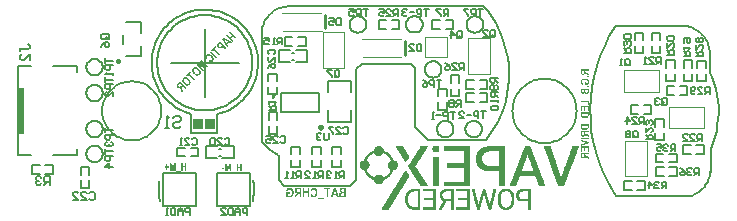
<source format=gbo>
%FSTAX23Y23*%
%MOIN*%
%SFA1B1*%

%IPPOS*%
%ADD10C,0.006000*%
%ADD44C,0.005900*%
%ADD46C,0.007900*%
%ADD68C,0.010000*%
%ADD84C,0.003900*%
%ADD85C,0.009800*%
%ADD86C,0.001000*%
%ADD191C,0.007000*%
%ADD192C,0.006000*%
%ADD193R,0.032300X0.037800*%
%ADD194R,0.019700X0.157500*%
%LNvapeix_mini_pcb-1*%
%LPD*%
G36*
X03918Y03496D02*
X03907D01*
Y03495*
Y03495*
X03907Y03494*
Y03494*
X03907Y03494*
Y03493*
X03907Y03493*
Y03493*
X03908Y03493*
X03908Y03493*
X03908Y03492*
X03908Y03492*
X03908Y03492*
X03908Y03492*
X03909*
X03909Y03492*
X03909Y03491*
X03909Y03491*
X03909Y03491*
X0391Y03491*
X03911Y0349*
X03911Y0349*
X03912Y0349*
X03912Y0349*
X03912Y0349*
X03912Y03489*
X03912Y03489*
X03918Y03486*
Y03481*
X03913Y03483*
X03913Y03484*
X03912Y03484*
X03912Y03484*
X03911Y03485*
X03911Y03485*
X0391Y03485*
X0391Y03485*
X03909Y03486*
X03909Y03486*
X03909Y03486*
Y03486*
X03908Y03486*
X03908Y03487*
X03907Y03487*
X03907Y03488*
X03907Y03488*
X03907Y03488*
X03906Y03488*
X03906Y03487*
X03906Y03487*
X03905Y03486*
X03905Y03485*
X03905Y03485*
X03904Y03484*
X03904Y03484*
Y03484*
X03903Y03484*
X03902Y03483*
X03902Y03483*
X03901Y03483*
X039Y03483*
X039*
X03899*
X03899Y03482*
X03899*
X03898Y03483*
X03897Y03483*
X03896Y03483*
X03896Y03483*
X03895Y03483*
X03895Y03483*
X03895Y03483*
X03895*
X03894Y03484*
X03893Y03484*
X03893Y03485*
X03893Y03485*
X03892Y03485*
X03892Y03486*
X03892Y03486*
Y03486*
X03892Y03486*
X03892Y03487*
X03892Y03488*
X03891Y03488*
X03891Y03489*
Y0349*
Y0349*
X03891Y03491*
Y03491*
Y03491*
Y03491*
Y03491*
Y03501*
X03918*
Y03496*
G37*
G36*
X03036Y03069D02*
X03015D01*
Y03071*
X03036*
Y03069*
G37*
G36*
X0296Y03074D02*
X02954D01*
Y03087*
X02953*
X02952*
X02952Y03087*
X02951Y03087*
X02951*
X02951Y03087*
X02951Y03087*
X0295Y03087*
X0295Y03087*
X0295Y03086*
X02949Y03086*
X02949Y03086*
X02949Y03086*
X02949Y03086*
X02949Y03086*
X02949Y03085*
X02949Y03085*
X02948Y03085*
X02948Y03084*
X02947Y03083*
X02947Y03082*
X02947Y03082*
X02947Y03082*
X02947Y03081*
X02946Y03081*
X02946Y03081*
Y03081*
X02943Y03074*
X02936*
X02939Y0308*
X0294Y03081*
X0294Y03082*
X0294Y03082*
X02941Y03083*
X02941Y03083*
X02941Y03084*
X02942Y03084*
X02942Y03085*
X02942Y03085*
X02942Y03085*
X02942Y03086*
X02943Y03086*
X02943Y03087*
X02944Y03087*
X02944Y03087*
X02945Y03088*
X02945Y03088*
X02945Y03088*
X02945Y03088*
X02944Y03089*
X02943Y03089*
X02942Y03089*
X02941Y0309*
X02941Y0309*
X0294Y03091*
X0294Y03091*
X0294Y03091*
X02939Y03092*
X02939Y03093*
X02939Y03094*
X02938Y03095*
X02938Y03096*
X02938Y03096*
Y03097*
Y03097*
Y03097*
Y03097*
Y03097*
Y03098*
X02938Y03099*
X02939Y031*
X02939Y03101*
X02939Y03101*
X02939Y03102*
X02939Y03102*
X02939Y03102*
X0294Y03103*
X0294Y03104*
X02941Y03104*
X02941Y03104*
X02942Y03105*
X02942Y03105*
X02942Y03105*
X02942Y03105*
X02943Y03105*
X02943Y03105*
X02944Y03106*
X02945Y03106*
X02946Y03106*
X02947*
X02948*
X02948Y03106*
X0296*
Y03074*
G37*
G36*
X03918Y03441D02*
X03913D01*
Y03446*
X03918*
Y03441*
G37*
G36*
X03906Y0347D02*
X03908Y0347D01*
X03909Y0347*
X03909Y0347*
X0391Y0347*
X0391Y0347*
X03911Y0347*
X03911Y03469*
X03912Y03469*
X03912Y03469*
X03912Y03469*
X03912Y03469*
X03912*
X03914Y03468*
X03914Y03468*
X03915Y03467*
X03916Y03466*
X03917Y03466*
X03917Y03465*
X03917Y03465*
X03917Y03465*
Y03465*
X03917*
X03918Y03464*
X03918Y03463*
X03918Y03462*
X03919Y03461*
Y03461*
X03919Y0346*
Y0346*
Y0346*
X03919Y0346*
Y03459*
Y03459*
Y03459*
X03919Y03458*
X03919Y03457*
X03918Y03456*
X03918Y03456*
X03918Y03455*
X03918Y03455*
Y03454*
X03918Y03454*
X03918Y03454*
Y03454*
X03917Y03453*
X03917Y03452*
X03916Y03451*
X03916Y03451*
X03915Y0345*
X03915Y0345*
X03915Y0345*
X03915Y0345*
X03904*
Y03459*
X03908*
Y03454*
X03912*
X03912Y03455*
X03913Y03455*
X03913Y03456*
X03913Y03456*
X03913Y03456*
X03913Y03457*
X03913Y03457*
X03914Y03457*
X03914Y03457*
X03914Y03458*
X03914Y03458*
X03914Y03459*
Y03459*
X03914Y03459*
Y03459*
Y03459*
X03914Y0346*
Y0346*
X03914Y03461*
X03913Y03462*
X03913Y03463*
X03913Y03463*
X03912Y03464*
X03912Y03464*
X03912*
Y03464*
X03911Y03464*
X03911Y03465*
X0391Y03465*
X03908Y03465*
X03907Y03466*
X03907Y03466*
X03906*
X03906Y03466*
X03905*
X03905Y03466*
X03905*
X03904Y03466*
X03903*
X03902Y03466*
X03902Y03466*
X03901Y03465*
X039Y03465*
X039Y03465*
X03899Y03465*
X03899Y03465*
X03899Y03465*
X03898Y03464*
X03898Y03464*
X03898Y03464*
X03898Y03464*
X03898Y03464*
X03897Y03464*
X03897Y03463*
X03897Y03463*
X03896Y03463*
X03896Y03462*
X03896Y03461*
X03896Y0346*
X03896Y0346*
Y0346*
Y0346*
Y0346*
Y03459*
Y03459*
Y03459*
X03896Y03458*
X03896Y03458*
X03896Y03457*
X03896Y03457*
X03896Y03456*
X03897Y03456*
X03897*
X03897Y03456*
X03898Y03455*
X03898Y03455*
X03899Y03455*
X03899Y03455*
X03899Y03455*
X039Y03454*
X039Y03454*
X03899Y0345*
X03898Y0345*
X03897Y0345*
X03897Y0345*
X03896Y03451*
X03896Y03451*
X03895Y03451*
X03895Y03451*
X03894Y03452*
X03894Y03452*
X03894Y03452*
X03893Y03452*
X03893Y03453*
X03893Y03453*
X03893Y03453*
Y03453*
X03893*
X03893Y03453*
X03892Y03454*
X03892Y03455*
X03892Y03455*
X03891Y03456*
X03891Y03457*
X03891Y03458*
Y03458*
Y03458*
X03891Y03459*
Y03459*
Y03459*
Y03459*
Y03459*
X03891Y03461*
X03891Y03462*
X03891Y03463*
X03892Y03464*
X03892Y03464*
X03892Y03464*
X03892Y03464*
X03892Y03465*
X03892Y03465*
X03892Y03465*
X03892*
Y03465*
X03893Y03466*
X03894Y03467*
X03895Y03467*
X03895Y03468*
X03896Y03468*
X03896Y03469*
X03897Y03469*
X03897Y03469*
X03897*
X03897Y03469*
X03898Y03469*
X039Y0347*
X03901Y0347*
X03902Y0347*
X03903Y0347*
X03903*
X03904Y0347*
X03904*
X03904*
X03905*
X03906Y0347*
G37*
G36*
X03918Y03474D02*
X03913D01*
Y03478*
X03918*
Y03474*
G37*
G36*
X02923Y03107D02*
X02924Y03106D01*
X02925Y03106*
X02926Y03106*
X02926Y03105*
X02927Y03105*
X02927Y03105*
X02927Y03105*
X02928Y03105*
X02928Y03105*
X02928Y03105*
X02928*
X02929Y03104*
X0293Y03103*
X02931Y03102*
X02931Y03101*
X02932Y031*
X02932Y031*
X02932Y031*
X02932Y031*
X02932Y03099*
X02932Y03099*
X02933Y03098*
X02933Y03096*
X02934Y03095*
X02934Y03093*
X02934Y03093*
X02934Y03092*
Y03091*
Y03091*
X02934Y03091*
Y0309*
Y0309*
X02934Y03088*
X02934Y03087*
X02934Y03086*
X02934Y03085*
X02934Y03084*
X02933Y03084*
X02933Y03083*
X02933Y03083*
X02933Y03082*
Y03082*
X02933Y03082*
Y03081*
X02933Y03081*
Y03081*
X02932Y0308*
X02931Y03079*
X0293Y03078*
X02929Y03077*
X02929Y03076*
X02928Y03076*
X02928Y03076*
X02928Y03076*
X02928*
X02928*
X02927Y03075*
X02925Y03074*
X02924Y03074*
X02923Y03074*
X02923Y03074*
X02922*
X02922Y03074*
X02922*
X02921*
X02921*
X0292*
X02919Y03074*
X02918Y03074*
X02917Y03074*
X02916Y03075*
X02915*
X02915Y03075*
X02915Y03075*
X02915Y03075*
X02915Y03075*
X02915*
X02913Y03076*
X02912Y03076*
X02912Y03077*
X02911Y03077*
X0291Y03078*
X0291Y03078*
X0291Y03078*
X0291Y03079*
Y03091*
X02921*
Y03086*
X02915*
Y03082*
X02916Y03081*
X02916Y03081*
X02917Y03081*
X02917Y0308*
X02917Y0308*
X02918Y0308*
X02918*
X02918Y0308*
X02919Y0308*
X02919Y03079*
X0292Y03079*
X0292Y03079*
X02921Y03079*
X02921*
X02921*
X02922*
X02922Y03079*
X02923Y0308*
X02924Y0308*
X02925Y0308*
X02926Y03081*
X02926Y03081*
X02926Y03082*
X02927*
X02927Y03082*
X02927Y03083*
X02928Y03084*
X02928Y03086*
X02928Y03087*
X02929Y03088*
Y03088*
X02929Y03089*
Y0309*
X02929Y0309*
Y0309*
Y0309*
X02929Y03091*
Y03092*
X02929Y03093*
X02928Y03094*
X02928Y03095*
X02928Y03095*
X02928Y03096*
X02928Y03096*
X02928Y03097*
X02927Y03097*
X02927Y03098*
X02927Y03098*
X02927Y03098*
X02927Y03098*
X02927*
Y03098*
X02926Y03099*
X02926Y03099*
X02925Y031*
X02925Y031*
X02924Y031*
X02923Y03101*
X02922Y03101*
X02922*
X02922Y03101*
X02921*
X02921*
X0292*
X0292Y03101*
X02919Y03101*
X02918Y031*
X02918Y031*
X02918Y031*
X02917Y031*
Y031*
X02917Y03099*
X02916Y03099*
X02916Y03098*
X02916Y03097*
X02916Y03097*
X02915Y03096*
Y03096*
X02915*
Y03096*
X0291Y03097*
X0291Y03098*
X0291Y03099*
X02911Y031*
X02911Y031*
X02911Y03101*
X02912Y03101*
X02912Y03102*
X02912Y03102*
X02912Y03103*
X02913Y03103*
X02913Y03104*
X02913Y03104*
X02913Y03104*
X02914Y03104*
X02914*
Y03104*
X02914Y03105*
X02915Y03105*
X02915Y03105*
X02916Y03106*
X02917Y03106*
X02919Y03106*
X02919Y03106*
X0292*
X0292Y03107*
X0292*
X02921Y03107*
X02921*
X02923Y03107*
G37*
G36*
X03002D02*
X03003Y03106D01*
X03004Y03106*
X03005Y03106*
X03006Y03106*
X03006Y03105*
X03007Y03105*
X03008Y03105*
X03008Y03104*
X03009Y03104*
X03009Y03104*
X03009Y03103*
X0301Y03103*
X0301Y03103*
X0301Y03103*
X03011Y03102*
X03011Y03101*
X03012Y031*
X03012Y03099*
X03012Y03098*
X03013Y03097*
X03013Y03096*
X03013Y03094*
X03013Y03094*
X03013Y03093*
X03013Y03092*
Y03091*
Y03091*
X03014Y0309*
Y0309*
Y0309*
X03013Y03088*
Y03087*
X03013Y03086*
X03013Y03085*
X03013Y03084*
X03012Y03083*
X03012Y03082*
X03012Y03081*
X03011Y0308*
X03011Y03079*
X03011Y03079*
X0301Y03078*
X0301Y03078*
X0301Y03078*
X0301Y03078*
X03009Y03077*
X03009Y03076*
X03008Y03076*
X03007Y03075*
X03007Y03075*
X03006Y03075*
X03005Y03074*
X03005Y03074*
X03004Y03074*
X03003Y03074*
X03003*
X03002Y03074*
X03002*
X03002*
X03002*
X03001*
X03Y03074*
X02999Y03074*
X02998Y03074*
X02997Y03075*
X02997Y03075*
X02996Y03075*
X02996Y03075*
X02995Y03076*
X02995Y03076*
X02995Y03076*
X02995Y03076*
X02995Y03076*
X02994Y03077*
X02994Y03077*
X02993Y03078*
X02992Y0308*
X02992Y03081*
X02991Y03082*
X02991Y03082*
X02991Y03083*
X02991Y03083*
X02991Y03083*
X02991Y03084*
X02991Y03084*
X02996Y03086*
X02996Y03085*
X02997Y03084*
X02997Y03083*
X02997Y03082*
X02998Y03081*
X02998Y03081*
X02998Y03081*
Y03081*
X02999Y0308*
X02999Y0308*
X03Y0308*
X03Y03079*
X03001Y03079*
X03001Y03079*
X03002*
X03002*
X03002*
X03003Y03079*
X03004Y0308*
X03004Y0308*
X03005Y0308*
X03006Y03081*
X03006Y03081*
X03006Y03082*
X03006Y03082*
X03007Y03082*
X03007Y03083*
X03007Y03083*
X03007Y03084*
X03008Y03085*
X03008Y03087*
X03008Y03088*
Y03088*
X03008Y03089*
Y03089*
Y0309*
Y0309*
Y0309*
Y0309*
Y03091*
X03008Y03092*
X03008Y03093*
X03008Y03094*
X03008Y03095*
X03007Y03095*
X03007Y03096*
X03007Y03097*
X03007Y03097*
X03007Y03097*
X03007Y03098*
X03007Y03098*
X03006Y03098*
X03006Y03098*
X03006*
Y03099*
X03006Y03099*
X03006Y03099*
X03005Y031*
X03005Y031*
X03004Y031*
X03003Y03101*
X03003Y03101*
X03002Y03101*
X03002*
X03002*
X03001*
X03Y03101*
X03Y03101*
X02999Y031*
X02999Y031*
X02998Y031*
X02998Y031*
Y031*
X02998Y03099*
X02997Y03098*
X02997Y03098*
X02996Y03097*
X02996Y03097*
X02996Y03096*
Y03096*
Y03096*
X02996*
Y03096*
X02991Y03097*
X02991Y03098*
X02991Y03099*
X02991Y03099*
X02992Y031*
X02992Y03101*
X02992Y03101*
X02992Y03102*
X02993Y03102*
X02993Y03102*
X02993Y03103*
X02993Y03103*
X02994Y03103*
X02994Y03103*
X02994Y03103*
X02994Y03104*
X02994Y03104*
X02995Y03105*
X02996Y03105*
X02996Y03105*
X02997Y03106*
X02998Y03106*
X02999Y03106*
X02999Y03106*
X03Y03106*
X03Y03107*
X03*
X03001Y03107*
X03001*
X03002Y03107*
G37*
G36*
X02986Y03074D02*
X02981D01*
Y03088*
X0297*
Y03074*
X02965*
Y03106*
X0297*
Y03094*
X02981*
Y03106*
X02986*
Y03074*
G37*
G36*
X03057Y03101D02*
X03049D01*
Y03074*
X03044*
Y03101*
X03036*
Y03106*
X03057*
Y03101*
G37*
G36*
X03084Y03074D02*
X03079D01*
X03077Y03081*
X03066*
X03064Y03074*
X03058*
X03069Y03106*
X03074*
X03084Y03074*
G37*
G36*
X03108D02*
X03097D01*
X03097*
X03096*
X03095Y03074*
X03094*
X03094*
X03093Y03074*
X03093*
X03093Y03074*
X03093*
X03092*
X03092*
X03092Y03075*
X03092*
X03091Y03075*
X0309Y03075*
X0309Y03076*
X03089Y03076*
X03089Y03077*
X03088Y03077*
X03088Y03077*
X03088Y03077*
X03087Y03078*
X03087Y03079*
X03087Y0308*
X03086Y03081*
X03086Y03082*
Y03083*
Y03083*
X03086Y03083*
Y03083*
Y03083*
Y03083*
X03086Y03084*
X03086Y03085*
X03087Y03086*
X03087Y03087*
X03087Y03088*
X03087Y03088*
X03088Y03088*
X03088Y03088*
X03088Y03089*
X03089Y0309*
X03089Y0309*
X0309Y0309*
X03091Y03091*
X03091Y03091*
X03091Y03091*
Y03091*
X03091*
X03091Y03091*
X0309Y03092*
X0309Y03092*
X03089Y03093*
X03089Y03093*
X03089Y03094*
X03089Y03094*
Y03094*
X03088Y03095*
X03088Y03095*
X03088Y03096*
X03088Y03097*
X03088Y03097*
X03088Y03098*
Y03098*
Y03098*
X03088Y03099*
X03088Y031*
X03088Y03101*
X03088Y03101*
X03088Y03102*
X03089Y03102*
X03089Y03102*
Y03103*
X03089Y03103*
X0309Y03104*
X0309Y03104*
X03091Y03105*
X03091Y03105*
X03091Y03105*
X03092Y03105*
X03092Y03105*
X03092Y03105*
X03092Y03106*
X03093Y03106*
X03094Y03106*
X03095Y03106*
X03096*
X03097Y03106*
X03108*
Y03074*
G37*
G36*
X03918Y03269D02*
X03891D01*
Y03273*
X03918*
Y03269*
G37*
G36*
Y03291D02*
X03907D01*
Y0329*
Y03289*
X03907Y03289*
Y03289*
X03907Y03288*
Y03288*
X03907Y03288*
Y03288*
X03908Y03287*
X03908Y03287*
X03908Y03287*
X03908Y03287*
X03908Y03287*
X03908Y03286*
X03909*
X03909Y03286*
X03909Y03286*
X03909Y03286*
X03909Y03286*
X0391Y03285*
X03911Y03285*
X03911Y03285*
X03912Y03284*
X03912Y03284*
X03912Y03284*
X03912Y03284*
X03912Y03284*
X03918Y03281*
Y03275*
X03913Y03278*
X03913Y03278*
X03912Y03279*
X03912Y03279*
X03911Y03279*
X03911Y03279*
X0391Y0328*
X0391Y0328*
X03909Y0328*
X03909Y03281*
X03909Y03281*
X03908Y03281*
X03908Y03281*
X03907Y03282*
X03907Y03282*
X03907Y03283*
X03907Y03283*
X03906Y03283*
Y03283*
X03906Y03282*
X03906Y03281*
X03905Y0328*
X03905Y0328*
X03905Y03279*
X03904Y03279*
X03904Y03279*
X03903Y03278*
X03902Y03278*
X03902Y03278*
X03901Y03277*
X039Y03277*
X039Y03277*
X03899*
X03899*
X03899*
X03898*
X03897Y03277*
X03896Y03277*
X03896Y03278*
X03895Y03278*
X03895Y03278*
X03895Y03278*
X03895*
X03894Y03279*
X03893Y03279*
X03893Y03279*
X03893Y0328*
X03892Y0328*
X03892Y0328*
X03892Y03281*
Y03281*
X03892Y03281*
X03892Y03281*
X03892Y03282*
X03891Y03283*
X03891Y03284*
Y03285*
Y03285*
X03891Y03285*
Y03286*
Y03286*
Y03286*
Y03295*
X03918*
Y03291*
G37*
G36*
Y03309D02*
Y03308D01*
X03918Y03308*
X03918Y03307*
X03918Y03306*
X03918Y03306*
X03918Y03305*
X03918Y03305*
Y03305*
X03917Y03304*
X03917Y03304*
X03917Y03303*
X03916Y03303*
X03916Y03302*
X03916Y03302*
X03915Y03302*
X03915*
X03915Y03302*
X03914Y03301*
X03913Y03301*
X03913Y03301*
X03912Y033*
X03912Y033*
X03911Y033*
X03911Y033*
X03911*
X0391Y033*
X03909Y03299*
X03908Y03299*
X03907Y03299*
X03907*
X03906Y03299*
X03906*
X03906*
X03905*
X03904*
X03902Y03299*
X03902Y03299*
X03901*
X03901Y03299*
X039Y033*
X039*
X039Y033*
X03899Y033*
X03899*
X03899Y033*
X03899*
X03899Y033*
X03899*
X03898Y033*
X03897Y03301*
X03896Y03301*
X03895Y03301*
X03895Y03302*
X03895Y03302*
X03894Y03302*
Y03302*
X03894Y03303*
X03893Y03303*
X03893Y03304*
X03893Y03304*
X03892Y03304*
X03892Y03305*
X03892Y03305*
X03892Y03305*
X03892Y03306*
X03892Y03306*
X03891Y03307*
X03891Y03308*
Y03309*
Y03309*
X03891Y03309*
Y03309*
Y0331*
Y0331*
Y03318*
X03918*
Y03309*
G37*
G36*
Y03218D02*
X03907D01*
Y03217*
Y03217*
X03907Y03216*
Y03216*
X03907Y03216*
Y03216*
X03907Y03215*
Y03215*
X03908Y03215*
X03908Y03215*
X03908Y03214*
X03908Y03214*
X03908Y03214*
X03908Y03214*
X03909*
X03909Y03214*
X03909Y03214*
X03909Y03213*
X03909Y03213*
X0391Y03213*
X03911Y03212*
X03911Y03212*
X03912Y03212*
X03912Y03212*
X03912Y03212*
X03912Y03212*
X03912Y03211*
X03918Y03208*
Y03203*
X03913Y03206*
X03913Y03206*
X03912Y03206*
X03912Y03206*
X03911Y03207*
X03911Y03207*
X0391Y03207*
X0391Y03207*
X03909Y03208*
X03909Y03208*
X03909Y03208*
X03908Y03209*
X03908Y03209*
X03907Y03209*
X03907Y0321*
X03907Y0321*
X03907Y0321*
X03906Y0321*
Y03211*
X03906Y0321*
X03906Y03209*
X03905Y03208*
X03905Y03207*
X03905Y03207*
X03904Y03206*
X03904Y03206*
X03903Y03206*
X03902Y03205*
X03902Y03205*
X03901Y03205*
X039Y03205*
X039Y03205*
X03899*
X03899*
X03899*
X03898*
X03897Y03205*
X03896Y03205*
X03896Y03205*
X03895Y03205*
X03895Y03205*
X03895Y03206*
X03895*
X03894Y03206*
X03893Y03206*
X03893Y03207*
X03893Y03207*
X03892Y03208*
X03892Y03208*
X03892Y03208*
Y03208*
X03892Y03209*
X03892Y03209*
X03892Y0321*
X03891Y03211*
X03891Y03211*
Y03212*
Y03212*
X03891Y03213*
Y03213*
Y03213*
Y03213*
Y03223*
X03918*
Y03218*
G37*
G36*
Y03227D02*
X03914D01*
Y03239*
X03906*
Y03228*
X03902*
Y03239*
X03896*
Y03227*
X03891*
Y03244*
X03918*
Y03227*
G37*
G36*
Y03259D02*
Y03254D01*
X03891Y03246*
Y03251*
X03911Y03256*
X03891Y03262*
Y03267*
X03918Y03259*
G37*
G36*
Y03381D02*
X03914D01*
Y03393*
X03891*
Y03397*
X03918*
Y03381*
G37*
G36*
X03923Y03399D02*
X03921D01*
Y03417*
X03923*
Y03399*
G37*
G36*
X03918Y03429D02*
Y03428D01*
Y03428*
Y03427*
Y03426*
X03918Y03426*
Y03425*
Y03425*
Y03424*
X03918Y03424*
Y03424*
Y03424*
X03918Y03423*
Y03423*
Y03423*
Y03423*
X03918Y03422*
X03917Y03422*
X03917Y03421*
X03917Y03421*
X03916Y0342*
X03916Y0342*
X03916Y0342*
X03916Y0342*
X03915Y03419*
X03914Y03419*
X03913Y03419*
X03912Y03418*
X03912Y03418*
X03911Y03418*
X03911*
X03911*
X03911*
X0391*
X03909Y03418*
X03908Y03419*
X03908Y03419*
X03907Y03419*
X03907Y03419*
X03906Y03419*
X03906*
X03906Y0342*
X03905Y0342*
X03905Y03421*
X03905Y03421*
X03904Y03422*
X03904Y03422*
Y03422*
X03904*
Y03423*
X03904Y03422*
X03903Y03422*
X03903Y03421*
X03903Y03421*
X03902Y03421*
X03902Y0342*
X03902Y0342*
X03902*
X03901Y0342*
X039Y0342*
X039Y0342*
X03899Y03419*
X03899Y03419*
X03898*
X03898*
X03897*
X03897Y03419*
X03896Y0342*
X03895Y0342*
X03895Y0342*
X03895Y0342*
X03894Y0342*
X03894Y03421*
X03893Y03421*
X03893Y03422*
X03893Y03422*
X03892Y03422*
X03892Y03423*
X03892Y03423*
Y03423*
X03892Y03423*
X03892Y03424*
X03892Y03424*
X03891Y03425*
X03891Y03426*
Y03427*
X03891Y03427*
Y03427*
Y03428*
Y03428*
Y03428*
Y03437*
X03918*
Y03429*
G37*
G36*
X03923Y0332D02*
X03921D01*
Y03338*
X03923*
Y0332*
G37*
G36*
X03918Y03349D02*
Y03348D01*
X03918Y03347*
X03918Y03346*
X03918Y03346*
X03918Y03345*
X03918Y03345*
X03918Y03345*
Y03345*
X03917Y03344*
X03917Y03343*
X03917Y03343*
X03916Y03343*
X03916Y03342*
X03916Y03342*
X03915Y03342*
X03915*
X03915Y03341*
X03914Y03341*
X03913Y0334*
X03913Y0334*
X03912Y0334*
X03912Y0334*
X03911Y0334*
X03911Y0334*
X03911*
X0391Y03339*
X03909Y03339*
X03908Y03339*
X03907Y03339*
X03907*
X03906Y03339*
X03906*
X03906*
X03905*
X03904*
X03902Y03339*
X03902Y03339*
X03901*
X03901Y03339*
X039Y03339*
X039*
X039Y03339*
X03899Y03339*
X03899*
X03899Y0334*
X03899*
X03899Y0334*
X03899*
X03898Y0334*
X03897Y0334*
X03896Y03341*
X03895Y03341*
X03895Y03341*
X03895Y03342*
X03894Y03342*
Y03342*
X03894Y03342*
X03893Y03343*
X03893Y03343*
X03893Y03344*
X03892Y03344*
X03892Y03344*
X03892Y03345*
X03892Y03345*
X03892Y03345*
X03892Y03346*
X03891Y03347*
X03891Y03348*
Y03348*
Y03349*
X03891Y03349*
Y03349*
Y03349*
Y03349*
Y03349*
Y03358*
X03918*
Y03349*
G37*
G36*
Y03361D02*
X03914D01*
Y03374*
X03906*
Y03363*
X03902*
Y03374*
X03896*
Y03362*
X03891*
Y03378*
X03918*
Y03361*
G37*
G36*
X02575Y03475D02*
X02576Y03475D01*
X02577Y03475*
X02577Y03475*
X02577Y03475*
X02578Y03474*
X02578Y03474*
X02578*
X02578*
X02579Y03474*
X02579Y03474*
X02581Y03473*
X02582Y03472*
X02583Y03471*
X02583Y03471*
X02584Y0347*
X02584Y0347*
X02585Y0347*
X02585Y0347*
X02585Y03469*
X02585Y03469*
X02586Y03468*
X02587Y03467*
X02588Y03466*
X02588Y03465*
X02589Y03465*
X02589Y03464*
X0259Y03463*
X0259Y03462*
X0259Y03461*
X0259Y03461*
X02591Y0346*
X02591Y0346*
Y03459*
X02591Y03459*
Y03459*
Y03459*
X02591Y03458*
X02591Y03457*
X02591Y03456*
X02591Y03455*
X0259Y03455*
X0259Y03454*
X0259Y03453*
X02589Y03453*
X02589Y03452*
X02589Y03452*
X02588Y03451*
X02588Y03451*
X02588Y03451*
X02588Y0345*
X02588Y0345*
X02588*
X02587Y0345*
X02586Y03449*
X02585Y03449*
X02585Y03448*
X02584Y03448*
X02583Y03448*
X02583Y03447*
X02582Y03447*
X02581Y03447*
X02581*
X0258*
X0258Y03447*
X0258*
X02579*
X02579*
X02578Y03447*
X02577Y03447*
X02576Y03448*
X02575Y03448*
X02574Y03449*
X02573Y03449*
X02573Y0345*
X02572Y0345*
X02571Y03451*
X0257Y03451*
X0257Y03452*
X02569Y03452*
X02569Y03452*
X02569Y03453*
X02569Y03453*
X02568*
X02568Y03454*
X02567Y03455*
X02566Y03456*
X02565Y03457*
X02565Y03457*
X02564Y03458*
X02564Y03459*
X02564Y0346*
X02563Y03461*
X02563Y03461*
X02563Y03462*
X02563Y03462*
X02563Y03463*
Y03463*
Y03463*
X02563Y03464*
X02563Y03465*
X02563Y03466*
X02563Y03467*
X02563Y03467*
X02564Y03468*
X02564Y03469*
X02564Y03469*
X02565Y0347*
X02565Y0347*
X02565Y03471*
X02565Y03471*
X02566Y03471*
X02566Y03472*
X02566Y03472*
X02566*
X02567Y03473*
X02568Y03473*
X02569Y03474*
X0257Y03474*
X0257Y03475*
X0257Y03475*
X02571Y03475*
X02571Y03475*
X02571*
X02571Y03475*
X02572*
X02573Y03475*
X02574*
X02575Y03475*
G37*
G36*
X02677Y03575D02*
X02672Y0357D01*
X02689Y03553*
X02686Y03549*
X02669Y03567*
X02663Y03562*
X0266Y03565*
X02674Y03579*
X02677Y03575*
G37*
G36*
X02709Y03573D02*
X02706Y03569D01*
X02698Y03577*
X02696Y03575*
X02695Y03574*
X02695Y03574*
X02694Y03573*
X02694Y03573*
X02693Y03573*
X02693Y03572*
X02692Y03572*
X02692Y03572*
X02692Y03572*
X02691Y03571*
X02691Y03571*
X02691*
X02691Y03571*
X02691Y03571*
X02691*
X0269Y03571*
X02689Y03571*
X02688*
X02688*
X02687Y03571*
X02687Y03571*
X02686*
X02686*
Y03571*
X02685Y03571*
X02685Y03572*
X02684Y03572*
X02683Y03573*
X02682Y03573*
X02682Y03573*
X02682Y03574*
X02682Y03574*
X02682Y03574*
X02682Y03574*
X02681Y03575*
X0268Y03576*
X0268Y03577*
X02679Y03577*
X02679Y03578*
X02679Y03578*
X02679Y03578*
Y03579*
X02679Y03579*
Y03579*
Y03579*
X02678Y0358*
Y03581*
Y03582*
X02679Y03582*
X02679Y03583*
X02679Y03583*
X02679Y03584*
Y03584*
X02679Y03584*
X02679Y03584*
X0268Y03585*
X0268Y03585*
X0268Y03586*
X02681Y03586*
X02682Y03587*
X02682Y03587*
X02682Y03588*
X02682Y03588*
X02683Y03588*
X02683Y03588*
X02683Y03588*
X02688Y03594*
X02709Y03573*
G37*
G36*
X02761Y03162D02*
X02756D01*
Y03173*
X02749*
Y03162*
X02744*
Y03187*
X02749*
Y03177*
X02756*
Y03187*
X02761*
Y03162*
G37*
G36*
X02576Y0344D02*
X02573Y03436D01*
X02564Y03445*
X02563Y03444*
X02563Y03444*
X02563Y03443*
X02562Y03443*
X02562Y03443*
X02562Y03443*
Y03442*
X02562Y03442*
X02562Y03442*
Y03442*
X02562Y03441*
Y03441*
X02562Y03441*
Y0344*
Y0344*
Y0344*
X02562Y03439*
X02562Y03439*
X02562Y03438*
X02562Y03437*
X02563Y03437*
X02563Y03436*
X02563Y03436*
Y03436*
X02563Y03436*
Y03435*
X02563*
X02565Y03428*
X02561Y03424*
X02559Y0343*
X02559Y03431*
X02558Y03432*
X02558Y03432*
X02558Y03433*
X02558Y03433*
X02558Y03434*
X02558Y03434*
X02558Y03435*
Y03435*
X02557Y03436*
X02557Y03436*
Y03437*
Y03438*
Y03438*
X02557Y03439*
Y03439*
Y03439*
X02558Y03439*
X02557Y03439*
X02556Y03438*
X02555Y03438*
X02554Y03438*
X02553Y03438*
X02553*
X02552*
X02552*
X02551Y03438*
X0255Y03438*
X02549Y03439*
X02549Y03439*
X02548Y0344*
X02548Y0344*
X02548Y0344*
X02547Y0344*
X02547Y03441*
X02547*
Y03441*
X02546Y03441*
X02546Y03442*
X02545Y03443*
X02545Y03443*
X02545Y03444*
X02545Y03444*
X02545Y03445*
X02545Y03445*
X02544Y03446*
X02544Y03446*
Y03447*
Y03447*
X02544Y03448*
Y03448*
X02545Y03449*
X02545Y03449*
X02545Y03449*
X02545Y03449*
X02545Y0345*
X02546Y03451*
X02547Y03452*
X02547Y03452*
X02547Y03453*
X02548Y03453*
X02548Y03453*
X02548Y03453*
X02548Y03453*
X02548Y03453*
X02555Y03461*
X02576Y0344*
G37*
G36*
X02648Y03512D02*
X02645Y03508D01*
X02628Y03525*
X02641Y03505*
X02638Y03502*
X02618Y03515*
X02635Y03498*
X02632Y03495*
X02611Y03516*
X02616Y03521*
X02633Y0351*
X02622Y03527*
X02627Y03532*
X02648Y03512*
G37*
G36*
X02652Y03552D02*
D01*
X02653Y03552*
X02654Y03552*
X02655Y03551*
X02656Y03551*
X02656Y03551*
X02657Y0355*
X02658Y0355*
X02659Y03549*
X0266Y03548*
X0266Y03548*
X02661Y03548*
X02661Y03547*
X02662Y03547*
X02662Y03547*
X02662Y03546*
Y03546*
X02662*
X02663Y03545*
X02664Y03544*
X02665Y03543*
X02665Y03542*
X02666Y03542*
X02666Y03541*
X02667Y0354*
X02667Y03539*
X02667Y03538*
X02668Y03538*
X02668Y03537*
X02668Y03537*
X02668Y03536*
X02668Y03536*
Y03536*
Y03536*
X02668Y03535*
X02668Y03534*
X02668Y03533*
X02668Y03533*
X02668Y03532*
X02667Y03531*
X02667Y03531*
X02667Y0353*
X02666Y0353*
X02666Y03529*
X02666Y03529*
X02666Y03528*
X02665Y03528*
X02665Y03528*
X02665Y03528*
X02665Y03527*
X02664Y03527*
X02663Y03526*
X02662Y03526*
X02662Y03526*
X02661Y03525*
X02661Y03525*
X0266Y03525*
X0266Y03525*
X0266*
X02659*
X02659*
X02659Y03525*
X02658*
X02658Y03525*
X02656Y03525*
X02655Y03526*
X02654Y03526*
X02653Y03526*
X02653Y03527*
X02652Y03527*
X02652Y03527*
X02652Y03527*
X02651Y03527*
X02651Y03527*
Y03528*
X02653Y03532*
X02654Y03532*
X02655Y03531*
X02656Y03531*
X02657Y03531*
X02657Y0353*
X02658Y0353*
X02658*
X02658*
X02659*
X0266Y0353*
X0266Y03531*
X02661Y03531*
X02661Y03531*
X02661Y03531*
X02661Y03531*
X02662*
Y03532*
X02662Y03532*
X02662Y03532*
X02663Y03533*
X02663Y03534*
X02663Y03535*
X02663Y03535*
X02663Y03536*
Y03536*
Y03536*
X02663Y03537*
X02663Y03537*
X02662Y03538*
X02662Y03538*
X02661Y0354*
X0266Y03541*
X0266Y03541*
X0266Y03542*
X02659Y03542*
X02659Y03542*
X02659Y03543*
X02659Y03543*
X02659Y03543*
X02658Y03543*
X02658Y03544*
X02657Y03544*
X02656Y03545*
X02656Y03545*
X02655Y03546*
X02655Y03546*
X02654Y03546*
X02654Y03546*
X02653Y03547*
X02653Y03547*
X02653Y03547*
X02652Y03547*
X02652*
X02652Y03547*
X02652*
X02651Y03547*
X02651*
X0265*
X0265Y03547*
X02649Y03547*
X02648Y03547*
X02648Y03546*
X02647Y03546*
X02647Y03546*
X02647Y03546*
X02647*
Y03546*
X02647Y03545*
X02646Y03545*
X02646Y03544*
X02646Y03544*
X02646Y03543*
X02646Y03543*
Y03543*
Y03543*
Y03542*
X02646Y03541*
X02646Y0354*
X02646Y0354*
X02647Y03539*
X02647Y03539*
X02647Y03539*
Y03539*
Y03539*
X02647*
X02643Y03536*
X02642Y03537*
X02642Y03537*
X02642Y03538*
X02641Y03539*
X02641Y03539*
X02641Y0354*
Y0354*
X02641Y03541*
X02641Y03541*
Y03541*
X02641Y03542*
Y03542*
Y03542*
Y03542*
X0264Y03542*
X02641*
Y03543*
X02641Y03544*
X02641Y03544*
X02641Y03545*
X02641Y03546*
X02641Y03546*
X02642Y03547*
X02642Y03548*
X02642Y03548*
X02643Y03548*
X02643Y03549*
X02643Y03549*
X02643Y03549*
X02643Y03549*
X02643*
X02644Y0355*
X02645Y0355*
X02645Y03551*
X02646Y03551*
X02647Y03551*
X02647Y03552*
X02648Y03552*
X02649Y03552*
X02649Y03552*
X0265*
X0265Y03552*
X02651*
X02652Y03552*
G37*
G36*
X02679Y03542D02*
X02675Y03539D01*
X02654Y0356*
X02658Y03563*
X02679Y03542*
G37*
G36*
X02593Y03491D02*
X02588Y03486D01*
X02606Y03469*
X02602Y03466*
X02585Y03483*
X0258Y03478*
X02576Y03481*
X0259Y03495*
X02593Y03491*
G37*
G36*
X02608Y03508D02*
X02609Y03508D01*
X0261Y03508*
X0261Y03508*
X02611Y03508*
X02611Y03508*
X02611*
X02611*
Y03508*
X02612Y03507*
X02613Y03507*
X02614Y03506*
X02615Y03505*
X02616Y03505*
X02617Y03504*
X02617Y03504*
X02618Y03503*
X02618Y03503*
X02618Y03503*
X02618Y03503*
X02618Y03503*
X02619*
X02619Y03502*
X0262Y03501*
X02621Y035*
X02622Y03499*
X02622Y03498*
X02623Y03497*
X02623Y03496*
X02623Y03495*
X02623Y03495*
X02624Y03494*
X02624Y03493*
X02624Y03493*
X02624Y03493*
Y03492*
X02624Y03492*
Y03491*
X02624Y0349*
X02624Y03489*
X02624Y03489*
X02624Y03488*
X02623Y03487*
X02623Y03487*
X02623Y03486*
X02622Y03485*
X02622Y03485*
X02622Y03485*
X02621Y03484*
X02621Y03484*
X02621Y03484*
X02621Y03484*
X0262Y03483*
X02619Y03482*
X02619Y03482*
X02618Y03481*
X02617Y03481*
X02617Y03481*
X02616Y03481*
X02615Y03481*
X02615Y0348*
X02614Y0348*
X02614*
X02613*
X02613Y0348*
X02613*
X02612Y0348*
X02612*
X02611Y0348*
X0261Y03481*
X02609Y03481*
X02608Y03481*
X02608Y03482*
X02607Y03482*
X02606Y03483*
X02605Y03483*
X02604Y03484*
X02604Y03484*
X02603Y03485*
X02603Y03485*
X02602Y03486*
X02602Y03486*
X02602Y03486*
Y03486*
X02601Y03487*
X026Y03488*
X02599Y03489*
X02599Y0349*
X02598Y03491*
X02598Y03492*
X02597Y03492*
X02597Y03493*
X02597Y03494*
X02597Y03494*
X02596Y03495*
X02596Y03495*
X02596Y03496*
X02596Y03496*
Y03496*
Y03496*
Y03497*
Y03498*
X02596Y03499*
X02596Y035*
X02597Y03501*
X02597Y03501*
X02597Y03502*
X02597Y03503*
X02598Y03503*
X02598Y03504*
X02598Y03504*
X02599Y03504*
X02599Y03505*
X02599Y03505*
X02599Y03505*
X026Y03506*
X02601Y03507*
X02602Y03507*
X02603Y03508*
X02603Y03508*
X02604Y03508*
X02604Y03508*
X02604Y03508*
X02605Y03508*
X02605*
X02605*
X02605*
X02606Y03508*
X02607*
X02608Y03508*
G37*
G36*
X02725Y03162D02*
X02721D01*
Y03182*
X02717Y03162*
X02713*
X02709Y03182*
Y03162*
X02705*
Y03187*
X02711*
X02715Y0317*
X02719Y03187*
X02725*
Y03162*
G37*
G36*
X02728Y03592D02*
X02725Y03588D01*
X02718Y03591*
X02712Y03584*
X02715Y03578*
X02711Y03574*
X02697Y03602*
X02701Y03606*
X02728Y03592*
G37*
G36*
X02513Y03178D02*
X02518D01*
Y03173*
X02513*
Y03167*
X02509*
Y03173*
X02504*
Y03178*
X02509*
Y03184*
X02513*
Y03178*
G37*
G36*
X02558Y03159D02*
X02542D01*
Y03161*
X02558*
Y03159*
G37*
G36*
X02744Y03607D02*
X0274Y03604D01*
X02731Y03613*
X02724Y03606*
X02734Y03597*
X0273Y03593*
X02709Y03614*
X02713Y03618*
X02721Y0361*
X02728Y03616*
X02719Y03625*
X02723Y03628*
X02744Y03607*
G37*
G36*
X02541Y03163D02*
X02537D01*
Y03183*
X02533Y03163*
X02529*
X02525Y03183*
Y03163*
X02521*
Y03188*
X02527*
X02531Y03171*
X02535Y03188*
X02541*
Y03163*
G37*
G36*
X02742Y03158D02*
X02726D01*
Y0316*
X02742*
Y03158*
G37*
G36*
X02702Y03169D02*
X02695D01*
Y03173*
X02702*
Y03169*
G37*
G36*
X02577Y03163D02*
X02572D01*
Y03174*
X02565*
Y03163*
X0256*
Y03188*
X02565*
Y03178*
X02572*
Y03188*
X02577*
Y03163*
G37*
%LNvapeix_mini_pcb-2*%
%LPC*%
G36*
X03903Y03496D02*
X03896D01*
Y03493*
Y03492*
Y03492*
Y03491*
Y03491*
Y03491*
X03896Y0349*
Y0349*
Y0349*
Y03489*
X03896Y03489*
Y03489*
Y03489*
X03896Y03489*
X03896Y03488*
X03897Y03488*
X03897Y03488*
X03897Y03488*
X03897Y03488*
X03897*
Y03488*
X03897Y03488*
X03898Y03487*
X03898Y03487*
X03899Y03487*
X03899*
X03899*
X039*
X039Y03487*
X03901Y03487*
X03901*
X03901Y03488*
X03901*
X03901Y03488*
X03901*
X03902Y03488*
X03902Y03488*
X03902Y03488*
X03902Y03489*
X03902Y03489*
X03902Y03489*
Y03489*
Y03489*
X03903Y03489*
Y03489*
X03903Y0349*
Y03491*
Y03491*
X03903Y03492*
Y03492*
Y03492*
Y03493*
Y03493*
Y03493*
Y03493*
Y03496*
G37*
G36*
X02954Y03101D02*
X02949D01*
X02949Y03101*
X02948*
X02947*
X02947*
X02947Y03101*
X02946*
X02946Y031*
X02946*
X02946*
X02946Y031*
X02945Y031*
X02945Y031*
X02945Y031*
X02945Y03099*
X02944Y03099*
X02944Y03099*
X02944Y03099*
X02944Y03098*
X02944Y03098*
X02944Y03097*
Y03097*
Y03097*
Y03097*
Y03096*
X02944Y03096*
X02944Y03095*
X02944Y03095*
X02944Y03095*
X02944Y03094*
Y03094*
X02944*
X02945Y03094*
X02945Y03094*
X02945Y03093*
X02945Y03093*
X02946Y03093*
X02946Y03093*
X02946Y03093*
X02946*
X02946Y03093*
X02947*
X02948Y03093*
X02949*
X02949Y03093*
X02954*
Y03101*
G37*
G36*
X03072Y03099D02*
X03068Y03087D01*
X03075*
X03072Y03099*
G37*
G36*
X03103Y03088D02*
X03098D01*
X03097*
X03097*
X03096Y03088*
X03095Y03088*
X03095*
X03094Y03088*
X03094Y03088*
X03094Y03087*
X03093Y03087*
X03093Y03087*
X03093Y03087*
X03093Y03087*
X03093Y03086*
X03093Y03086*
X03092*
X03092Y03086*
X03092Y03085*
X03092Y03085*
X03092Y03085*
Y03084*
X03092Y03084*
Y03084*
Y03084*
X03092Y03083*
Y03083*
X03092Y03082*
X03092Y03082*
X03092Y03082*
X03092Y03081*
Y03081*
X03092Y03081*
X03093Y03081*
X03093Y03081*
X03093Y0308*
X03093Y0308*
X03094Y0308*
X03094*
X03094Y0308*
X03094*
X03094*
X03094Y0308*
X03095Y0308*
X03096*
X03096Y0308*
X03097*
X03103*
Y03088*
G37*
G36*
Y03101D02*
X03098D01*
X03097*
X03097*
X03097Y03101*
X03096*
X03096*
X03095*
X03095Y03101*
X03095*
X03095*
X03095Y031*
X03094Y031*
X03094Y031*
X03094Y031*
X03093Y031*
Y03099*
X03093Y03099*
X03093Y03099*
X03093Y03099*
X03093Y03098*
X03093Y03098*
Y03097*
Y03097*
Y03097*
Y03097*
X03093Y03096*
X03093Y03096*
X03093Y03095*
X03093Y03095*
X03093Y03095*
X03093Y03095*
X03094*
X03094Y03094*
X03094Y03094*
X03095Y03094*
X03095Y03094*
X03095Y03094*
X03095Y03094*
X03096*
X03096*
X03096Y03093*
X03097*
X03098*
X03103*
Y03101*
G37*
G36*
X03903Y03291D02*
X03896D01*
Y03287*
Y03287*
Y03286*
Y03286*
Y03286*
Y03285*
X03896Y03285*
Y03285*
Y03284*
Y03284*
X03896Y03284*
Y03284*
X03896Y03283*
X03896Y03283*
X03897Y03283*
X03897Y03283*
X03897Y03283*
X03897Y03282*
X03897*
X03897Y03282*
X03898Y03282*
X03898Y03282*
X03899*
X03899Y03282*
X03899*
X039Y03282*
X039*
X03901Y03282*
X03901Y03282*
X03901Y03282*
X03901Y03282*
X03901*
X03901Y03282*
X03902Y03283*
X03902Y03283*
X03902Y03283*
X03902Y03283*
X03902Y03283*
X03902Y03284*
Y03284*
X03903Y03284*
Y03284*
X03903Y03285*
Y03285*
Y03286*
X03903Y03287*
Y03287*
Y03287*
Y03287*
Y03287*
Y03288*
Y03291*
G37*
G36*
X03914Y03313D02*
X03896D01*
Y03311*
Y03311*
Y0331*
Y0331*
X03896Y03309*
Y03308*
Y03308*
X03896Y03308*
Y03308*
X03896Y03307*
X03896Y03307*
X03897Y03306*
X03897Y03306*
X03897Y03306*
X03897Y03306*
X03897Y03306*
X03898Y03305*
X03898Y03305*
X03899Y03305*
X03899Y03305*
X039Y03304*
X039Y03304*
X039Y03304*
X039*
X03901Y03304*
X03902*
X03902Y03304*
X03903Y03304*
X03904*
X03904*
X03906*
X03907*
X03908Y03304*
X03908Y03304*
X03909*
X03909Y03304*
X0391Y03304*
X0391Y03304*
X03911Y03305*
X03911Y03305*
X03912Y03305*
X03912Y03305*
X03912Y03305*
X03912Y03305*
X03913Y03306*
X03913Y03306*
X03913Y03307*
X03913Y03307*
Y03307*
X03914Y03307*
X03914Y03308*
X03914Y03308*
Y03309*
Y03309*
Y0331*
Y0331*
Y0331*
Y03313*
G37*
G36*
X03903Y03218D02*
X03896D01*
Y03215*
Y03214*
Y03214*
Y03213*
Y03213*
Y03213*
X03896Y03212*
Y03212*
Y03212*
Y03212*
X03896Y03211*
Y03211*
X03896Y03211*
X03896Y03211*
X03897Y0321*
X03897Y0321*
X03897Y0321*
X03897Y0321*
X03897*
X03897Y0321*
X03898Y03209*
X03898Y03209*
X03899*
X03899Y03209*
X03899*
X039Y03209*
X039*
X03901Y03209*
X03901Y0321*
X03901Y0321*
X03901Y0321*
X03901*
X03901Y0321*
X03902Y0321*
X03902Y0321*
X03902Y0321*
X03902Y03211*
X03902Y03211*
X03902Y03211*
Y03211*
X03903Y03211*
Y03212*
X03903Y03212*
Y03213*
Y03213*
X03903Y03214*
Y03214*
Y03215*
Y03215*
Y03215*
Y03215*
Y03218*
G37*
G36*
X03914Y03432D02*
X03907D01*
Y03429*
Y03428*
Y03428*
Y03427*
Y03427*
X03907Y03426*
X03907Y03426*
Y03425*
X03907Y03425*
X03907Y03425*
Y03425*
X03907Y03425*
X03907Y03424*
X03907Y03424*
X03908Y03424*
X03908Y03424*
X03908Y03424*
X03908Y03424*
X03908*
X03908Y03423*
X03909Y03423*
X03909Y03423*
X0391Y03423*
X0391*
X0391*
X0391*
X03911*
X03911*
X03912Y03423*
X03912Y03423*
X03912Y03423*
X03912*
X03912Y03423*
X03913Y03424*
X03913Y03424*
X03913Y03424*
X03913Y03424*
X03913Y03425*
X03913Y03425*
X03914Y03425*
Y03425*
Y03425*
X03914Y03426*
X03914Y03426*
Y03427*
Y03427*
Y03428*
Y03428*
Y03428*
Y03428*
Y03432*
G37*
G36*
X03902D02*
X03896D01*
Y0343*
Y03429*
Y03429*
Y03428*
X03896Y03428*
Y03427*
Y03427*
Y03427*
Y03426*
X03896Y03426*
Y03426*
Y03426*
Y03426*
X03896Y03425*
X03896Y03425*
X03897Y03425*
X03897Y03424*
X03897Y03424*
X03897*
Y03424*
X03897Y03424*
X03898Y03424*
X03898Y03424*
X03898*
X03899*
X03899*
X03899*
X039Y03424*
X039Y03424*
X039Y03424*
X03901Y03424*
X03901Y03424*
X03901Y03424*
X03901*
X03901Y03425*
X03901Y03425*
X03902Y03425*
X03902Y03426*
X03902Y03426*
Y03426*
X03902Y03426*
Y03426*
Y03426*
Y03427*
Y03427*
X03902Y03428*
Y03429*
Y03429*
Y03429*
Y03429*
Y03429*
Y03432*
G37*
G36*
X03914Y03353D02*
X03896D01*
Y03351*
Y03351*
Y0335*
Y03349*
X03896Y03349*
Y03348*
Y03348*
X03896Y03348*
Y03347*
X03896Y03347*
X03896Y03347*
X03897Y03346*
X03897Y03346*
X03897Y03346*
X03897Y03345*
X03897Y03345*
X03898Y03345*
X03898Y03345*
X03899Y03344*
X03899Y03344*
X039Y03344*
X039Y03344*
X039Y03344*
X039*
X03901Y03344*
X03902*
X03902Y03344*
X03903Y03344*
X03904*
X03904*
X03906*
X03907*
X03908Y03344*
X03908Y03344*
X03909*
X03909Y03344*
X0391Y03344*
X0391Y03344*
X03911Y03344*
X03911Y03344*
X03912Y03345*
X03912Y03345*
X03912Y03345*
X03912Y03345*
X03913Y03345*
X03913Y03346*
X03913Y03346*
X03913Y03346*
Y03347*
X03914Y03347*
X03914Y03347*
X03914Y03348*
Y03348*
Y03349*
Y03349*
Y03349*
Y0335*
Y03353*
G37*
G36*
X02574Y0347D02*
X02574D01*
X02573Y0347*
X02573Y0347*
X02572Y0347*
X02572Y0347*
X02571Y03469*
X0257Y03469*
X0257Y03469*
X0257Y03469*
X0257Y03468*
X0257Y03468*
X0257*
Y03468*
X02569Y03468*
X02569Y03467*
X02569Y03467*
X02568Y03467*
X02568Y03466*
X02568Y03465*
Y03464*
Y03464*
Y03463*
Y03463*
Y03463*
X02568Y03463*
X02568Y03462*
X02569Y03461*
X02569Y0346*
X0257Y03459*
X02571Y03458*
X02571Y03458*
X02571Y03457*
X02571Y03457*
X02572Y03457*
X02572Y03457*
X02572Y03456*
X02573Y03456*
X02573Y03455*
X02574Y03455*
X02575Y03454*
X02575Y03454*
X02576Y03454*
X02576Y03453*
X02577Y03453*
X02577Y03453*
X02578Y03453*
X02578Y03453*
X02578Y03452*
X02579Y03452*
X02579*
X02579*
X02579*
X02579Y03452*
X0258*
X0258Y03452*
X02581*
X02581Y03453*
X02582Y03453*
X02583Y03453*
X02583Y03453*
X02583Y03453*
X02584Y03454*
X02584Y03454*
X02584Y03454*
X02584Y03454*
X02584Y03454*
X02585Y03455*
X02585Y03455*
X02585Y03456*
X02585Y03456*
X02586Y03457*
Y03458*
Y03459*
Y03459*
Y03459*
Y03459*
X02585Y0346*
X02585Y0346*
X02585Y03461*
X02584Y03463*
X02583Y03464*
X02583Y03464*
X02583Y03465*
X02582Y03465*
X02582Y03465*
X02582Y03465*
X02582Y03466*
X02582Y03466*
Y03466*
X02581Y03466*
X0258Y03467*
X0258Y03468*
X02579Y03468*
X02578Y03468*
X02578Y03469*
X02577Y03469*
X02577Y03469*
X02576Y03469*
X02576Y0347*
X02576Y0347*
X02575Y0347*
X02575*
X02575Y0347*
X02575*
X02574Y0347*
G37*
G36*
X02688Y03587D02*
X02687Y03585D01*
X02686Y03584*
X02686Y03584*
X02686Y03584*
X02685Y03583*
X02685Y03583*
X02685Y03583*
X02684Y03582*
X02684Y03582*
X02684Y03582*
X02684Y03581*
X02684Y03581*
Y03581*
Y0358*
Y0358*
Y0358*
X02684Y0358*
Y0358*
X02684Y03579*
X02684Y03579*
X02685Y03578*
X02685Y03578*
X02685Y03578*
X02685Y03578*
X02685Y03578*
X02685Y03577*
X02686Y03577*
X02686Y03577*
X02686Y03577*
X02687Y03576*
X02687Y03576*
X02687Y03576*
X02687*
X02688*
X02688Y03576*
X02688*
X02689*
X02689*
X02689Y03576*
X02689*
X0269Y03576*
X0269Y03577*
X0269Y03577*
X02691Y03577*
X02691Y03578*
X02692Y03578*
X02692Y03578*
X02692Y03579*
X02692Y03579*
X02692*
Y03579*
X02694Y03581*
X02688Y03587*
G37*
G36*
X02555Y03454D02*
X02553Y03451D01*
X02552Y0345*
X02552Y0345*
X02552Y0345*
X02551Y03449*
X02551Y03449*
X02551Y03449*
X02551Y03449*
X0255Y03448*
X0255Y03448*
X0255Y03448*
X0255Y03448*
X0255Y03448*
X0255Y03447*
X0255Y03447*
Y03447*
Y03446*
Y03446*
X0255Y03446*
X0255Y03446*
X0255Y03445*
X0255Y03445*
X02551Y03444*
X02551Y03444*
X02551Y03444*
X02551*
X02551Y03444*
X02552Y03443*
X02552Y03443*
X02552Y03443*
X02553Y03443*
X02553*
X02553Y03443*
X02553Y03443*
X02554*
X02554Y03443*
X02554*
X02555Y03443*
X02555*
X02555Y03443*
X02555Y03443*
X02555Y03443*
X02556Y03444*
X02556Y03444*
X02557Y03444*
X02557Y03445*
X02558Y03445*
X02558Y03445*
X02558Y03445*
X02558Y03446*
X02558Y03446*
X02561Y03448*
X02555Y03454*
G37*
G36*
X02608Y03503D02*
X02607D01*
X02606Y03503*
X02606Y03503*
X02605*
X02605Y03503*
X02604Y03503*
X02604Y03502*
X02603Y03502*
X02603Y03502*
X02603Y03502*
X02603Y03502*
X02603Y03502*
X02603Y03501*
X02602Y03501*
X02602Y035*
X02602Y035*
X02601Y03499*
X02601Y03498*
X02601Y03497*
Y03497*
Y03497*
X02601Y03496*
X02601Y03496*
X02601*
X02601Y03496*
X02602Y03495*
X02602Y03494*
X02603Y03493*
X02603Y03492*
X02604Y03491*
X02604Y03491*
X02604Y03491*
X02605Y0349*
X02605Y0349*
X02605Y0349*
X02605Y0349*
Y0349*
X02606Y03489*
X02607Y03488*
X02607Y03488*
X02608Y03487*
X02608Y03487*
X02609Y03487*
X0261Y03487*
X0261Y03486*
X0261Y03486*
X02611Y03486*
X02611Y03486*
X02612Y03486*
X02612*
X02612*
X02612Y03486*
X02613*
X02613*
X02614*
X02614Y03486*
X02615Y03486*
X02615Y03486*
X02616Y03486*
X02616Y03487*
X02617Y03487*
X02617Y03487*
X02617Y03487*
X02617Y03487*
Y03487*
X02617*
X02618Y03488*
X02618Y03488*
X02618Y03488*
X02618Y03489*
X02619Y0349*
X02619Y03491*
X02619Y03491*
Y03492*
X02619Y03492*
Y03492*
Y03492*
X02619Y03493*
X02618Y03494*
X02618Y03495*
X02617Y03496*
X02617Y03497*
X02616Y03497*
X02616Y03498*
X02616Y03498*
X02615Y03498*
X02615Y03499*
X02615Y03499*
X02615Y03499*
X02614Y035*
X02613Y035*
X02613Y03501*
X02612Y03501*
X02612Y03502*
X02611Y03502*
X02611Y03502*
X0261Y03503*
X0261Y03503*
X02609Y03503*
X02609Y03503*
X02609Y03503*
X02608Y03503*
X02608*
X02608*
X02608Y03503*
G37*
G36*
X02704Y03599D02*
X02709Y03589D01*
X02714Y03594*
X02704Y03599*
G37*
%LNvapeix_mini_pcb-3*%
%LPD*%
G54D10*
X0408Y0313D02*
X04105D01*
X04036D02*
X04061D01*
X0408Y031D02*
X04105D01*
X04036D02*
X04061D01*
X04036D02*
Y0313D01*
X04105Y031D02*
Y0313D01*
X04142Y03191D02*
X04167D01*
X04186D02*
X04211D01*
X04142Y0322D02*
X04167D01*
X04186D02*
X04211D01*
Y03191D02*
Y0322D01*
X04142Y03191D02*
Y0322D01*
X04187Y03174D02*
X04212D01*
X04143D02*
X04168D01*
X04187Y03145D02*
X04212D01*
X04143D02*
X04168D01*
X04143D02*
Y03174D01*
X04212Y03145D02*
Y03174D01*
X02886Y03524D02*
Y03564D01*
X02978Y03524D02*
Y03564D01*
X02942D02*
X02978D01*
X02886D02*
X02922D01*
X02942Y03524D02*
X02978D01*
X02886D02*
X02922D01*
X03554Y03423D02*
X03579D01*
X0351D02*
X03534D01*
X03554Y03393D02*
X03579D01*
X0351D02*
X03534D01*
X0351D02*
Y03423D01*
X03579Y03393D02*
Y03423D01*
X03444Y03367D02*
Y03392D01*
Y03411D02*
Y03436D01*
X03414Y03367D02*
Y03392D01*
Y03411D02*
Y03436D01*
X03444*
X03414Y03367D02*
X03444D01*
X0351Y03437D02*
X03534D01*
X03554D02*
X03579D01*
X0351Y03467D02*
X03534D01*
X03554D02*
X03579D01*
Y03437D02*
Y03467D01*
X0351Y03437D02*
Y03467D01*
X03262Y03666D02*
X03287D01*
X03218D02*
X03243D01*
X03262Y03637D02*
X03287D01*
X03218D02*
X03243D01*
X03218D02*
Y03666D01*
X03287Y03637D02*
Y03666D01*
X03397Y03636D02*
X03421D01*
X03441D02*
X03466D01*
X03397Y03666D02*
X03421D01*
X03441D02*
X03466D01*
Y03636D02*
Y03666D01*
X03397Y03636D02*
Y03666D01*
X03487Y03412D02*
Y03436D01*
Y03456D02*
Y03481D01*
X03458Y03412D02*
Y03436D01*
Y03456D02*
Y03481D01*
X03487*
X03458Y03412D02*
X03487D01*
X0414Y03309D02*
Y03334D01*
Y03265D02*
Y0329D01*
X04169Y03309D02*
Y03334D01*
Y03265D02*
Y0329D01*
X0414Y03265D02*
X04169D01*
X0414Y03334D02*
X04169D01*
X04277Y0325D02*
X04302D01*
X04233D02*
X04258D01*
X04277Y0322D02*
X04302D01*
X04233D02*
X04258D01*
X04233D02*
Y0325D01*
X04302Y0322D02*
Y0325D01*
X04058Y03352D02*
X04083D01*
X04103D02*
X04127D01*
X04058Y03381D02*
X04083D01*
X04103D02*
X04127D01*
Y03352D02*
Y03381D01*
X04058Y03352D02*
Y03381D01*
X04178Y03415D02*
X04203D01*
X04223D02*
X04247D01*
X04178Y03445D02*
X04203D01*
X04223D02*
X04247D01*
Y03415D02*
Y03445D01*
X04178Y03415D02*
Y03445D01*
X04204Y03462D02*
Y03486D01*
Y03506D02*
Y03531D01*
X04174Y03462D02*
Y03486D01*
Y03506D02*
Y03531D01*
X04204*
X04174Y03462D02*
X04204D01*
X04263D02*
Y03486D01*
Y03506D02*
Y03531D01*
X04234Y03462D02*
Y03486D01*
Y03506D02*
Y03531D01*
X04263*
X04234Y03462D02*
X04263D01*
X04308Y03461D02*
Y03486D01*
Y03506D02*
Y0353D01*
X04279Y03461D02*
Y03486D01*
Y03506D02*
Y0353D01*
X04308*
X04279Y03461D02*
X04308D01*
X041Y03554D02*
Y03578D01*
Y03598D02*
Y03623D01*
X04071Y03554D02*
Y03578D01*
Y03598D02*
Y03623D01*
X041*
X04071Y03554D02*
X041D01*
X04157D02*
Y03578D01*
Y03598D02*
Y03623D01*
X04128Y03554D02*
Y03578D01*
Y03598D02*
Y03623D01*
X04157*
X04128Y03554D02*
X04157D01*
X02546Y03211D02*
Y03238D01*
X02617Y03211D02*
Y03238D01*
X02591D02*
X02617D01*
X02546D02*
X02572D01*
X02591Y03211D02*
X02617D01*
X02546D02*
X02572D01*
X02224Y03176D02*
X02251D01*
X02224Y03105D02*
X02251D01*
Y03131*
Y0315D02*
Y03176D01*
X02224Y03105D02*
Y03131D01*
Y0315D02*
Y03176D01*
X02107Y03183D02*
X02132D01*
X02063D02*
X02088D01*
X02107Y03153D02*
X02132D01*
X02063D02*
X02088D01*
X02063D02*
Y03183D01*
X02132Y03153D02*
Y03183D01*
X02641Y03205D02*
Y03244D01*
X02734Y03205D02*
Y03244D01*
X02697D02*
X02734D01*
X02641D02*
X02678D01*
X02697Y03205D02*
X02734D01*
X02641D02*
X02678D01*
X02211Y03215D02*
Y03234D01*
Y03492D02*
Y03511D01*
X02017Y03215D02*
Y03511D01*
X02848Y03418D02*
X02878D01*
X02848Y03487D02*
X02878D01*
X02848Y03462D02*
Y03487D01*
Y03418D02*
Y03442D01*
X02878Y03462D02*
Y03487D01*
Y03418D02*
Y03442D01*
X03063Y03174D02*
X03092D01*
X03063Y03243D02*
X03092D01*
X03063Y03218D02*
Y03243D01*
Y03174D02*
Y03199D01*
X03092Y03218D02*
Y03243D01*
Y03174D02*
Y03199D01*
X02851Y03332D02*
Y03358D01*
Y03287D02*
Y03313D01*
X02879Y03332D02*
Y03358D01*
Y03287D02*
Y03313D01*
X02851Y03287D02*
X02879D01*
X02851Y03358D02*
X02879D01*
X02995Y03243D02*
X03024D01*
X02995Y03174D02*
X03024D01*
Y03199*
Y03218D02*
Y03243D01*
X02995Y03174D02*
Y03199D01*
Y03218D02*
Y03243D01*
X02925D02*
X02954D01*
X02925Y03174D02*
X02954D01*
Y03199*
Y03218D02*
Y03243D01*
X02925Y03174D02*
Y03199D01*
Y03218D02*
Y03243D01*
X02905Y0358D02*
Y03609D01*
X02974Y0358D02*
Y03609D01*
X02949D02*
X02974D01*
X02905D02*
X0293D01*
X02949Y0358D02*
X02974D01*
X02905D02*
X0293D01*
G54D44*
X0268Y03351D02*
D01*
X02692Y03354*
X02703Y03358*
X02715Y03363*
X02726Y03369*
X02736Y03376*
X02746Y03383*
X02756Y03391*
X02765Y03399*
X02773Y03408*
X02781Y03418*
X02788Y03428*
X02794Y03439*
X02799Y0345*
X02804Y03461*
X02808Y03473*
X02811Y03485*
X02813Y03497*
X02815Y0351*
X02815Y03522*
X02815Y03534*
X02814Y03547*
X02812Y03559*
X02809Y03571*
X02805Y03583*
X028Y03594*
X02795Y03605*
X02789Y03616*
X02782Y03626*
X02774Y03636*
X02766Y03645*
X02757Y03654*
X02748Y03662*
X02738Y03669*
X02728Y03676*
X02717Y03682*
X02705Y03687*
X02694Y03691*
X02682Y03695*
X0267Y03697*
X02658Y03699*
X02645Y037*
X02633Y037*
X02621Y03699*
X02608Y03698*
X02596Y03695*
X02584Y03692*
X02573Y03688*
X02561Y03683*
X0255Y03677*
X0254Y03671*
X0253Y03663*
X0252Y03656*
X02511Y03647*
X02503Y03638*
X02495Y03628*
X02488Y03618*
X02482Y03607*
X02477Y03596*
X02472Y03585*
X02468Y03573*
X02465Y03561*
X02463Y03549*
X02461Y03537*
X02461Y03524*
X02461Y03512*
X02462Y035*
X02464Y03487*
X02467Y03475*
X02471Y03464*
X02476Y03452*
X02481Y03441*
X02487Y0343*
X02494Y0342*
X02502Y0341*
X0251Y03401*
X02519Y03392*
X02528Y03384*
X02538Y03377*
X02548Y0337*
X02559Y03364*
X02571Y03359*
X02582Y03355*
X02591Y03352*
X02797Y03523D02*
D01*
X02796Y03534*
X02795Y03545*
X02793Y03556*
X02791Y03567*
X02787Y03577*
X02783Y03588*
X02778Y03598*
X02773Y03607*
X02766Y03616*
X0276Y03625*
X02752Y03633*
X02744Y03641*
X02736Y03648*
X02727Y03655*
X02717Y03661*
X02708Y03666*
X02697Y0367*
X02687Y03674*
X02676Y03677*
X02666Y03679*
X02655Y03681*
X02644Y03682*
X02632*
X02621Y03681*
X0261Y03679*
X026Y03677*
X02589Y03674*
X02579Y0367*
X02568Y03666*
X02559Y03661*
X02549Y03655*
X0254Y03648*
X02532Y03641*
X02524Y03633*
X02516Y03625*
X0251Y03616*
X02503Y03607*
X02498Y03598*
X02493Y03588*
X02489Y03577*
X02485Y03567*
X02483Y03556*
X02481Y03545*
X0248Y03534*
X02479Y03523*
X0248Y03512*
X02481Y03501*
X02483Y0349*
X02485Y03479*
X02489Y03469*
X02493Y03459*
X02498Y03449*
X02503Y03439*
X0251Y0343*
X02516Y03421*
X02524Y03413*
X02532Y03405*
X0254Y03398*
X02549Y03391*
X02559Y03386*
X02568Y0338*
X02579Y03376*
X02589Y03372*
X026Y03369*
X0261Y03367*
X02621Y03365*
X02632Y03364*
X02644*
X02655Y03365*
X02666Y03367*
X02676Y03369*
X02687Y03372*
X02697Y03376*
X02708Y0338*
X02717Y03386*
X02727Y03391*
X02736Y03398*
X02744Y03405*
X02752Y03413*
X0276Y03421*
X02766Y0343*
X02773Y03439*
X02778Y03449*
X02783Y03459*
X02787Y03469*
X02791Y03479*
X02793Y0349*
X02795Y03501*
X02796Y03512*
X02797Y03523*
X02831Y03257D02*
D01*
X02843Y03244*
X02857Y03233*
X02872Y03223*
X02883Y03216*
X02798Y03063D02*
D01*
X028Y03074*
X02802Y03085*
X02803Y03096*
X02802Y03108*
X02801Y03119*
X028Y0313*
X02799Y03132*
X02487Y0313D02*
D01*
X02486Y03119*
X02485Y03107*
X02485Y03096*
X02485Y03085*
X02487Y03074*
X02489Y03063*
X02489Y03062*
X04006Y03643D02*
D01*
X03987Y03612*
X03971Y0358*
X03957Y03546*
X03945Y03512*
X03936Y03477*
X03929Y03442*
X03925Y03406*
X03923Y0337*
X03924Y03333*
X03927Y03297*
X03933Y03262*
X03942Y03227*
X03952Y03192*
X03965Y03158*
X03981Y03126*
X03998Y03094*
X04009Y03078*
X04324Y03236D02*
D01*
X04332Y03255*
X04338Y03275*
X04344Y03294*
X04347Y03314*
X0435Y03335*
X04351Y03355*
X04351Y03376*
X04349Y03396*
X04346Y03416*
X04341Y03436*
X04335Y03456*
X04328Y03475*
X04322Y03489*
X02493Y03363D02*
D01*
X02493Y03369*
X02492Y03376*
X02491Y03383*
X02489Y0339*
X02487Y03396*
X02484Y03403*
X02481Y03409*
X02478Y03415*
X02474Y0342*
X0247Y03426*
X02465Y03431*
X0246Y03436*
X02455Y0344*
X0245Y03444*
X02444Y03448*
X02438Y03451*
X02431Y03454*
X02425Y03456*
X02418Y03458*
X02412Y03459*
X02405Y0346*
X02398Y03461*
X02391*
X02384Y0346*
X02377Y03459*
X02371Y03458*
X02364Y03456*
X02358Y03454*
X02351Y03451*
X02345Y03448*
X02339Y03444*
X02334Y0344*
X02329Y03436*
X02324Y03431*
X02319Y03426*
X02315Y0342*
X02311Y03415*
X02308Y03409*
X02305Y03403*
X02302Y03396*
X023Y0339*
X02298Y03383*
X02297Y03376*
X02296Y03369*
X02296Y03363*
X02296Y03356*
X02297Y03349*
X02298Y03342*
X023Y03335*
X02302Y03329*
X02305Y03322*
X02308Y03316*
X02311Y0331*
X02315Y03305*
X02319Y03299*
X02324Y03294*
X02329Y03289*
X02334Y03285*
X02339Y03281*
X02345Y03277*
X02351Y03274*
X02358Y03271*
X02364Y03269*
X02371Y03267*
X02377Y03266*
X02384Y03265*
X02391Y03264*
X02398*
X02405Y03265*
X02412Y03266*
X02418Y03267*
X02425Y03269*
X02431Y03271*
X02438Y03274*
X02444Y03277*
X0245Y03281*
X02455Y03285*
X0246Y03289*
X02465Y03294*
X0247Y03299*
X02474Y03305*
X02478Y0331*
X02481Y03316*
X02484Y03322*
X02487Y03329*
X02489Y03335*
X02491Y03342*
X02492Y03349*
X02493Y03356*
X02493Y03363*
X03878D02*
D01*
X03877Y0337*
X03877Y03377*
X03875Y03385*
X03873Y03392*
X03871Y03399*
X03868Y03406*
X03865Y03413*
X03861Y03419*
X03857Y03425*
X03853Y03431*
X03848Y03437*
X03842Y03442*
X03836Y03447*
X0383Y03451*
X03824Y03455*
X03817Y03459*
X03811Y03462*
X03804Y03464*
X03796Y03466*
X03789Y03468*
X03782Y03469*
X03774Y0347*
X03767*
X03759Y03469*
X03752Y03468*
X03745Y03466*
X03737Y03464*
X0373Y03462*
X03724Y03459*
X03717Y03455*
X03711Y03451*
X03705Y03447*
X03699Y03442*
X03693Y03437*
X03688Y03431*
X03684Y03425*
X0368Y03419*
X03676Y03413*
X03673Y03406*
X0367Y03399*
X03668Y03392*
X03666Y03385*
X03664Y03377*
X03664Y0337*
X03663Y03363*
X03664Y03355*
X03664Y03348*
X03666Y0334*
X03668Y03333*
X0367Y03326*
X03673Y03319*
X03676Y03312*
X0368Y03306*
X03684Y033*
X03688Y03294*
X03693Y03288*
X03699Y03283*
X03705Y03278*
X03711Y03274*
X03717Y0327*
X03724Y03266*
X0373Y03263*
X03737Y03261*
X03745Y03259*
X03752Y03257*
X03759Y03256*
X03767Y03255*
X03774*
X03782Y03256*
X03789Y03257*
X03796Y03259*
X03804Y03261*
X03811Y03263*
X03817Y03266*
X03824Y0327*
X0383Y03274*
X03836Y03278*
X03842Y03283*
X03848Y03288*
X03853Y03294*
X03857Y033*
X03861Y03306*
X03865Y03312*
X03868Y03319*
X03871Y03326*
X03873Y03333*
X03875Y0334*
X03877Y03348*
X03877Y03355*
X03878Y03363*
X03467Y03303D02*
D01*
X03467Y03304*
X03467Y03306*
X03466Y03308*
X03466Y0331*
X03465Y03312*
X03465Y03314*
X03464Y03315*
X03463Y03317*
X03462Y03319*
X03461Y0332*
X03459Y03322*
X03458Y03323*
X03456Y03324*
X03455Y03325*
X03453Y03326*
X03452Y03327*
X0345Y03328*
X03448Y03329*
X03446Y03329*
X03444Y0333*
X03442Y0333*
X0344Y0333*
X03439*
X03437Y0333*
X03435Y0333*
X03433Y03329*
X03431Y03329*
X03429Y03328*
X03427Y03327*
X03426Y03326*
X03424Y03325*
X03423Y03324*
X03421Y03323*
X0342Y03322*
X03418Y0332*
X03417Y03319*
X03416Y03317*
X03415Y03315*
X03414Y03314*
X03414Y03312*
X03413Y0331*
X03413Y03308*
X03412Y03306*
X03412Y03304*
X03412Y03303*
X03412Y03301*
X03412Y03299*
X03413Y03297*
X03413Y03295*
X03414Y03293*
X03414Y03291*
X03415Y0329*
X03416Y03288*
X03417Y03286*
X03418Y03285*
X0342Y03283*
X03421Y03282*
X03423Y03281*
X03424Y0328*
X03426Y03279*
X03427Y03278*
X03429Y03277*
X03431Y03276*
X03433Y03276*
X03435Y03275*
X03437Y03275*
X03439Y03275*
X0344*
X03442Y03275*
X03444Y03275*
X03446Y03276*
X03448Y03276*
X0345Y03277*
X03452Y03278*
X03453Y03279*
X03455Y0328*
X03456Y03281*
X03458Y03282*
X03459Y03283*
X03461Y03285*
X03462Y03286*
X03463Y03288*
X03464Y0329*
X03465Y03291*
X03465Y03293*
X03466Y03295*
X03466Y03297*
X03467Y03299*
X03467Y03301*
X03467Y03303*
X03562D02*
D01*
X03562Y03304*
X03562Y03306*
X03561Y03308*
X03561Y0331*
X0356Y03312*
X0356Y03314*
X03559Y03315*
X03558Y03317*
X03557Y03319*
X03556Y0332*
X03554Y03322*
X03553Y03323*
X03551Y03324*
X0355Y03325*
X03548Y03326*
X03547Y03327*
X03545Y03328*
X03543Y03329*
X03541Y03329*
X03539Y0333*
X03537Y0333*
X03535Y0333*
X03534*
X03532Y0333*
X0353Y0333*
X03528Y03329*
X03526Y03329*
X03524Y03328*
X03522Y03327*
X03521Y03326*
X03519Y03325*
X03518Y03324*
X03516Y03323*
X03515Y03322*
X03513Y0332*
X03512Y03319*
X03511Y03317*
X0351Y03315*
X03509Y03314*
X03509Y03312*
X03508Y0331*
X03508Y03308*
X03507Y03306*
X03507Y03304*
X03507Y03303*
X03507Y03301*
X03507Y03299*
X03508Y03297*
X03508Y03295*
X03509Y03293*
X03509Y03291*
X0351Y0329*
X03511Y03288*
X03512Y03286*
X03513Y03285*
X03515Y03283*
X03516Y03282*
X03518Y03281*
X03519Y0328*
X03521Y03279*
X03522Y03278*
X03524Y03277*
X03526Y03276*
X03528Y03276*
X0353Y03275*
X03532Y03275*
X03534Y03275*
X03535*
X03537Y03275*
X03539Y03275*
X03541Y03276*
X03543Y03276*
X03545Y03277*
X03547Y03278*
X03548Y03279*
X0355Y0328*
X03551Y03281*
X03553Y03282*
X03554Y03283*
X03556Y03285*
X03557Y03286*
X03558Y03288*
X03559Y0329*
X0356Y03291*
X0356Y03293*
X03561Y03295*
X03561Y03297*
X03562Y03299*
X03562Y03301*
X03562Y03303*
X03176Y03651D02*
D01*
X03176Y03653*
X03176Y03655*
X03175Y03657*
X03175Y03659*
X03174Y0366*
X03174Y03662*
X03173Y03664*
X03172Y03666*
X03171Y03667*
X0317Y03669*
X03168Y0367*
X03167Y03672*
X03165Y03673*
X03164Y03674*
X03162Y03675*
X0316Y03676*
X03159Y03677*
X03157Y03677*
X03155Y03678*
X03153Y03678*
X03151Y03678*
X03149Y03679*
X03147*
X03146Y03678*
X03144Y03678*
X03142Y03678*
X0314Y03677*
X03138Y03677*
X03136Y03676*
X03135Y03675*
X03133Y03674*
X03131Y03673*
X0313Y03672*
X03129Y0367*
X03127Y03669*
X03126Y03667*
X03125Y03666*
X03124Y03664*
X03123Y03662*
X03122Y0366*
X03122Y03659*
X03121Y03657*
X03121Y03655*
X03121Y03653*
X03121Y03651*
X03121Y03649*
X03121Y03647*
X03121Y03645*
X03122Y03643*
X03122Y03642*
X03123Y0364*
X03124Y03638*
X03125Y03636*
X03126Y03635*
X03127Y03633*
X03129Y03632*
X0313Y0363*
X03131Y03629*
X03133Y03628*
X03135Y03627*
X03136Y03626*
X03138Y03625*
X0314Y03625*
X03142Y03624*
X03144Y03624*
X03146Y03624*
X03147Y03623*
X03149*
X03151Y03624*
X03153Y03624*
X03155Y03624*
X03157Y03625*
X03159Y03625*
X0316Y03626*
X03162Y03627*
X03164Y03628*
X03165Y03629*
X03167Y0363*
X03168Y03632*
X0317Y03633*
X03171Y03635*
X03172Y03636*
X03173Y03638*
X03174Y0364*
X03174Y03642*
X03175Y03643*
X03175Y03645*
X03176Y03647*
X03176Y03649*
X03176Y03651*
X03427Y03501D02*
D01*
X03427Y03503*
X03427Y03505*
X03426Y03507*
X03426Y03509*
X03425Y0351*
X03425Y03512*
X03424Y03514*
X03423Y03516*
X03422Y03517*
X0342Y03519*
X03419Y0352*
X03418Y03522*
X03416Y03523*
X03415Y03524*
X03413Y03525*
X03411Y03526*
X0341Y03527*
X03408Y03527*
X03406Y03528*
X03404Y03528*
X03402Y03528*
X034Y03529*
X03398*
X03396Y03528*
X03395Y03528*
X03393Y03528*
X03391Y03527*
X03389Y03527*
X03387Y03526*
X03386Y03525*
X03384Y03524*
X03382Y03523*
X03381Y03522*
X03379Y0352*
X03378Y03519*
X03377Y03517*
X03376Y03516*
X03375Y03514*
X03374Y03512*
X03373Y0351*
X03373Y03509*
X03372Y03507*
X03372Y03505*
X03372Y03503*
X03372Y03501*
X03372Y03499*
X03372Y03497*
X03372Y03495*
X03373Y03493*
X03373Y03492*
X03374Y0349*
X03375Y03488*
X03376Y03486*
X03377Y03485*
X03378Y03483*
X03379Y03482*
X03381Y0348*
X03382Y03479*
X03384Y03478*
X03386Y03477*
X03387Y03476*
X03389Y03475*
X03391Y03475*
X03393Y03474*
X03395Y03474*
X03396Y03474*
X03398Y03473*
X034*
X03402Y03474*
X03404Y03474*
X03406Y03474*
X03408Y03475*
X0341Y03475*
X03411Y03476*
X03413Y03477*
X03415Y03478*
X03416Y03479*
X03418Y0348*
X03419Y03482*
X0342Y03483*
X03422Y03485*
X03423Y03486*
X03424Y03488*
X03425Y0349*
X03425Y03492*
X03426Y03493*
X03426Y03495*
X03427Y03497*
X03427Y03499*
X03427Y03501*
X03365Y03651D02*
D01*
X03364Y03653*
X03364Y03655*
X03364Y03657*
X03363Y03659*
X03363Y03661*
X03362Y03662*
X03361Y03664*
X0336Y03666*
X03359Y03667*
X03358Y03669*
X03357Y0367*
X03355Y03672*
X03354Y03673*
X03352Y03674*
X03351Y03675*
X03349Y03676*
X03347Y03677*
X03345Y03677*
X03344Y03678*
X03342Y03678*
X0334Y03679*
X03338Y03679*
X03336*
X03334Y03679*
X03332Y03678*
X0333Y03678*
X03328Y03677*
X03327Y03677*
X03325Y03676*
X03323Y03675*
X03321Y03674*
X0332Y03673*
X03318Y03672*
X03317Y0367*
X03316Y03669*
X03315Y03667*
X03313Y03666*
X03313Y03664*
X03312Y03662*
X03311Y03661*
X0331Y03659*
X0331Y03657*
X0331Y03655*
X03309Y03653*
X03309Y03651*
X03309Y03649*
X0331Y03647*
X0331Y03645*
X0331Y03643*
X03311Y03642*
X03312Y0364*
X03313Y03638*
X03313Y03636*
X03315Y03635*
X03316Y03633*
X03317Y03632*
X03318Y03631*
X0332Y03629*
X03321Y03628*
X03323Y03627*
X03325Y03626*
X03327Y03626*
X03328Y03625*
X0333Y03624*
X03332Y03624*
X03334Y03624*
X03336Y03624*
X03338*
X0334Y03624*
X03342Y03624*
X03344Y03624*
X03345Y03625*
X03347Y03626*
X03349Y03626*
X03351Y03627*
X03352Y03628*
X03354Y03629*
X03355Y03631*
X03357Y03632*
X03358Y03633*
X03359Y03635*
X0336Y03636*
X03361Y03638*
X03362Y0364*
X03363Y03642*
X03363Y03643*
X03364Y03645*
X03364Y03647*
X03364Y03649*
X03365Y03651*
X03566Y03651D02*
D01*
X03566Y03653*
X03566Y03655*
X03565Y03657*
X03565Y03659*
X03564Y0366*
X03564Y03662*
X03563Y03664*
X03562Y03666*
X03561Y03667*
X0356Y03669*
X03558Y0367*
X03557Y03672*
X03555Y03673*
X03554Y03674*
X03552Y03675*
X0355Y03676*
X03549Y03677*
X03547Y03677*
X03545Y03678*
X03543Y03678*
X03541Y03678*
X03539Y03679*
X03537*
X03536Y03678*
X03534Y03678*
X03532Y03678*
X0353Y03677*
X03528Y03677*
X03526Y03676*
X03525Y03675*
X03523Y03674*
X03521Y03673*
X0352Y03672*
X03519Y0367*
X03517Y03669*
X03516Y03667*
X03515Y03666*
X03514Y03664*
X03513Y03662*
X03512Y0366*
X03512Y03659*
X03511Y03657*
X03511Y03655*
X03511Y03653*
X03511Y03651*
X03511Y03649*
X03511Y03647*
X03511Y03645*
X03512Y03643*
X03512Y03642*
X03513Y0364*
X03514Y03638*
X03515Y03636*
X03516Y03635*
X03517Y03633*
X03519Y03632*
X0352Y0363*
X03521Y03629*
X03523Y03628*
X03525Y03627*
X03526Y03626*
X03528Y03625*
X0353Y03625*
X03532Y03624*
X03534Y03624*
X03536Y03624*
X03537Y03623*
X03539*
X03541Y03624*
X03543Y03624*
X03545Y03624*
X03547Y03625*
X03549Y03625*
X0355Y03626*
X03552Y03627*
X03554Y03628*
X03555Y03629*
X03557Y0363*
X03558Y03632*
X0356Y03633*
X03561Y03635*
X03562Y03636*
X03563Y03638*
X03564Y0364*
X03564Y03642*
X03565Y03643*
X03565Y03645*
X03566Y03647*
X03566Y03649*
X03566Y03651*
X02298Y03303D02*
D01*
X02298Y03304*
X02298Y03306*
X02297Y03308*
X02297Y0331*
X02296Y03312*
X02296Y03314*
X02295Y03315*
X02294Y03317*
X02293Y03319*
X02292Y0332*
X0229Y03322*
X02289Y03323*
X02287Y03324*
X02286Y03325*
X02284Y03326*
X02283Y03327*
X02281Y03328*
X02279Y03329*
X02277Y03329*
X02275Y0333*
X02273Y0333*
X02271Y0333*
X0227*
X02268Y0333*
X02266Y0333*
X02264Y03329*
X02262Y03329*
X0226Y03328*
X02258Y03327*
X02257Y03326*
X02255Y03325*
X02254Y03324*
X02252Y03323*
X02251Y03322*
X02249Y0332*
X02248Y03319*
X02247Y03317*
X02246Y03315*
X02245Y03314*
X02245Y03312*
X02244Y0331*
X02244Y03308*
X02243Y03306*
X02243Y03304*
X02243Y03303*
X02243Y03301*
X02243Y03299*
X02244Y03297*
X02244Y03295*
X02245Y03293*
X02245Y03291*
X02246Y0329*
X02247Y03288*
X02248Y03286*
X02249Y03285*
X02251Y03283*
X02252Y03282*
X02254Y03281*
X02255Y0328*
X02257Y03279*
X02258Y03278*
X0226Y03277*
X02262Y03276*
X02264Y03276*
X02266Y03275*
X02268Y03275*
X0227Y03275*
X02271*
X02273Y03275*
X02275Y03275*
X02277Y03276*
X02279Y03276*
X02281Y03277*
X02283Y03278*
X02284Y03279*
X02286Y0328*
X02287Y03281*
X02289Y03282*
X0229Y03283*
X02292Y03285*
X02293Y03286*
X02294Y03288*
X02295Y0329*
X02296Y03291*
X02296Y03293*
X02297Y03295*
X02297Y03297*
X02298Y03299*
X02298Y03301*
X02298Y03303*
Y0322D02*
D01*
X02298Y03221*
X02298Y03223*
X02297Y03225*
X02297Y03227*
X02296Y03229*
X02296Y03231*
X02295Y03232*
X02294Y03234*
X02293Y03236*
X02292Y03237*
X0229Y03239*
X02289Y0324*
X02287Y03241*
X02286Y03242*
X02284Y03243*
X02283Y03244*
X02281Y03245*
X02279Y03246*
X02277Y03246*
X02275Y03247*
X02273Y03247*
X02271Y03247*
X0227*
X02268Y03247*
X02266Y03247*
X02264Y03246*
X02262Y03246*
X0226Y03245*
X02258Y03244*
X02257Y03243*
X02255Y03242*
X02254Y03241*
X02252Y0324*
X02251Y03239*
X02249Y03237*
X02248Y03236*
X02247Y03234*
X02246Y03232*
X02245Y03231*
X02245Y03229*
X02244Y03227*
X02244Y03225*
X02243Y03223*
X02243Y03221*
X02243Y0322*
X02243Y03218*
X02243Y03216*
X02244Y03214*
X02244Y03212*
X02245Y0321*
X02245Y03208*
X02246Y03207*
X02247Y03205*
X02248Y03203*
X02249Y03202*
X02251Y032*
X02252Y03199*
X02254Y03198*
X02255Y03197*
X02257Y03196*
X02258Y03195*
X0226Y03194*
X02262Y03193*
X02264Y03193*
X02266Y03192*
X02268Y03192*
X0227Y03192*
X02271*
X02273Y03192*
X02275Y03192*
X02277Y03193*
X02279Y03193*
X02281Y03194*
X02283Y03195*
X02284Y03196*
X02286Y03197*
X02287Y03198*
X02289Y03199*
X0229Y032*
X02292Y03202*
X02293Y03203*
X02294Y03205*
X02295Y03207*
X02296Y03208*
X02296Y0321*
X02297Y03212*
X02297Y03214*
X02298Y03216*
X02298Y03218*
X02298Y0322*
Y03423D02*
D01*
X02298Y03424*
X02298Y03426*
X02297Y03428*
X02297Y0343*
X02296Y03432*
X02296Y03434*
X02295Y03435*
X02294Y03437*
X02293Y03439*
X02292Y0344*
X0229Y03442*
X02289Y03443*
X02287Y03444*
X02286Y03445*
X02284Y03446*
X02283Y03447*
X02281Y03448*
X02279Y03449*
X02277Y03449*
X02275Y0345*
X02273Y0345*
X02271Y0345*
X0227*
X02268Y0345*
X02266Y0345*
X02264Y03449*
X02262Y03449*
X0226Y03448*
X02258Y03447*
X02257Y03446*
X02255Y03445*
X02254Y03444*
X02252Y03443*
X02251Y03442*
X02249Y0344*
X02248Y03439*
X02247Y03437*
X02246Y03435*
X02245Y03434*
X02245Y03432*
X02244Y0343*
X02244Y03428*
X02243Y03426*
X02243Y03424*
X02243Y03423*
X02243Y03421*
X02243Y03419*
X02244Y03417*
X02244Y03415*
X02245Y03413*
X02245Y03411*
X02246Y0341*
X02247Y03408*
X02248Y03406*
X02249Y03405*
X02251Y03403*
X02252Y03402*
X02254Y03401*
X02255Y034*
X02257Y03399*
X02258Y03398*
X0226Y03397*
X02262Y03396*
X02264Y03396*
X02266Y03395*
X02268Y03395*
X0227Y03395*
X02271*
X02273Y03395*
X02275Y03395*
X02277Y03396*
X02279Y03396*
X02281Y03397*
X02283Y03398*
X02284Y03399*
X02286Y034*
X02287Y03401*
X02289Y03402*
X0229Y03403*
X02292Y03405*
X02293Y03406*
X02294Y03408*
X02295Y0341*
X02296Y03411*
X02296Y03413*
X02297Y03415*
X02297Y03417*
X02298Y03419*
X02298Y03421*
X02298Y03423*
Y03508D02*
D01*
X02298Y0351*
X02298Y03512*
X02297Y03514*
X02297Y03516*
X02296Y03518*
X02296Y0352*
X02295Y03521*
X02294Y03523*
X02293Y03525*
X02292Y03526*
X0229Y03527*
X02289Y03529*
X02287Y0353*
X02286Y03531*
X02284Y03532*
X02283Y03533*
X02281Y03534*
X02279Y03535*
X02277Y03535*
X02275Y03535*
X02273Y03536*
X02271Y03536*
X0227*
X02268Y03536*
X02266Y03535*
X02264Y03535*
X02262Y03535*
X0226Y03534*
X02258Y03533*
X02257Y03532*
X02255Y03531*
X02254Y0353*
X02252Y03529*
X02251Y03527*
X02249Y03526*
X02248Y03525*
X02247Y03523*
X02246Y03521*
X02245Y0352*
X02245Y03518*
X02244Y03516*
X02244Y03514*
X02243Y03512*
X02243Y0351*
X02243Y03508*
X02243Y03506*
X02243Y03504*
X02244Y03503*
X02244Y03501*
X02245Y03499*
X02245Y03497*
X02246Y03495*
X02247Y03494*
X02248Y03492*
X02249Y03491*
X02251Y03489*
X02252Y03488*
X02254Y03487*
X02255Y03485*
X02257Y03484*
X02258Y03483*
X0226Y03483*
X02262Y03482*
X02264Y03482*
X02266Y03481*
X02268Y03481*
X0227Y03481*
X02271*
X02273Y03481*
X02275Y03481*
X02277Y03482*
X02279Y03482*
X02281Y03483*
X02283Y03483*
X02284Y03484*
X02286Y03485*
X02287Y03487*
X02289Y03488*
X0229Y03489*
X02292Y03491*
X02293Y03492*
X02294Y03494*
X02295Y03495*
X02296Y03497*
X02296Y03499*
X02297Y03501*
X02297Y03503*
X02298Y03504*
X02298Y03506*
X02298Y03508*
X03575Y03266D02*
D01*
X0359Y03285*
X03603Y03306*
X03615Y03327*
X03625Y03349*
X03634Y03372*
X03641Y03395*
X03646Y03419*
X0365Y03443*
X03652Y03467*
X03652Y03491*
X03651Y03516*
X03648Y0354*
X03643Y03563*
X03636Y03587*
X03628Y0361*
X03619Y03632*
X03608Y03654*
X03595Y03675*
X03581Y03694*
X03569Y0371*
X04322Y03543D02*
D01*
X04322Y03549*
X04322Y03556*
X04321Y03563*
X0432Y03569*
X04319Y03576*
X04317Y03582*
X04315Y03588*
X04312Y03594*
X04309Y036*
X04305Y03606*
X04301Y03611*
X04297Y03616*
X04292Y03621*
X04287Y03625*
X04282Y03629*
X04276Y03633*
X0427Y03636*
X04264Y03639*
X04258Y03642*
X04253Y03643*
X04255Y03078D02*
D01*
X04261Y0308*
X04267Y03082*
X04273Y03085*
X04279Y03088*
X04284Y03092*
X0429Y03096*
X04295Y03101*
X04299Y03105*
X04304Y0311*
X04307Y03116*
X04311Y03121*
X04314Y03127*
X04317Y03133*
X04319Y0314*
X04321Y03146*
X04322Y03153*
X04323Y03159*
X04324Y03166*
X04324Y03172*
X04324Y03178*
X0293Y03711D02*
D01*
X02924Y03711*
X02917Y03711*
X0291Y0371*
X02904Y03709*
X02897Y03708*
X02891Y03706*
X02885Y03704*
X02879Y03701*
X02873Y03698*
X02867Y03694*
X02862Y0369*
X02857Y03686*
X02852Y03681*
X02848Y03676*
X02844Y03671*
X0284Y03665*
X02837Y03659*
X02834Y03653*
X02831Y03647*
X0283Y03642*
X02638Y03523D02*
Y03637D01*
Y03409D02*
Y03523D01*
X02752*
X02524D02*
X02638D01*
X0268Y03289D02*
Y03351D01*
X02592Y03289D02*
X0268D01*
X02592D02*
Y03351D01*
X02884Y03131D02*
Y03216D01*
X02364Y03587D02*
Y03614D01*
X02376Y03658D02*
X02427D01*
X02376Y03544D02*
X02427D01*
Y03622D02*
Y03658D01*
Y03544D02*
Y03579D01*
X04007Y03644D02*
X04252D01*
X04322Y03489D02*
Y03562D01*
X02902Y03113D02*
X03122D01*
X03142Y03133*
X02884Y03131D02*
X02902Y03113D01*
X02921Y03711D02*
X03568D01*
X02679Y03046D02*
X02788D01*
X02679D02*
Y03155D01*
X02788Y03046D02*
Y03155D01*
X02679D02*
X02788D01*
X02499D02*
X02608D01*
Y03046D02*
Y03155D01*
X02499Y03046D02*
Y03155D01*
Y03046D02*
X02608D01*
X0283Y03258D02*
Y03641D01*
X03402Y03266D02*
X03575D01*
X0334Y03309D02*
Y03504D01*
X03324Y0352D02*
X0334Y03504D01*
X03161Y0352D02*
X03324D01*
X03142Y03501D02*
X03161Y0352D01*
X03142Y03133D02*
Y03501D01*
X0334Y03309D02*
X03383Y03266D01*
X03403*
X04324Y0316D02*
Y03236D01*
X04009Y03078D02*
X04254D01*
X02532Y03338D02*
X02538Y03344D01*
X02551*
X02558Y03338*
Y03331*
X02551Y03325*
X02538*
X02532Y03318*
Y03312*
X02538Y03305*
X02551*
X02558Y03312*
X02519Y03305D02*
X02506D01*
X02512*
Y03344*
X02519Y03338*
X04286Y03149D02*
Y03172D01*
X04274*
X0427Y03168*
Y0316*
X04274Y03156*
X04286*
X04278D02*
X0427Y03149D01*
X04262Y03168D02*
X04258Y03172D01*
X0425*
X04246Y03168*
Y03164*
X0425Y0316*
X04254*
X0425*
X04246Y03156*
Y03152*
X0425Y03149*
X04258*
X04262Y03152*
X04223Y03172D02*
X0423Y03168D01*
X04238Y0316*
Y03152*
X04234Y03149*
X04227*
X04223Y03152*
Y03156*
X04227Y0316*
X04238*
X04207Y03228D02*
Y03251D01*
X04195*
X04191Y03247*
Y03239*
X04195Y03235*
X04207*
X04199D02*
X04191Y03228D01*
X04183Y03247D02*
X04179Y03251D01*
X04171*
X04167Y03247*
Y03243*
X04171Y03239*
X04175*
X04171*
X04167Y03235*
Y03231*
X04171Y03228*
X04179*
X04183Y03231*
X04144Y03251D02*
X04159D01*
Y03239*
X04151Y03243*
X04148*
X04144Y03239*
Y03231*
X04148Y03228*
X04155*
X04159Y03231*
X04177Y03104D02*
Y03127D01*
X04165*
X04161Y03123*
Y03115*
X04165Y03111*
X04177*
X04169D02*
X04161Y03104D01*
X04153Y03123D02*
X04149Y03127D01*
X04141*
X04137Y03123*
Y03119*
X04141Y03115*
X04145*
X04141*
X04137Y03111*
Y03107*
X04141Y03104*
X04149*
X04153Y03107*
X04118Y03104D02*
Y03127D01*
X04129Y03115*
X04114*
X04065Y03277D02*
Y03293D01*
X04069Y03297*
X04077*
X04081Y03293*
Y03277*
X04077Y03274*
X04069*
X04073Y03281D02*
X04065Y03274D01*
X04069D02*
X04065Y03277D01*
X04057Y03293D02*
X04053Y03297D01*
X04045*
X04041Y03293*
Y03289*
X04045Y03285*
X04041Y03281*
Y03277*
X04045Y03274*
X04053*
X04057Y03277*
Y03281*
X04053Y03285*
X04057Y03289*
Y03293*
X04053Y03285D02*
X04045D01*
X0278Y03016D02*
Y03039D01*
X02768*
X02764Y03035*
Y03027*
X02768Y03023*
X0278*
X02756Y03016D02*
Y03031D01*
X02748Y03039*
X0274Y03031*
Y03016*
Y03027*
X02756*
X02732Y03039D02*
Y03016D01*
X02721*
X02717Y03019*
Y03035*
X02721Y03039*
X02732*
X02693Y03016D02*
X02709D01*
X02693Y03031*
Y03035*
X02697Y03039*
X02705*
X02709Y03035*
X02588Y03017D02*
Y0304D01*
X02576*
X02572Y03036*
Y03028*
X02576Y03024*
X02588*
X02564Y03017D02*
Y03032D01*
X02556Y0304*
X02548Y03032*
Y03017*
Y03028*
X02564*
X0254Y0304D02*
Y03017D01*
X02529*
X02525Y0302*
Y03036*
X02529Y0304*
X0254*
X02517Y03017D02*
X02509D01*
X02513*
Y0304*
X02517Y03036*
X03051Y03288D02*
Y03268D01*
X03047Y03265*
X03039*
X03035Y03268*
Y03288*
X03027Y03284D02*
X03023Y03288D01*
X03015*
X03011Y03284*
Y0328*
X03015Y03276*
X03019*
X03015*
X03011Y03272*
Y03268*
X03015Y03265*
X03023*
X03027Y03268*
X03384Y03703D02*
X03368D01*
X03376*
Y0368*
X0336D02*
Y03703D01*
X03348*
X03344Y03699*
Y03691*
X03348Y03687*
X0336*
X03336Y03691D02*
X03321D01*
X03313Y03699D02*
X03309Y03703D01*
X03301*
X03297Y03699*
Y03695*
X03301Y03691*
X03305*
X03301*
X03297Y03687*
Y03683*
X03301Y0368*
X03309*
X03313Y03683*
X03574Y03361D02*
X03558D01*
X03566*
Y03338*
X0355D02*
Y03361D01*
X03538*
X03534Y03357*
Y03349*
X03538Y03345*
X0355*
X03526Y03349D02*
X03511D01*
X03487Y03338D02*
X03503D01*
X03487Y03353*
Y03357*
X03491Y03361*
X03499*
X03503Y03357*
X03473Y0336D02*
X03457D01*
X03465*
Y03337*
X03449D02*
Y0336D01*
X03437*
X03433Y03356*
Y03348*
X03437Y03344*
X03449*
X03425Y03348D02*
X0341D01*
X03402Y03337D02*
X03394D01*
X03398*
Y0336*
X03402Y03356*
X03565Y03703D02*
X03549D01*
X03557*
Y0368*
X03541D02*
Y03703D01*
X03529*
X03525Y03699*
Y03691*
X03529Y03687*
X03541*
X03517Y03703D02*
X03502D01*
Y03699*
X03517Y03683*
Y0368*
X03427Y03466D02*
X03411D01*
X03419*
Y03442*
X03403D02*
Y03466D01*
X03391*
X03387Y03462*
Y03454*
X03391Y0345*
X03403*
X03364Y03466D02*
X03371Y03462D01*
X03379Y03454*
Y03446*
X03375Y03442*
X03368*
X03364Y03446*
Y0345*
X03368Y03454*
X03379*
X03182Y03703D02*
X03166D01*
X03174*
Y0368*
X03158D02*
Y03703D01*
X03146*
X03142Y03699*
Y03691*
X03146Y03687*
X03158*
X03119Y03703D02*
X03134D01*
Y03691*
X03126Y03695*
X03123*
X03119Y03691*
Y03683*
X03123Y0368*
X0313*
X03134Y03683*
X02307Y03236D02*
Y0322D01*
Y03228*
X02331*
Y03212D02*
X02307D01*
Y032*
X02311Y03196*
X02319*
X02323Y032*
Y03212*
X02331Y03177D02*
X02307D01*
X02319Y03188*
Y03173*
X02307Y03307D02*
Y03291D01*
Y03299*
X02331*
Y03283D02*
X02307D01*
Y03271*
X02311Y03267*
X02319*
X02323Y03271*
Y03283*
X02311Y03259D02*
X02307Y03255D01*
Y03248*
X02311Y03244*
X02315*
X02319Y03248*
Y03251*
Y03248*
X02323Y03244*
X02327*
X02331Y03248*
Y03255*
X02327Y03259*
X02307Y03475D02*
Y03459D01*
Y03467*
X02331*
Y03451D02*
X02307D01*
Y03439*
X02311Y03435*
X02319*
X02323Y03439*
Y03451*
X02331Y03412D02*
Y03427D01*
X02315Y03412*
X02311*
X02307Y03416*
Y03423*
X02311Y03427*
X02307Y03538D02*
Y03522D01*
Y0353*
X02331*
Y03514D02*
X02307D01*
Y03502*
X02311Y03498*
X02319*
X02323Y03502*
Y03514*
X02331Y0349D02*
Y03482D01*
Y03486*
X02307*
X02311Y0349*
X04036Y03556D02*
X04059D01*
Y03567*
X04055Y03571*
X04047*
X04043Y03567*
Y03556*
Y03563D02*
X04036Y03571D01*
X04055Y03579D02*
X04059Y03583D01*
Y03591*
X04055Y03595*
X04051*
X04047Y03591*
Y03587*
Y03591*
X04043Y03595*
X04039*
X04036Y03591*
Y03583*
X04039Y03579*
X04055Y03603D02*
X04059Y03607D01*
Y03615*
X04055Y03619*
X04039*
X04036Y03615*
Y03607*
X04039Y03603*
X04055*
X04321Y03419D02*
Y03442D01*
X04309*
X04305Y03438*
Y0343*
X04309Y03426*
X04321*
X04313D02*
X04305Y03419D01*
X04281D02*
X04297D01*
X04281Y03434*
Y03438*
X04285Y03442*
X04293*
X04297Y03438*
X04273Y03422D02*
X04269Y03419D01*
X04262*
X04258Y03422*
Y03438*
X04262Y03442*
X04269*
X04273Y03438*
Y03434*
X04269Y0343*
X04258*
X04275Y03544D02*
X04298D01*
Y03555*
X04294Y03559*
X04286*
X04282Y03555*
Y03544*
Y03551D02*
X04275Y03559D01*
Y03583D02*
Y03567D01*
X0429Y03583*
X04294*
X04298Y03579*
Y03571*
X04294Y03567*
Y03591D02*
X04298Y03595D01*
Y03603*
X04294Y03607*
X0429*
X04286Y03603*
X04282Y03607*
X04278*
X04275Y03603*
Y03595*
X04278Y03591*
X04282*
X04286Y03595*
X0429Y03591*
X04294*
X04286Y03595D02*
Y03603D01*
X03502Y035D02*
Y03523D01*
X0349*
X03486Y03519*
Y03511*
X0349Y03507*
X03502*
X03494D02*
X03486Y035D01*
X03462D02*
X03478D01*
X03462Y03515*
Y03519*
X03466Y03523*
X03474*
X03478Y03519*
X03439Y03523D02*
X03446Y03519D01*
X03454Y03511*
Y03503*
X0345Y035*
X03443*
X03439Y03503*
Y03507*
X03443Y03511*
X03454*
X03283Y03678D02*
Y03701D01*
X03271*
X03267Y03697*
Y03689*
X03271Y03685*
X03283*
X03275D02*
X03267Y03678D01*
X03243D02*
X03259D01*
X03243Y03693*
Y03697*
X03247Y03701*
X03255*
X03259Y03697*
X0322Y03701D02*
X03235D01*
Y03689*
X03227Y03693*
X03224*
X0322Y03689*
Y03681*
X03224Y03678*
X03231*
X03235Y03681*
X04103Y03319D02*
Y03342D01*
X04091*
X04087Y03338*
Y0333*
X04091Y03326*
X04103*
X04095D02*
X04087Y03319D01*
X04063D02*
X04079D01*
X04063Y03334*
Y03338*
X04067Y03342*
X04075*
X04079Y03338*
X04044Y03319D02*
Y03342D01*
X04055Y0333*
X0404*
X04108Y03268D02*
X04131D01*
Y03279*
X04127Y03283*
X04119*
X04115Y03279*
Y03268*
Y03275D02*
X04108Y03283D01*
Y03307D02*
Y03291D01*
X04123Y03307*
X04127*
X04131Y03303*
Y03295*
X04127Y03291*
Y03315D02*
X04131Y03319D01*
Y03327*
X04127Y03331*
X04123*
X04119Y03327*
Y03323*
Y03327*
X04115Y03331*
X04111*
X04108Y03327*
Y03319*
X04111Y03315*
X04296Y03262D02*
Y03285D01*
X04284*
X0428Y03281*
Y03273*
X04284Y03269*
X04296*
X04288D02*
X0428Y03262D01*
X04256D02*
X04272D01*
X04256Y03277*
Y03281*
X0426Y03285*
X04268*
X04272Y03281*
X04233Y03262D02*
X04248D01*
X04233Y03277*
Y03281*
X04237Y03285*
X04244*
X04248Y03281*
X04159Y03519D02*
Y03542D01*
X04147*
X04143Y03538*
Y0353*
X04147Y03526*
X04159*
X04151D02*
X04143Y03519D01*
X04119D02*
X04135D01*
X04119Y03534*
Y03538*
X04123Y03542*
X04131*
X04135Y03538*
X04111Y03519D02*
X04103D01*
X04107*
Y03542*
X04111Y03538*
X04179Y0355D02*
X04202D01*
Y03561*
X04198Y03565*
X0419*
X04186Y03561*
Y0355*
Y03557D02*
X04179Y03565D01*
Y03589D02*
Y03573D01*
X04194Y03589*
X04198*
X04202Y03585*
Y03577*
X04198Y03573*
Y03597D02*
X04202Y03601D01*
Y03609*
X04198Y03613*
X04182*
X04179Y03609*
Y03601*
X04182Y03597*
X04198*
X04234Y03546D02*
X04257D01*
Y03557*
X04253Y03561*
X04245*
X04241Y03557*
Y03546*
Y03553D02*
X04234Y03561D01*
Y03569D02*
Y03577D01*
Y03573*
X04257*
X04253Y03569*
X04237Y03589D02*
X04234Y03593D01*
Y03601*
X04237Y03605*
X04253*
X04257Y03601*
Y03593*
X04253Y03589*
X04249*
X04245Y03593*
Y03605*
X03615Y03424D02*
X03591D01*
Y03412*
X03595Y03408*
X03603*
X03607Y03412*
Y03424*
Y03416D02*
X03615Y03408D01*
Y034D02*
Y03392D01*
Y03396*
X03591*
X03595Y034*
Y0338D02*
X03591Y03376D01*
Y03368*
X03595Y03365*
X03611*
X03615Y03368*
Y03376*
X03611Y0338*
X03595*
X03614Y03473D02*
X0359D01*
Y03461*
X03594Y03457*
X03602*
X03606Y03461*
Y03473*
Y03465D02*
X03614Y03457D01*
X0361Y03449D02*
X03614Y03445D01*
Y03437*
X0361Y03433*
X03594*
X0359Y03437*
Y03445*
X03594Y03449*
X03598*
X03602Y03445*
Y03433*
X03493Y03377D02*
Y034D01*
X03481*
X03477Y03396*
Y03388*
X03481Y03384*
X03493*
X03485D02*
X03477Y03377D01*
X03469Y03396D02*
X03465Y034D01*
X03457*
X03453Y03396*
Y03392*
X03457Y03388*
X03453Y03384*
Y0338*
X03457Y03377*
X03465*
X03469Y0338*
Y03384*
X03465Y03388*
X03469Y03392*
Y03396*
X03465Y03388D02*
X03457D01*
X0345Y03679D02*
Y03702D01*
X03438*
X03434Y03698*
Y0369*
X03438Y03686*
X0345*
X03442D02*
X03434Y03679D01*
X03426Y03702D02*
X0341D01*
Y03698*
X03426Y03682*
Y03679*
X02121Y03117D02*
Y03144D01*
X02107*
X02102Y0314*
Y0313*
X02107Y03126*
X02121*
X02111D02*
X02102Y03117D01*
X02093Y0314D02*
X02088Y03144D01*
X02079*
X02075Y0314*
Y03135*
X02079Y0313*
X02084*
X02079*
X02075Y03126*
Y03121*
X02079Y03117*
X02088*
X02093Y03121*
X03071Y03478D02*
Y03494D01*
X03075Y03498*
X03083*
X03087Y03494*
Y03478*
X03083Y03475*
X03075*
X03079Y03482D02*
X03071Y03475D01*
X03075D02*
X03071Y03478D01*
X03063Y03498D02*
X03047D01*
Y03494*
X03063Y03478*
Y03475*
X02314Y03601D02*
X02296D01*
X02291Y03606*
Y03615*
X02296Y0362*
X02314*
X02319Y03615*
Y03606*
X02309Y0361D02*
X02319Y03601D01*
Y03606D02*
X02314Y03601D01*
X02291Y03574D02*
X02296Y03583D01*
X02305Y03592*
X02314*
X02319Y03587*
Y03578*
X02314Y03574*
X02309*
X02305Y03578*
Y03592*
X0348Y03608D02*
Y03624D01*
X03484Y03628*
X03492*
X03496Y03624*
Y03608*
X03492Y03605*
X03484*
X03488Y03612D02*
X0348Y03605D01*
X03484D02*
X0348Y03608D01*
X0346Y03605D02*
Y03628D01*
X03472Y03616*
X03456*
X04162Y03387D02*
Y03402D01*
X04166Y03406*
X04174*
X04178Y03402*
Y03387*
X04174Y03383*
X04166*
X0417Y03391D02*
X04162Y03383D01*
X04166D02*
X04162Y03387D01*
X04154Y03402D02*
X0415Y03406D01*
X04142*
X04138Y03402*
Y03398*
X04142Y03394*
X04146*
X04142*
X04138Y03391*
Y03387*
X04142Y03383*
X0415*
X04154Y03387*
X0359Y03613D02*
Y03629D01*
X03594Y03633*
X03602*
X03606Y03629*
Y03613*
X03602Y0361*
X03594*
X03598Y03617D02*
X0359Y0361D01*
X03594D02*
X0359Y03613D01*
X03566Y0361D02*
X03582D01*
X03566Y03625*
Y03629*
X0357Y03633*
X03578*
X03582Y03629*
X04038Y03517D02*
Y03533D01*
X04042Y03537*
X0405*
X04054Y03533*
Y03517*
X0405Y03514*
X04042*
X04046Y03521D02*
X04038Y03514D01*
X04042D02*
X04038Y03517D01*
X0403Y03514D02*
X04022D01*
X04026*
Y03537*
X0403Y03533*
X02023Y03563D02*
Y03573D01*
Y03568*
X02049*
X02055Y03573*
Y03578*
X02049Y03584*
X02055Y03531D02*
Y03552D01*
X02034Y03531*
X02028*
X02023Y03536*
Y03547*
X02028Y03552*
X03092Y03671D02*
Y03648D01*
X0308*
X03076Y03651*
Y03667*
X0308Y03671*
X03092*
X03052D02*
X03068D01*
Y03659*
X0306Y03663*
X03056*
X03052Y03659*
Y03651*
X03056Y03648*
X03064*
X03068Y03651*
X0336Y03586D02*
Y03563D01*
X03348*
X03344Y03566*
Y03582*
X03348Y03586*
X0336*
X0332Y03563D02*
X03336D01*
X0332Y03578*
Y03582*
X03324Y03586*
X03332*
X03336Y03582*
X03099Y03305D02*
X03103Y03309D01*
X03111*
X03115Y03305*
Y03289*
X03111Y03286*
X03103*
X03099Y03289*
X03075Y03286D02*
X03091D01*
X03075Y03301*
Y03305*
X03079Y03309*
X03087*
X03091Y03305*
X03067Y03309D02*
X03052D01*
Y03305*
X03067Y03289*
Y03286*
X02852Y03551D02*
X02848Y03555D01*
Y03563*
X02852Y03567*
X02868*
X02872Y03563*
Y03555*
X02868Y03551*
X02872Y03527D02*
Y03543D01*
X02856Y03527*
X02852*
X02848Y03531*
Y03539*
X02852Y03543*
X02848Y03504D02*
X02852Y03511D01*
X0286Y03519*
X02868*
X02872Y03515*
Y03508*
X02868Y03504*
X02864*
X0286Y03508*
Y03519*
X02253Y03088D02*
X02258Y03092D01*
X02267*
X02272Y03088*
Y03069*
X02267Y03065*
X02258*
X02253Y03069*
X02226Y03065D02*
X02244D01*
X02226Y03083*
Y03088*
X0223Y03092*
X02239*
X02244Y03088*
X02198Y03065D02*
X02216D01*
X02198Y03083*
Y03088*
X02203Y03092*
X02212*
X02216Y03088*
X02595Y03268D02*
X02599Y03272D01*
X02607*
X02611Y03268*
Y03252*
X02607Y03249*
X02599*
X02595Y03252*
X02571Y03249D02*
X02587D01*
X02571Y03264*
Y03268*
X02575Y03272*
X02583*
X02587Y03268*
X02563Y03249D02*
X02555D01*
X02559*
Y03272*
X02563Y03268*
X02704Y03269D02*
X02708Y03273D01*
X02716*
X0272Y03269*
Y03253*
X02716Y0325*
X02708*
X02704Y03253*
X0268Y0325D02*
X02696D01*
X0268Y03265*
Y03269*
X02684Y03273*
X02692*
X02696Y03269*
X02672D02*
X02668Y03273D01*
X02661*
X02657Y03269*
Y03253*
X02661Y0325*
X02668*
X02672Y03253*
Y03269*
X0289Y03274D02*
X02894Y03278D01*
X02902*
X02906Y03274*
Y03258*
X02902Y03255*
X02894*
X0289Y03258*
X02866Y03255D02*
X02882D01*
X02866Y0327*
Y03274*
X0287Y03278*
X02878*
X02882Y03274*
X02843Y03278D02*
X02858D01*
Y03266*
X0285Y0327*
X02847*
X02843Y03266*
Y03258*
X02847Y03255*
X02854*
X02858Y03258*
X02959Y03138D02*
Y03161D01*
X02947*
X02943Y03157*
Y03149*
X02947Y03145*
X02959*
X02951D02*
X02943Y03138D01*
X02935D02*
X02927D01*
X02931*
Y03161*
X02935Y03157*
X02915Y03138D02*
X02907D01*
X02911*
Y03161*
X02915Y03157*
X03032Y03138D02*
Y03161D01*
X0302*
X03016Y03157*
Y03149*
X0302Y03145*
X03032*
X03024D02*
X03016Y03138D01*
X03008D02*
X03D01*
X03004*
Y03161*
X03008Y03157*
X02973Y03138D02*
X02988D01*
X02973Y03153*
Y03157*
X02976Y03161*
X02984*
X02988Y03157*
X03103Y03138D02*
Y03161D01*
X03091*
X03087Y03157*
Y03149*
X03091Y03145*
X03103*
X03095D02*
X03087Y03138D01*
X03079D02*
X03071D01*
X03075*
Y03161*
X03079Y03157*
X03059D02*
X03055Y03161D01*
X03047*
X03044Y03157*
Y03153*
X03047Y03149*
X03051*
X03047*
X03044Y03145*
Y03141*
X03047Y03138*
X03055*
X03059Y03141*
X02853Y03364D02*
X02876D01*
Y03375*
X02872Y03379*
X02864*
X0286Y03375*
Y03364*
Y03371D02*
X02853Y03379D01*
Y03387D02*
Y03395D01*
Y03391*
X02876*
X02872Y03387*
X02853Y03419D02*
X02876D01*
X02864Y03407*
Y03423*
X02896Y03584D02*
Y03607D01*
X02884*
X0288Y03603*
Y03595*
X02884Y03591*
X02896*
X02888D02*
X0288Y03584D01*
X02872D02*
X02864D01*
X02868*
Y03607*
X02872Y03603*
X02837Y03607D02*
X02852D01*
Y03595*
X02844Y03599*
X0284*
X02837Y03595*
Y03587*
X0284Y03584*
X02848*
X02852Y03587*
G54D46*
X02893Y03358D02*
X03019D01*
X02893Y03421D02*
X03019D01*
Y03358D02*
Y03421D01*
X02893Y03358D02*
Y03421D01*
X02928Y03556D02*
X02936D01*
X02928Y03532D02*
X02936D01*
X02684Y03236D02*
X02691D01*
X02684Y03213D02*
X02691D01*
G54D68*
X03039Y03638D02*
Y03682D01*
X03305Y0355D02*
Y03594D01*
G54D84*
X04038Y03145D02*
Y03263D01*
Y03145D02*
X0411D01*
X04111Y03145*
Y03263*
X04038D02*
X0411D01*
X02897Y0369D02*
X03027D01*
X02898Y03629D02*
X03028D01*
X03031Y03507D02*
Y03625D01*
Y03507D02*
X03103D01*
X03103Y03507*
Y03625*
X03031D02*
X03103D01*
X03447Y03543D02*
Y0361D01*
X03373Y03543D02*
X03447D01*
X03373D02*
Y0361D01*
X03447D01*
X03163Y03602D02*
X03292D01*
X03164Y03541D02*
X03293D01*
X03516Y03485D02*
Y03604D01*
Y03485D02*
X03588D01*
X03588Y03485*
Y03604*
X03516D02*
X03588D01*
X04303Y03305D02*
Y03377D01*
X04184Y03305D02*
X04303D01*
X04184Y03305D02*
X04184Y03305D01*
X04184Y03305D02*
Y03377D01*
X04303*
X04152Y03426D02*
Y03498D01*
X04034Y03426D02*
X04152D01*
X04034Y03426D02*
X04034Y03426D01*
X04034Y03426D02*
Y03498D01*
X04152*
G54D85*
X02352Y03528D02*
D01*
X02352Y03528*
X02352Y03528*
X02352Y03529*
X02352Y03529*
X02352Y03529*
X02352Y03529*
X02352Y0353*
X02351Y0353*
X02351Y0353*
X02351Y0353*
X02351Y0353*
X02351Y03531*
X02351Y03531*
X0235Y03531*
X0235Y03531*
X0235Y03531*
X0235Y03531*
X02349Y03531*
X02349Y03531*
X02349Y03532*
X02349Y03532*
X02348Y03532*
X02348*
X02348Y03532*
X02347Y03532*
X02347Y03531*
X02347Y03531*
X02347Y03531*
X02346Y03531*
X02346Y03531*
X02346Y03531*
X02346Y03531*
X02345Y03531*
X02345Y0353*
X02345Y0353*
X02345Y0353*
X02345Y0353*
X02345Y0353*
X02345Y03529*
X02344Y03529*
X02344Y03529*
X02344Y03529*
X02344Y03528*
X02344Y03528*
X02344Y03528*
X02344Y03527*
X02344Y03527*
X02344Y03527*
X02344Y03527*
X02344Y03526*
X02345Y03526*
X02345Y03526*
X02345Y03526*
X02345Y03525*
X02345Y03525*
X02345Y03525*
X02345Y03525*
X02346Y03525*
X02346Y03524*
X02346Y03524*
X02346Y03524*
X02347Y03524*
X02347Y03524*
X02347Y03524*
X02347Y03524*
X02348Y03524*
X02348Y03524*
X02348*
X02349Y03524*
X02349Y03524*
X02349Y03524*
X02349Y03524*
X0235Y03524*
X0235Y03524*
X0235Y03524*
X0235Y03524*
X02351Y03525*
X02351Y03525*
X02351Y03525*
X02351Y03525*
X02351Y03525*
X02351Y03526*
X02352Y03526*
X02352Y03526*
X02352Y03526*
X02352Y03527*
X02352Y03527*
X02352Y03527*
X02352Y03527*
X02352Y03528*
X03028Y03308D02*
D01*
X03028Y03309*
X03028Y03309*
X03028Y03309*
X03028Y0331*
X03028Y0331*
X03028Y0331*
X03028Y03311*
X03027Y03311*
X03027Y03311*
X03027Y03311*
X03027Y03312*
X03027Y03312*
X03026Y03312*
X03026Y03312*
X03026Y03313*
X03025Y03313*
X03025Y03313*
X03025Y03313*
X03024Y03313*
X03024Y03313*
X03024Y03313*
X03023Y03313*
X03023*
X03023Y03313*
X03022Y03313*
X03022Y03313*
X03022Y03313*
X03021Y03313*
X03021Y03313*
X03021Y03313*
X03021Y03312*
X0302Y03312*
X0302Y03312*
X0302Y03312*
X0302Y03311*
X03019Y03311*
X03019Y03311*
X03019Y03311*
X03019Y0331*
X03019Y0331*
X03019Y0331*
X03019Y03309*
X03018Y03309*
X03018Y03309*
X03018Y03308*
X03018Y03308*
X03018Y03308*
X03019Y03307*
X03019Y03307*
X03019Y03307*
X03019Y03306*
X03019Y03306*
X03019Y03306*
X03019Y03305*
X0302Y03305*
X0302Y03305*
X0302Y03305*
X0302Y03304*
X03021Y03304*
X03021Y03304*
X03021Y03304*
X03021Y03304*
X03022Y03304*
X03022Y03304*
X03022Y03303*
X03023Y03303*
X03023Y03303*
X03023*
X03024Y03303*
X03024Y03303*
X03024Y03304*
X03025Y03304*
X03025Y03304*
X03025Y03304*
X03026Y03304*
X03026Y03304*
X03026Y03304*
X03027Y03305*
X03027Y03305*
X03027Y03305*
X03027Y03305*
X03027Y03306*
X03028Y03306*
X03028Y03306*
X03028Y03307*
X03028Y03307*
X03028Y03307*
X03028Y03308*
X03028Y03308*
X03028Y03308*
G54D86*
X03635Y03036D02*
X03645D01*
X03228Y03037D02*
X03248D01*
X03329D02*
X03353D01*
X03365D02*
X03406D01*
X03418D02*
X03425D01*
X03459D02*
X03465D01*
X03477D02*
X03518D01*
X03545D02*
X03551D01*
X03584D02*
X0359D01*
X03632D02*
X0365D01*
X03715D02*
X03721D01*
X03228Y03038D02*
X03249D01*
X03325D02*
X03353D01*
X03365D02*
X03406D01*
X03419D02*
X03425D01*
X03459D02*
X03465D01*
X03477D02*
X03518D01*
X03545D02*
X03551D01*
X03584D02*
X0359D01*
X03629D02*
X03652D01*
X03715D02*
X03721D01*
X03229Y03039D02*
X0325D01*
X03323D02*
X03353D01*
X03365D02*
X03406D01*
X03419D02*
X03426D01*
X03459D02*
X03465D01*
X03477D02*
X03518D01*
X03545D02*
X03552D01*
X03583D02*
X0359D01*
X03627D02*
X03654D01*
X03715D02*
X03721D01*
X03229Y0304D02*
X0325D01*
X0332D02*
X03353D01*
X03365D02*
X03406D01*
X0342D02*
X03426D01*
X03459D02*
X03465D01*
X03477D02*
X03518D01*
X03544D02*
X03552D01*
X03583D02*
X03591D01*
X03626D02*
X03655D01*
X03715D02*
X03721D01*
X0323Y03041D02*
X03251D01*
X03319D02*
X03353D01*
X03365D02*
X03406D01*
X03421D02*
X03427D01*
X03459D02*
X03465D01*
X03477D02*
X03518D01*
X03544D02*
X03552D01*
X03583D02*
X03591D01*
X03625D02*
X03636D01*
X03645D02*
X03656D01*
X03715D02*
X03721D01*
X03231Y03042D02*
X03251D01*
X03318D02*
X03329D01*
X03348D02*
X03353D01*
X034D02*
X03406D01*
X03421D02*
X03428D01*
X03459D02*
X03465D01*
X03512D02*
X03518D01*
X03544D02*
X03552D01*
X03583D02*
X03591D01*
X03624D02*
X03633D01*
X03648D02*
X03658D01*
X03715D02*
X03721D01*
X03231Y03043D02*
X03252D01*
X03316D02*
X03326D01*
X03348D02*
X03353D01*
X034D02*
X03406D01*
X03422D02*
X03428D01*
X03459D02*
X03465D01*
X03512D02*
X03518D01*
X03544D02*
X03553D01*
X03582D02*
X03591D01*
X03623D02*
X03631D01*
X0365D02*
X03659D01*
X03715D02*
X03721D01*
X03232Y03044D02*
X03253D01*
X03315D02*
X03324D01*
X03348D02*
X03353D01*
X034D02*
X03406D01*
X03422D02*
X03429D01*
X03459D02*
X03465D01*
X03512D02*
X03518D01*
X03543D02*
X03553D01*
X03582D02*
X03592D01*
X03622D02*
X03629D01*
X03652D02*
X0366D01*
X03715D02*
X03721D01*
X03233Y03045D02*
X03253D01*
X03314D02*
X03322D01*
X03348D02*
X03353D01*
X034D02*
X03406D01*
X03423D02*
X03429D01*
X03459D02*
X03465D01*
X03512D02*
X03518D01*
X03543D02*
X03553D01*
X03582D02*
X03592D01*
X03621D02*
X03628D01*
X03653D02*
X0366D01*
X03715D02*
X03721D01*
X03233Y03046D02*
X03254D01*
X03313D02*
X03321D01*
X03348D02*
X03353D01*
X034D02*
X03406D01*
X03424D02*
X0343D01*
X03459D02*
X03465D01*
X03512D02*
X03518D01*
X03543D02*
X03548D01*
X03549D02*
X03554D01*
X03581D02*
X03586D01*
X03587D02*
X03592D01*
X0362D02*
X03627D01*
X03654D02*
X03661D01*
X03715D02*
X03721D01*
X03234Y03047D02*
X03255D01*
X03313D02*
X0332D01*
X03348D02*
X03353D01*
X034D02*
X03406D01*
X03424D02*
X03431D01*
X03459D02*
X03465D01*
X03512D02*
X03518D01*
X03543D02*
X03548D01*
X03549D02*
X03554D01*
X03581D02*
X03586D01*
X03587D02*
X03592D01*
X0362D02*
X03626D01*
X03655D02*
X03662D01*
X03715D02*
X03721D01*
X03234Y03048D02*
X03255D01*
X03312D02*
X03319D01*
X03348D02*
X03353D01*
X034D02*
X03406D01*
X03425D02*
X03431D01*
X03459D02*
X03465D01*
X03512D02*
X03518D01*
X03542D02*
X03547D01*
X03549D02*
X03554D01*
X03581D02*
X03586D01*
X03587D02*
X03593D01*
X03619D02*
X03625D01*
X03656D02*
X03662D01*
X03715D02*
X03721D01*
X03235Y03049D02*
X03256D01*
X03311D02*
X03318D01*
X03348D02*
X03353D01*
X034D02*
X03406D01*
X03425D02*
X03432D01*
X03459D02*
X03465D01*
X03512D02*
X03518D01*
X03542D02*
X03547D01*
X03549D02*
X03554D01*
X0358D02*
X03586D01*
X03588D02*
X03593D01*
X03618D02*
X03625D01*
X03657D02*
X03663D01*
X03715D02*
X03721D01*
X03236Y0305D02*
X03256D01*
X03311D02*
X03317D01*
X03348D02*
X03353D01*
X034D02*
X03406D01*
X03426D02*
X03432D01*
X03459D02*
X03465D01*
X03512D02*
X03518D01*
X03542D02*
X03547D01*
X0355D02*
X03555D01*
X0358D02*
X03585D01*
X03588D02*
X03593D01*
X03618D02*
X03624D01*
X03657D02*
X03663D01*
X03715D02*
X03721D01*
X03236Y03051D02*
X03257D01*
X0331D02*
X03316D01*
X03348D02*
X03353D01*
X034D02*
X03406D01*
X03427D02*
X03433D01*
X03459D02*
X03465D01*
X03512D02*
X03518D01*
X03542D02*
X03547D01*
X0355D02*
X03555D01*
X0358D02*
X03585D01*
X03588D02*
X03593D01*
X03618D02*
X03624D01*
X03658D02*
X03664D01*
X03715D02*
X03721D01*
X03237Y03052D02*
X03258D01*
X03309D02*
X03316D01*
X03348D02*
X03353D01*
X034D02*
X03406D01*
X03427D02*
X03433D01*
X03459D02*
X03465D01*
X03512D02*
X03518D01*
X03541D02*
X03547D01*
X0355D02*
X03555D01*
X0358D02*
X03585D01*
X03588D02*
X03594D01*
X03617D02*
X03623D01*
X03658D02*
X03664D01*
X03715D02*
X03721D01*
X03237Y03053D02*
X03258D01*
X03309D02*
X03315D01*
X03348D02*
X03353D01*
X034D02*
X03406D01*
X03428D02*
X03434D01*
X03459D02*
X03465D01*
X03512D02*
X03518D01*
X03541D02*
X03546D01*
X0355D02*
X03556D01*
X03579D02*
X03584D01*
X03588D02*
X03594D01*
X03617D02*
X03623D01*
X03659D02*
X03664D01*
X03715D02*
X03721D01*
X03238Y03054D02*
X03259D01*
X03309D02*
X03315D01*
X03348D02*
X03353D01*
X034D02*
X03406D01*
X03428D02*
X03435D01*
X03459D02*
X03465D01*
X03512D02*
X03518D01*
X03541D02*
X03546D01*
X03551D02*
X03556D01*
X03579D02*
X03584D01*
X03589D02*
X03594D01*
X03617D02*
X03622D01*
X03659D02*
X03665D01*
X03715D02*
X03721D01*
X03239Y03055D02*
X03259D01*
X03308D02*
X03314D01*
X03348D02*
X03353D01*
X034D02*
X03406D01*
X03429D02*
X03435D01*
X03459D02*
X03465D01*
X03512D02*
X03518D01*
X03541D02*
X03546D01*
X03551D02*
X03556D01*
X03579D02*
X03584D01*
X03589D02*
X03594D01*
X03616D02*
X03622D01*
X03659D02*
X03665D01*
X03715D02*
X03721D01*
X03239Y03056D02*
X0326D01*
X03308D02*
X03314D01*
X03348D02*
X03353D01*
X034D02*
X03406D01*
X0343D02*
X03436D01*
X03459D02*
X03465D01*
X03512D02*
X03518D01*
X0354D02*
X03546D01*
X03551D02*
X03556D01*
X03578D02*
X03584D01*
X03589D02*
X03595D01*
X03616D02*
X03622D01*
X0366D02*
X03665D01*
X03715D02*
X03721D01*
X0324Y03057D02*
X03261D01*
X03308D02*
X03314D01*
X03348D02*
X03353D01*
X034D02*
X03406D01*
X0343D02*
X03436D01*
X03459D02*
X03465D01*
X03512D02*
X03518D01*
X0354D02*
X03545D01*
X03552D02*
X03557D01*
X03578D02*
X03583D01*
X03589D02*
X03595D01*
X03616D02*
X03622D01*
X0366D02*
X03666D01*
X03715D02*
X03721D01*
X03241Y03058D02*
X03261D01*
X03307D02*
X03313D01*
X03348D02*
X03353D01*
X034D02*
X03406D01*
X03431D02*
X03437D01*
X03459D02*
X03465D01*
X03512D02*
X03518D01*
X0354D02*
X03545D01*
X03552D02*
X03557D01*
X03578D02*
X03583D01*
X0359D02*
X03595D01*
X03616D02*
X03621D01*
X0366D02*
X03666D01*
X03715D02*
X03721D01*
X03241Y03059D02*
X03262D01*
X03307D02*
X03313D01*
X03348D02*
X03353D01*
X034D02*
X03406D01*
X03431D02*
X03438D01*
X03459D02*
X03465D01*
X03512D02*
X03518D01*
X03539D02*
X03545D01*
X03552D02*
X03557D01*
X03577D02*
X03583D01*
X0359D02*
X03595D01*
X03615D02*
X03621D01*
X0366D02*
X03666D01*
X03715D02*
X03721D01*
X03242Y0306D02*
X03263D01*
X03307D02*
X03313D01*
X03348D02*
X03353D01*
X034D02*
X03406D01*
X03432D02*
X03438D01*
X03459D02*
X03465D01*
X03512D02*
X03518D01*
X03539D02*
X03545D01*
X03552D02*
X03558D01*
X03577D02*
X03582D01*
X0359D02*
X03596D01*
X03615D02*
X03621D01*
X0366D02*
X03666D01*
X03715D02*
X03721D01*
X03242Y03061D02*
X03263D01*
X03307D02*
X03313D01*
X03348D02*
X03353D01*
X034D02*
X03406D01*
X03432D02*
X03439D01*
X03459D02*
X03465D01*
X03512D02*
X03518D01*
X03539D02*
X03545D01*
X03553D02*
X03558D01*
X03577D02*
X03582D01*
X0359D02*
X03596D01*
X03615D02*
X03621D01*
X0366D02*
X03666D01*
X03715D02*
X03721D01*
X03243Y03062D02*
X03264D01*
X03307D02*
X03313D01*
X03348D02*
X03353D01*
X034D02*
X03406D01*
X03433D02*
X03439D01*
X03459D02*
X03465D01*
X03512D02*
X03518D01*
X03539D02*
X03544D01*
X03553D02*
X03558D01*
X03577D02*
X03582D01*
X03591D02*
X03596D01*
X03615D02*
X03621D01*
X03661D02*
X03666D01*
X03715D02*
X03721D01*
X03244Y03063D02*
X03264D01*
X03307D02*
X03312D01*
X03348D02*
X03353D01*
X034D02*
X03406D01*
X03434D02*
X0344D01*
X03459D02*
X03465D01*
X03512D02*
X03518D01*
X03538D02*
X03544D01*
X03553D02*
X03559D01*
X03576D02*
X03582D01*
X03591D02*
X03596D01*
X03615D02*
X03621D01*
X03661D02*
X03666D01*
X03715D02*
X03721D01*
X03244Y03064D02*
X03265D01*
X03307D02*
X03312D01*
X03348D02*
X03353D01*
X034D02*
X03406D01*
X03434D02*
X03465D01*
X03512D02*
X03518D01*
X03538D02*
X03544D01*
X03554D02*
X03559D01*
X03576D02*
X03581D01*
X03591D02*
X03597D01*
X03615D02*
X03621D01*
X03661D02*
X03666D01*
X03691D02*
X03721D01*
X03245Y03065D02*
X03266D01*
X03307D02*
X03312D01*
X03348D02*
X03353D01*
X034D02*
X03406D01*
X03434D02*
X03465D01*
X03512D02*
X03518D01*
X03538D02*
X03543D01*
X03554D02*
X03559D01*
X03576D02*
X03581D01*
X03591D02*
X03597D01*
X03615D02*
X03621D01*
X03661D02*
X03666D01*
X03687D02*
X03721D01*
X03246Y03066D02*
X03266D01*
X03307D02*
X03312D01*
X03348D02*
X03353D01*
X034D02*
X03406D01*
X03432D02*
X03465D01*
X03512D02*
X03518D01*
X03538D02*
X03543D01*
X03554D02*
X03559D01*
X03575D02*
X03581D01*
X03592D02*
X03597D01*
X03615D02*
X03621D01*
X03661D02*
X03666D01*
X03685D02*
X03721D01*
X03246Y03067D02*
X03267D01*
X03307D02*
X03312D01*
X03348D02*
X03353D01*
X034D02*
X03406D01*
X0343D02*
X03465D01*
X03512D02*
X03518D01*
X03537D02*
X03543D01*
X03554D02*
X0356D01*
X03575D02*
X0358D01*
X03592D02*
X03598D01*
X03615D02*
X03621D01*
X03661D02*
X03666D01*
X03683D02*
X03721D01*
X03247Y03068D02*
X03268D01*
X03307D02*
X03312D01*
X03348D02*
X03353D01*
X0337D02*
X03406D01*
X03429D02*
X03465D01*
X03482D02*
X03518D01*
X03537D02*
X03543D01*
X03555D02*
X0356D01*
X03575D02*
X0358D01*
X03592D02*
X03598D01*
X03615D02*
X03621D01*
X03661D02*
X03666D01*
X03682D02*
X03721D01*
X03247Y03069D02*
X03268D01*
X03307D02*
X03312D01*
X03348D02*
X03353D01*
X0337D02*
X03406D01*
X03427D02*
X03439D01*
X03459D02*
X03465D01*
X03481D02*
X03518D01*
X03537D02*
X03543D01*
X03555D02*
X0356D01*
X03575D02*
X0358D01*
X03592D02*
X03598D01*
X03615D02*
X03621D01*
X03661D02*
X03666D01*
X03681D02*
X03691D01*
X03715D02*
X03721D01*
X03248Y0307D02*
X03269D01*
X03307D02*
X03312D01*
X03348D02*
X03353D01*
X0337D02*
X03406D01*
X03426D02*
X03435D01*
X03459D02*
X03465D01*
X03481D02*
X03518D01*
X03537D02*
X03542D01*
X03555D02*
X03561D01*
X03574D02*
X03579D01*
X03593D02*
X03598D01*
X03615D02*
X03621D01*
X03661D02*
X03666D01*
X0368D02*
X03689D01*
X03715D02*
X03721D01*
X03249Y03071D02*
X03269D01*
X03307D02*
X03312D01*
X03348D02*
X03353D01*
X0337D02*
X03406D01*
X03425D02*
X03433D01*
X03459D02*
X03465D01*
X03481D02*
X03518D01*
X03536D02*
X03542D01*
X03556D02*
X03561D01*
X03574D02*
X03579D01*
X03593D02*
X03599D01*
X03615D02*
X03621D01*
X03661D02*
X03666D01*
X0368D02*
X03687D01*
X03715D02*
X03721D01*
X03249Y03072D02*
X0327D01*
X03307D02*
X03312D01*
X03348D02*
X03353D01*
X0337D02*
X03406D01*
X03425D02*
X03432D01*
X03459D02*
X03465D01*
X03481D02*
X03518D01*
X03536D02*
X03542D01*
X03556D02*
X03561D01*
X03574D02*
X03579D01*
X03593D02*
X03599D01*
X03615D02*
X03621D01*
X03661D02*
X03666D01*
X03679D02*
X03686D01*
X03715D02*
X03721D01*
X0325Y03073D02*
X03271D01*
X03307D02*
X03312D01*
X03348D02*
X03353D01*
X034D02*
X03406D01*
X03424D02*
X03431D01*
X03459D02*
X03465D01*
X03512D02*
X03518D01*
X03536D02*
X03542D01*
X03556D02*
X03561D01*
X03573D02*
X03579D01*
X03593D02*
X03599D01*
X03615D02*
X03621D01*
X03661D02*
X03666D01*
X03678D02*
X03685D01*
X03715D02*
X03721D01*
X03251Y03074D02*
X03271D01*
X03307D02*
X03312D01*
X03348D02*
X03353D01*
X034D02*
X03406D01*
X03423D02*
X0343D01*
X03459D02*
X03465D01*
X03512D02*
X03518D01*
X03536D02*
X03541D01*
X03557D02*
X03562D01*
X03573D02*
X03578D01*
X03594D02*
X03599D01*
X03615D02*
X03621D01*
X03661D02*
X03666D01*
X03678D02*
X03684D01*
X03715D02*
X03721D01*
X03251Y03075D02*
X03272D01*
X03307D02*
X03312D01*
X03348D02*
X03353D01*
X034D02*
X03406D01*
X03423D02*
X03429D01*
X03459D02*
X03465D01*
X03512D02*
X03518D01*
X03535D02*
X03541D01*
X03557D02*
X03562D01*
X03573D02*
X03578D01*
X03594D02*
X036D01*
X03615D02*
X03621D01*
X03661D02*
X03666D01*
X03677D02*
X03684D01*
X03715D02*
X03721D01*
X03252Y03076D02*
X03272D01*
X03307D02*
X03312D01*
X03348D02*
X03353D01*
X034D02*
X03406D01*
X03422D02*
X03429D01*
X03459D02*
X03465D01*
X03512D02*
X03518D01*
X03535D02*
X03541D01*
X03557D02*
X03562D01*
X03572D02*
X03578D01*
X03594D02*
X036D01*
X03615D02*
X03621D01*
X03661D02*
X03666D01*
X03677D02*
X03683D01*
X03715D02*
X03721D01*
X03252Y03077D02*
X03273D01*
X03307D02*
X03313D01*
X03348D02*
X03353D01*
X034D02*
X03406D01*
X03422D02*
X03428D01*
X03459D02*
X03465D01*
X03512D02*
X03518D01*
X03535D02*
X03541D01*
X03557D02*
X03563D01*
X03572D02*
X03577D01*
X03594D02*
X036D01*
X03615D02*
X03621D01*
X03661D02*
X03666D01*
X03677D02*
X03683D01*
X03715D02*
X03721D01*
X03253Y03078D02*
X03274D01*
X03307D02*
X03313D01*
X03348D02*
X03353D01*
X034D02*
X03406D01*
X03422D02*
X03428D01*
X03459D02*
X03465D01*
X03512D02*
X03518D01*
X03535D02*
X0354D01*
X03558D02*
X03563D01*
X03572D02*
X03577D01*
X03595D02*
X036D01*
X03615D02*
X03621D01*
X0366D02*
X03666D01*
X03677D02*
X03682D01*
X03715D02*
X03721D01*
X03254Y03079D02*
X03274D01*
X03307D02*
X03313D01*
X03348D02*
X03353D01*
X034D02*
X03406D01*
X03422D02*
X03427D01*
X03459D02*
X03465D01*
X03512D02*
X03518D01*
X03534D02*
X0354D01*
X03558D02*
X03563D01*
X03572D02*
X03577D01*
X03595D02*
X03601D01*
X03615D02*
X03621D01*
X0366D02*
X03666D01*
X03676D02*
X03682D01*
X03715D02*
X03721D01*
X03254Y0308D02*
X03275D01*
X03307D02*
X03313D01*
X03348D02*
X03353D01*
X034D02*
X03406D01*
X03421D02*
X03427D01*
X03459D02*
X03465D01*
X03512D02*
X03518D01*
X03534D02*
X0354D01*
X03558D02*
X03563D01*
X03571D02*
X03577D01*
X03595D02*
X03601D01*
X03615D02*
X03621D01*
X0366D02*
X03666D01*
X03676D02*
X03682D01*
X03715D02*
X03721D01*
X03255Y03081D02*
X03276D01*
X03308D02*
X03313D01*
X03348D02*
X03353D01*
X034D02*
X03406D01*
X03421D02*
X03427D01*
X03459D02*
X03465D01*
X03512D02*
X03518D01*
X03534D02*
X0354D01*
X03559D02*
X03564D01*
X03571D02*
X03576D01*
X03595D02*
X03601D01*
X03616D02*
X03621D01*
X0366D02*
X03666D01*
X03676D02*
X03682D01*
X03715D02*
X03721D01*
X03256Y03082D02*
X03276D01*
X03308D02*
X03314D01*
X03348D02*
X03353D01*
X034D02*
X03406D01*
X03421D02*
X03427D01*
X03459D02*
X03465D01*
X03512D02*
X03518D01*
X03534D02*
X03539D01*
X03559D02*
X03564D01*
X03571D02*
X03576D01*
X03596D02*
X03601D01*
X03616D02*
X03622D01*
X0366D02*
X03666D01*
X03676D02*
X03682D01*
X03715D02*
X03721D01*
X03256Y03083D02*
X03277D01*
X03308D02*
X03314D01*
X03348D02*
X03353D01*
X034D02*
X03406D01*
X03421D02*
X03427D01*
X03459D02*
X03465D01*
X03512D02*
X03518D01*
X03533D02*
X03539D01*
X03559D02*
X03564D01*
X0357D02*
X03576D01*
X03596D02*
X03602D01*
X03616D02*
X03622D01*
X03659D02*
X03665D01*
X03676D02*
X03682D01*
X03715D02*
X03721D01*
X03257Y03084D02*
X03277D01*
X03308D02*
X03314D01*
X03348D02*
X03353D01*
X034D02*
X03406D01*
X03421D02*
X03427D01*
X03459D02*
X03465D01*
X03512D02*
X03518D01*
X03533D02*
X03539D01*
X03559D02*
X03565D01*
X0357D02*
X03575D01*
X03596D02*
X03602D01*
X03616D02*
X03622D01*
X03659D02*
X03665D01*
X03676D02*
X03682D01*
X03715D02*
X03721D01*
X03257Y03085D02*
X03278D01*
X03309D02*
X03315D01*
X03348D02*
X03353D01*
X034D02*
X03406D01*
X03421D02*
X03427D01*
X03459D02*
X03465D01*
X03512D02*
X03518D01*
X03533D02*
X03539D01*
X0356D02*
X03565D01*
X0357D02*
X03575D01*
X03596D02*
X03602D01*
X03617D02*
X03622D01*
X03659D02*
X03665D01*
X03676D02*
X03682D01*
X03715D02*
X03721D01*
X03258Y03086D02*
X03279D01*
X03309D02*
X03315D01*
X03348D02*
X03353D01*
X034D02*
X03406D01*
X03421D02*
X03427D01*
X03459D02*
X03465D01*
X03512D02*
X03518D01*
X03533D02*
X03538D01*
X0356D02*
X03565D01*
X03569D02*
X03575D01*
X03597D02*
X03602D01*
X03617D02*
X03623D01*
X03658D02*
X03664D01*
X03676D02*
X03682D01*
X03715D02*
X03721D01*
X03259Y03087D02*
X03279D01*
X0331D02*
X03316D01*
X03348D02*
X03353D01*
X034D02*
X03406D01*
X03422D02*
X03427D01*
X03459D02*
X03465D01*
X03512D02*
X03518D01*
X03532D02*
X03538D01*
X0356D02*
X03565D01*
X03569D02*
X03574D01*
X03597D02*
X03603D01*
X03617D02*
X03623D01*
X03658D02*
X03664D01*
X03677D02*
X03682D01*
X03715D02*
X03721D01*
X03259Y03088D02*
X0328D01*
X0331D02*
X03316D01*
X03348D02*
X03353D01*
X034D02*
X03406D01*
X03422D02*
X03428D01*
X03459D02*
X03465D01*
X03512D02*
X03518D01*
X03532D02*
X03538D01*
X03561D02*
X03566D01*
X03569D02*
X03574D01*
X03597D02*
X03603D01*
X03618D02*
X03624D01*
X03657D02*
X03664D01*
X03677D02*
X03683D01*
X03715D02*
X03721D01*
X0326Y03089D02*
X03281D01*
X03311D02*
X03317D01*
X03348D02*
X03353D01*
X034D02*
X03406D01*
X03422D02*
X03428D01*
X03459D02*
X03465D01*
X03512D02*
X03518D01*
X03532D02*
X03538D01*
X03561D02*
X03566D01*
X03569D02*
X03574D01*
X03597D02*
X03603D01*
X03618D02*
X03624D01*
X03657D02*
X03663D01*
X03677D02*
X03683D01*
X03715D02*
X03721D01*
X03261Y0309D02*
X03281D01*
X03311D02*
X03318D01*
X03348D02*
X03353D01*
X034D02*
X03406D01*
X03422D02*
X03429D01*
X03459D02*
X03465D01*
X03512D02*
X03518D01*
X03532D02*
X03537D01*
X03561D02*
X03566D01*
X03568D02*
X03574D01*
X03598D02*
X03603D01*
X03619D02*
X03625D01*
X03656D02*
X03663D01*
X03677D02*
X03684D01*
X03715D02*
X03721D01*
X03261Y03091D02*
X03282D01*
X03312D02*
X03319D01*
X03348D02*
X03353D01*
X034D02*
X03406D01*
X03423D02*
X03429D01*
X03459D02*
X03465D01*
X03512D02*
X03518D01*
X03531D02*
X03537D01*
X03561D02*
X03567D01*
X03568D02*
X03573D01*
X03598D02*
X03604D01*
X03619D02*
X03626D01*
X03656D02*
X03662D01*
X03678D02*
X03684D01*
X03715D02*
X03721D01*
X03262Y03092D02*
X03282D01*
X03313D02*
X0332D01*
X03348D02*
X03353D01*
X034D02*
X03406D01*
X03423D02*
X0343D01*
X03459D02*
X03465D01*
X03512D02*
X03518D01*
X03531D02*
X03537D01*
X03562D02*
X03567D01*
X03568D02*
X03573D01*
X03598D02*
X03604D01*
X0362D02*
X03626D01*
X03655D02*
X03661D01*
X03678D02*
X03685D01*
X03715D02*
X03721D01*
X03262Y03093D02*
X03283D01*
X03314D02*
X03321D01*
X03348D02*
X03353D01*
X034D02*
X03406D01*
X03424D02*
X03431D01*
X03459D02*
X03465D01*
X03512D02*
X03518D01*
X03531D02*
X03537D01*
X03562D02*
X03567D01*
X03568D02*
X03573D01*
X03598D02*
X03604D01*
X0362D02*
X03627D01*
X03654D02*
X03661D01*
X03679D02*
X03686D01*
X03715D02*
X03721D01*
X03263Y03094D02*
X03284D01*
X03314D02*
X03323D01*
X03348D02*
X03353D01*
X034D02*
X03406D01*
X03424D02*
X03432D01*
X03459D02*
X03465D01*
X03512D02*
X03518D01*
X0353D02*
X03536D01*
X03562D02*
X03572D01*
X03599D02*
X03604D01*
X03621D02*
X03629D01*
X03653D02*
X0366D01*
X0368D02*
X03687D01*
X03715D02*
X03721D01*
X03264Y03095D02*
X03284D01*
X03315D02*
X03324D01*
X03348D02*
X03353D01*
X034D02*
X03406D01*
X03425D02*
X03433D01*
X03459D02*
X03465D01*
X03512D02*
X03518D01*
X0353D02*
X03536D01*
X03563D02*
X03572D01*
X03599D02*
X03605D01*
X03622D02*
X0363D01*
X03651D02*
X03659D01*
X0368D02*
X03688D01*
X03715D02*
X03721D01*
X03264Y03096D02*
X03285D01*
X03317D02*
X03327D01*
X03348D02*
X03353D01*
X034D02*
X03406D01*
X03426D02*
X03435D01*
X03459D02*
X03465D01*
X03512D02*
X03518D01*
X0353D02*
X03536D01*
X03563D02*
X03572D01*
X03599D02*
X03605D01*
X03623D02*
X03632D01*
X0365D02*
X03658D01*
X03681D02*
X0369D01*
X03715D02*
X03721D01*
X03265Y03097D02*
X03285D01*
X03318D02*
X03331D01*
X03348D02*
X03353D01*
X034D02*
X03406D01*
X03427D02*
X03439D01*
X03459D02*
X03465D01*
X03512D02*
X03518D01*
X0353D02*
X03536D01*
X03563D02*
X03572D01*
X03599D02*
X03605D01*
X03624D02*
X03634D01*
X03648D02*
X03657D01*
X03682D02*
X03694D01*
X03715D02*
X03721D01*
X03265Y03098D02*
X03286D01*
X03319D02*
X03353D01*
X03365D02*
X03406D01*
X03428D02*
X03465D01*
X03477D02*
X03518D01*
X03529D02*
X03535D01*
X03564D02*
X03571D01*
X036D02*
X03605D01*
X03625D02*
X03638D01*
X03643D02*
X03656D01*
X03683D02*
X03721D01*
X03266Y03099D02*
X03287D01*
X03321D02*
X03353D01*
X03365D02*
X03406D01*
X0343D02*
X03465D01*
X03477D02*
X03518D01*
X03529D02*
X03535D01*
X03564D02*
X03571D01*
X036D02*
X03606D01*
X03626D02*
X03655D01*
X03685D02*
X03721D01*
X03267Y031D02*
X03287D01*
X03323D02*
X03353D01*
X03365D02*
X03406D01*
X03432D02*
X03465D01*
X03477D02*
X03518D01*
X03529D02*
X03535D01*
X03564D02*
X03571D01*
X036D02*
X03606D01*
X03628D02*
X03653D01*
X03687D02*
X03721D01*
X03267Y03101D02*
X03288D01*
X03326D02*
X03353D01*
X03365D02*
X03406D01*
X03434D02*
X03465D01*
X03477D02*
X03518D01*
X03529D02*
X03535D01*
X03564D02*
X0357D01*
X036D02*
X03606D01*
X0363D02*
X03651D01*
X03689D02*
X03721D01*
X03268Y03102D02*
X03289D01*
X03331D02*
X03353D01*
X03365D02*
X03406D01*
X03439D02*
X03465D01*
X03477D02*
X03518D01*
X03529D02*
X03534D01*
X03565D02*
X0357D01*
X03601D02*
X03606D01*
X03633D02*
X03649D01*
X03694D02*
X03721D01*
X03269Y03103D02*
X03289D01*
X03638D02*
X03644D01*
X03269Y03104D02*
X0329D01*
X0327Y03105D02*
X0329D01*
X0327Y03106D02*
X03291D01*
X03271Y03107D02*
X03292D01*
X03272Y03108D02*
X03292D01*
X03272Y03109D02*
X03293D01*
X03273Y0311D02*
X03294D01*
X03274Y03111D02*
X03294D01*
X03274Y03112D02*
X03295D01*
X03275Y03113D02*
X03295D01*
X03275Y03114D02*
X03296D01*
X03358D02*
X03379D01*
X03399D02*
X03415D01*
X03436D02*
X03519D01*
X03619D02*
X03637D01*
X03655D02*
X03672D01*
X03752D02*
X0377D01*
X03816D02*
X03832D01*
X03276Y03115D02*
X03297D01*
X03358D02*
X03378D01*
X03399D02*
X03415D01*
X03436D02*
X03519D01*
X03619D02*
X03637D01*
X03655D02*
X03673D01*
X03752D02*
X0377D01*
X03816D02*
X03832D01*
X03277Y03116D02*
X03297D01*
X03357D02*
X03377D01*
X03399D02*
X03415D01*
X03436D02*
X03519D01*
X03619D02*
X03637D01*
X03656D02*
X03673D01*
X03752D02*
X03769D01*
X03816D02*
X03833D01*
X03277Y03117D02*
X03298D01*
X03356D02*
X03377D01*
X03399D02*
X03415D01*
X03436D02*
X03519D01*
X03619D02*
X03637D01*
X03656D02*
X03673D01*
X03751D02*
X03769D01*
X03815D02*
X03833D01*
X03278Y03118D02*
X03298D01*
X03356D02*
X03376D01*
X03399D02*
X03415D01*
X03436D02*
X03519D01*
X03619D02*
X03637D01*
X03656D02*
X03674D01*
X03751D02*
X03769D01*
X03815D02*
X03834D01*
X03279Y03119D02*
X03299D01*
X03355D02*
X03375D01*
X03399D02*
X03415D01*
X03436D02*
X03519D01*
X03619D02*
X03637D01*
X03657D02*
X03674D01*
X03751D02*
X03768D01*
X03815D02*
X03834D01*
X03279Y0312D02*
X033D01*
X03354D02*
X03375D01*
X03399D02*
X03415D01*
X03436D02*
X03519D01*
X03619D02*
X03637D01*
X03657D02*
X03675D01*
X0375D02*
X03768D01*
X03814D02*
X03834D01*
X03214Y03121D02*
X03219D01*
X0328D02*
X033D01*
X03354D02*
X03374D01*
X03399D02*
X03415D01*
X03436D02*
X03519D01*
X03619D02*
X03637D01*
X03657D02*
X03675D01*
X0375D02*
X03767D01*
X03814D02*
X03835D01*
X0321Y03122D02*
X03222D01*
X0328D02*
X03301D01*
X03353D02*
X03374D01*
X03399D02*
X03415D01*
X03436D02*
X03519D01*
X03619D02*
X03637D01*
X03658D02*
X03675D01*
X0375D02*
X03767D01*
X03813D02*
X03835D01*
X03208Y03123D02*
X03224D01*
X03281D02*
X03302D01*
X03352D02*
X03373D01*
X03399D02*
X03415D01*
X03436D02*
X03519D01*
X03619D02*
X03637D01*
X03658D02*
X03676D01*
X03749D02*
X03767D01*
X03813D02*
X03835D01*
X03207Y03124D02*
X03226D01*
X03282D02*
X03302D01*
X03352D02*
X03372D01*
X03399D02*
X03415D01*
X03436D02*
X03519D01*
X03619D02*
X03637D01*
X03659D02*
X03676D01*
X03749D02*
X03766D01*
X03813D02*
X03836D01*
X03206Y03125D02*
X03227D01*
X03282D02*
X03303D01*
X03351D02*
X03372D01*
X03399D02*
X03415D01*
X03436D02*
X03519D01*
X03619D02*
X03637D01*
X03659D02*
X03676D01*
X03748D02*
X03766D01*
X03812D02*
X03836D01*
X03205Y03126D02*
X03228D01*
X03283D02*
X03303D01*
X03351D02*
X03371D01*
X03399D02*
X03415D01*
X03436D02*
X03519D01*
X03619D02*
X03637D01*
X03659D02*
X03677D01*
X03748D02*
X03766D01*
X03812D02*
X03837D01*
X03204Y03127D02*
X03228D01*
X03284D02*
X03304D01*
X0335D02*
X0337D01*
X03399D02*
X03415D01*
X03436D02*
X03519D01*
X03619D02*
X03637D01*
X0366D02*
X03677D01*
X03748D02*
X03765D01*
X03812D02*
X03837D01*
X03203Y03128D02*
X03229D01*
X03284D02*
X03305D01*
X03349D02*
X0337D01*
X03399D02*
X03415D01*
X03502D02*
X03519D01*
X03619D02*
X03637D01*
X0366D02*
X03678D01*
X03747D02*
X03765D01*
X03811D02*
X03837D01*
X03203Y03129D02*
X0323D01*
X03285D02*
X03305D01*
X03349D02*
X03369D01*
X03399D02*
X03415D01*
X03502D02*
X03519D01*
X03619D02*
X03637D01*
X03661D02*
X03678D01*
X03747D02*
X03764D01*
X03811D02*
X03838D01*
X03202Y0313D02*
X0323D01*
X03285D02*
X03306D01*
X03348D02*
X03368D01*
X03399D02*
X03415D01*
X03502D02*
X03519D01*
X03619D02*
X03637D01*
X03661D02*
X03678D01*
X03747D02*
X03764D01*
X0381D02*
X03838D01*
X03202Y03131D02*
X0323D01*
X03286D02*
X03307D01*
X03347D02*
X03368D01*
X03399D02*
X03415D01*
X03502D02*
X03519D01*
X03619D02*
X03637D01*
X03661D02*
X03679D01*
X03746D02*
X03764D01*
X0381D02*
X03838D01*
X03202Y03132D02*
X03231D01*
X03287D02*
X03307D01*
X03347D02*
X03367D01*
X03399D02*
X03415D01*
X03502D02*
X03519D01*
X03619D02*
X03637D01*
X03662D02*
X03679D01*
X03746D02*
X03763D01*
X0381D02*
X03839D01*
X03202Y03133D02*
X03231D01*
X03287D02*
X03308D01*
X03346D02*
X03366D01*
X03399D02*
X03415D01*
X03502D02*
X03519D01*
X03619D02*
X03637D01*
X03662D02*
X03679D01*
X03746D02*
X03763D01*
X03809D02*
X03839D01*
X03201Y03134D02*
X03231D01*
X03288D02*
X03308D01*
X03345D02*
X03366D01*
X03399D02*
X03415D01*
X03502D02*
X03519D01*
X03619D02*
X03637D01*
X03662D02*
X0368D01*
X03745D02*
X03762D01*
X03809D02*
X03839D01*
X03201Y03135D02*
X03231D01*
X03288D02*
X03309D01*
X03345D02*
X03365D01*
X03399D02*
X03415D01*
X03502D02*
X03519D01*
X03619D02*
X03637D01*
X03663D02*
X0368D01*
X03745D02*
X03762D01*
X03809D02*
X0384D01*
X032Y03136D02*
X03232D01*
X03289D02*
X0331D01*
X03344D02*
X03364D01*
X03399D02*
X03415D01*
X03502D02*
X03519D01*
X03619D02*
X03637D01*
X03663D02*
X0368D01*
X03744D02*
X03762D01*
X03808D02*
X0384D01*
X03197Y03137D02*
X03235D01*
X0329D02*
X0331D01*
X03343D02*
X03364D01*
X03399D02*
X03415D01*
X03502D02*
X03519D01*
X03619D02*
X03637D01*
X03664D02*
X03681D01*
X03744D02*
X03761D01*
X03808D02*
X03824D01*
X03825D02*
X03841D01*
X03195Y03138D02*
X03237D01*
X0329D02*
X03311D01*
X03343D02*
X03363D01*
X03399D02*
X03415D01*
X03502D02*
X03519D01*
X03619D02*
X03637D01*
X03664D02*
X03681D01*
X03744D02*
X03761D01*
X03807D02*
X03824D01*
X03825D02*
X03841D01*
X03193Y03139D02*
X03239D01*
X03291D02*
X03311D01*
X03342D02*
X03363D01*
X03399D02*
X03415D01*
X03502D02*
X03519D01*
X03619D02*
X03637D01*
X03664D02*
X03682D01*
X03743D02*
X03761D01*
X03807D02*
X03823D01*
X03825D02*
X03841D01*
X03191Y0314D02*
X03241D01*
X03292D02*
X03312D01*
X03341D02*
X03362D01*
X03399D02*
X03415D01*
X03502D02*
X03519D01*
X03619D02*
X03637D01*
X03665D02*
X03682D01*
X03743D02*
X0376D01*
X03807D02*
X03823D01*
X03826D02*
X03842D01*
X0319Y03141D02*
X032D01*
X03202D02*
X0323D01*
X03232D02*
X03243D01*
X03292D02*
X03313D01*
X03341D02*
X03361D01*
X03399D02*
X03415D01*
X03502D02*
X03519D01*
X03619D02*
X03637D01*
X03665D02*
X03682D01*
X03743D02*
X0376D01*
X03806D02*
X03823D01*
X03826D02*
X03842D01*
X03188Y03142D02*
X03198D01*
X03203D02*
X0323D01*
X03235D02*
X03244D01*
X03293D02*
X03313D01*
X0334D02*
X03361D01*
X03399D02*
X03415D01*
X03502D02*
X03519D01*
X03619D02*
X03637D01*
X03665D02*
X03683D01*
X03742D02*
X03759D01*
X03806D02*
X03822D01*
X03826D02*
X03842D01*
X03187Y03143D02*
X03196D01*
X03203D02*
X03229D01*
X03237D02*
X03246D01*
X03293D02*
X03314D01*
X0334D02*
X0336D01*
X03399D02*
X03415D01*
X03502D02*
X03519D01*
X03619D02*
X03637D01*
X03666D02*
X03683D01*
X03742D02*
X03759D01*
X03806D02*
X03822D01*
X03827D02*
X03843D01*
X03185Y03144D02*
X03194D01*
X03204D02*
X03229D01*
X03239D02*
X03247D01*
X03294D02*
X03315D01*
X03339D02*
X03359D01*
X03399D02*
X03415D01*
X03502D02*
X03519D01*
X03619D02*
X03637D01*
X03666D02*
X03683D01*
X03742D02*
X03759D01*
X03805D02*
X03822D01*
X03827D02*
X03843D01*
X03184Y03145D02*
X03192D01*
X03205D02*
X03228D01*
X0324D02*
X03248D01*
X03295D02*
X03315D01*
X03338D02*
X03359D01*
X03399D02*
X03415D01*
X03502D02*
X03519D01*
X03619D02*
X03637D01*
X03667D02*
X03684D01*
X03741D02*
X03758D01*
X03805D02*
X03821D01*
X03827D02*
X03844D01*
X03183Y03146D02*
X03191D01*
X03206D02*
X03227D01*
X03242D02*
X03249D01*
X03295D02*
X03316D01*
X03338D02*
X03358D01*
X03399D02*
X03415D01*
X03502D02*
X03519D01*
X03619D02*
X03637D01*
X03667D02*
X03684D01*
X03741D02*
X03758D01*
X03804D02*
X03821D01*
X03828D02*
X03844D01*
X03182Y03147D02*
X03189D01*
X03207D02*
X03226D01*
X03243D02*
X03251D01*
X03296D02*
X03316D01*
X03337D02*
X03357D01*
X03399D02*
X03415D01*
X03502D02*
X03519D01*
X03619D02*
X03637D01*
X03667D02*
X03685D01*
X0374D02*
X03757D01*
X03804D02*
X03821D01*
X03828D02*
X03844D01*
X03181Y03148D02*
X03188D01*
X03208D02*
X03224D01*
X03245D02*
X03252D01*
X03297D02*
X03316D01*
X03336D02*
X03357D01*
X03399D02*
X03415D01*
X03502D02*
X03519D01*
X03619D02*
X03637D01*
X03668D02*
X03757D01*
X03804D02*
X0382D01*
X03828D02*
X03845D01*
X0318Y03149D02*
X03187D01*
X0321D02*
X03223D01*
X03246D02*
X03253D01*
X03297D02*
X03316D01*
X03336D02*
X03356D01*
X03399D02*
X03415D01*
X03502D02*
X03519D01*
X03619D02*
X03637D01*
X03668D02*
X03757D01*
X03803D02*
X0382D01*
X03829D02*
X03845D01*
X03179Y0315D02*
X03186D01*
X03212D02*
X0322D01*
X03247D02*
X03253D01*
X03298D02*
X03315D01*
X03335D02*
X03355D01*
X03399D02*
X03415D01*
X03502D02*
X03519D01*
X03619D02*
X03637D01*
X03669D02*
X03756D01*
X03803D02*
X03819D01*
X03829D02*
X03845D01*
X03178Y03151D02*
X03185D01*
X03248D02*
X03254D01*
X03298D02*
X03314D01*
X03334D02*
X03355D01*
X03399D02*
X03415D01*
X03502D02*
X03519D01*
X03619D02*
X03637D01*
X03669D02*
X03756D01*
X03803D02*
X03819D01*
X03829D02*
X03846D01*
X03177Y03152D02*
X03184D01*
X03249D02*
X03255D01*
X03299D02*
X03314D01*
X03334D02*
X03354D01*
X03399D02*
X03415D01*
X03502D02*
X03519D01*
X03619D02*
X03637D01*
X03669D02*
X03756D01*
X03802D02*
X03819D01*
X0383D02*
X03846D01*
X03177Y03153D02*
X03183D01*
X0325D02*
X03256D01*
X033D02*
X03313D01*
X03333D02*
X03354D01*
X03399D02*
X03415D01*
X03502D02*
X03519D01*
X03619D02*
X03637D01*
X0367D02*
X03755D01*
X03802D02*
X03818D01*
X0383D02*
X03847D01*
X03176Y03154D02*
X03182D01*
X03251D02*
X03257D01*
X033D02*
X03312D01*
X03332D02*
X03353D01*
X03399D02*
X03415D01*
X03502D02*
X03519D01*
X03619D02*
X03637D01*
X0367D02*
X03755D01*
X03801D02*
X03818D01*
X03831D02*
X03847D01*
X03175Y03155D02*
X03181D01*
X03252D02*
X03257D01*
X03301D02*
X03312D01*
X03332D02*
X03352D01*
X03399D02*
X03415D01*
X03502D02*
X03519D01*
X03619D02*
X03637D01*
X03671D02*
X03754D01*
X03801D02*
X03818D01*
X03831D02*
X03847D01*
X03174Y03156D02*
X0318D01*
X03252D02*
X03258D01*
X03302D02*
X03311D01*
X03331D02*
X03352D01*
X03399D02*
X03415D01*
X03502D02*
X03519D01*
X03619D02*
X03637D01*
X03671D02*
X03754D01*
X03801D02*
X03817D01*
X03831D02*
X03848D01*
X03174Y03157D02*
X03179D01*
X03253D02*
X03259D01*
X03302D02*
X0331D01*
X0333D02*
X03351D01*
X03399D02*
X03415D01*
X03502D02*
X03519D01*
X03619D02*
X03637D01*
X03671D02*
X03754D01*
X038D02*
X03817D01*
X03832D02*
X03848D01*
X03173Y03158D02*
X03179D01*
X03254D02*
X03259D01*
X03303D02*
X0331D01*
X0333D02*
X0335D01*
X03399D02*
X03415D01*
X03502D02*
X03519D01*
X03619D02*
X03637D01*
X03672D02*
X03753D01*
X038D02*
X03817D01*
X03832D02*
X03848D01*
X03173Y03159D02*
X03178D01*
X03254D02*
X0326D01*
X03303D02*
X03309D01*
X03329D02*
X0335D01*
X03399D02*
X03415D01*
X03502D02*
X03519D01*
X03619D02*
X03637D01*
X03672D02*
X03753D01*
X038D02*
X03816D01*
X03832D02*
X03849D01*
X03172Y0316D02*
X03177D01*
X03255D02*
X0326D01*
X03304D02*
X03308D01*
X03329D02*
X03349D01*
X03399D02*
X03415D01*
X03502D02*
X03519D01*
X03619D02*
X03637D01*
X03672D02*
X03753D01*
X03799D02*
X03816D01*
X03833D02*
X03849D01*
X03172Y03161D02*
X03177D01*
X03256D02*
X03261D01*
X03305D02*
X03308D01*
X03328D02*
X03348D01*
X03399D02*
X03415D01*
X03502D02*
X03519D01*
X03619D02*
X03637D01*
X03673D02*
X03752D01*
X03799D02*
X03816D01*
X03833D02*
X0385D01*
X03171Y03162D02*
X03176D01*
X03256D02*
X03261D01*
X03305D02*
X03307D01*
X03327D02*
X03348D01*
X03399D02*
X03415D01*
X03502D02*
X03519D01*
X03619D02*
X03637D01*
X03673D02*
X0369D01*
X03734D02*
X03752D01*
X03799D02*
X03815D01*
X03833D02*
X0385D01*
X03171Y03163D02*
X03176D01*
X03257D02*
X03262D01*
X03327D02*
X03347D01*
X03399D02*
X03415D01*
X03502D02*
X03519D01*
X03619D02*
X03637D01*
X03674D02*
X0369D01*
X03735D02*
X03751D01*
X03798D02*
X03815D01*
X03834D02*
X0385D01*
X0317Y03164D02*
X03175D01*
X03257D02*
X03262D01*
X03326D02*
X03346D01*
X03399D02*
X03415D01*
X03502D02*
X03519D01*
X03619D02*
X03637D01*
X03674D02*
X03691D01*
X03734D02*
X03751D01*
X03798D02*
X03815D01*
X03834D02*
X03851D01*
X0317Y03165D02*
X03175D01*
X03258D02*
X03263D01*
X03325D02*
X03346D01*
X03399D02*
X03415D01*
X03502D02*
X03519D01*
X03584D02*
X03637D01*
X03674D02*
X03691D01*
X03734D02*
X03751D01*
X03797D02*
X03814D01*
X03834D02*
X03851D01*
X03169Y03166D02*
X03175D01*
X03258D02*
X03263D01*
X03325D02*
X03345D01*
X03399D02*
X03415D01*
X03502D02*
X03519D01*
X03575D02*
X03637D01*
X03675D02*
X03691D01*
X03733D02*
X0375D01*
X03797D02*
X03814D01*
X03835D02*
X03851D01*
X03169Y03167D02*
X03174D01*
X03258D02*
X03263D01*
X03324D02*
X03344D01*
X03399D02*
X03415D01*
X03502D02*
X03519D01*
X0357D02*
X03637D01*
X03675D02*
X03692D01*
X03733D02*
X0375D01*
X03797D02*
X03814D01*
X03835D02*
X03852D01*
X03168Y03168D02*
X03174D01*
X03259D02*
X03265D01*
X03323D02*
X03344D01*
X03399D02*
X03415D01*
X03502D02*
X03519D01*
X03567D02*
X03637D01*
X03676D02*
X03692D01*
X03733D02*
X03749D01*
X03796D02*
X03813D01*
X03835D02*
X03852D01*
X03164Y03169D02*
X03174D01*
X03258D02*
X03269D01*
X03323D02*
X03343D01*
X03399D02*
X03415D01*
X03502D02*
X03519D01*
X03564D02*
X03637D01*
X03676D02*
X03693D01*
X03732D02*
X03749D01*
X03796D02*
X03813D01*
X03836D02*
X03853D01*
X03161Y0317D02*
X03176D01*
X03256D02*
X03271D01*
X03322D02*
X03343D01*
X03399D02*
X03415D01*
X03502D02*
X03519D01*
X03562D02*
X03637D01*
X03676D02*
X03693D01*
X03732D02*
X03749D01*
X03796D02*
X03813D01*
X03836D02*
X03853D01*
X0316Y03171D02*
X03178D01*
X03255D02*
X03273D01*
X03321D02*
X03342D01*
X03399D02*
X03415D01*
X03502D02*
X03519D01*
X0356D02*
X03637D01*
X03677D02*
X03693D01*
X03732D02*
X03748D01*
X03795D02*
X03812D01*
X03836D02*
X03853D01*
X03159Y03172D02*
X03179D01*
X03254D02*
X03274D01*
X03321D02*
X03341D01*
X03399D02*
X03415D01*
X03502D02*
X03519D01*
X03558D02*
X03637D01*
X03677D02*
X03694D01*
X03731D02*
X03748D01*
X03795D02*
X03812D01*
X03837D02*
X03854D01*
X03158Y03173D02*
X0318D01*
X03253D02*
X03275D01*
X0332D02*
X03341D01*
X03399D02*
X03415D01*
X03502D02*
X03519D01*
X03557D02*
X03637D01*
X03677D02*
X03694D01*
X03731D02*
X03748D01*
X03794D02*
X03811D01*
X03837D02*
X03854D01*
X03157Y03174D02*
X03181D01*
X03252D02*
X03276D01*
X03319D02*
X0334D01*
X03399D02*
X03415D01*
X03502D02*
X03519D01*
X03555D02*
X03637D01*
X03678D02*
X03694D01*
X03731D02*
X03747D01*
X03794D02*
X03811D01*
X03837D02*
X03854D01*
X03156Y03175D02*
X03181D01*
X03251D02*
X03276D01*
X03319D02*
X03339D01*
X03399D02*
X03415D01*
X03445D02*
X03519D01*
X03554D02*
X03637D01*
X03678D02*
X03695D01*
X0373D02*
X03747D01*
X03794D02*
X03811D01*
X03838D02*
X03855D01*
X03156Y03176D02*
X03182D01*
X0325D02*
X03277D01*
X03318D02*
X03339D01*
X03399D02*
X03415D01*
X03445D02*
X03519D01*
X03553D02*
X03637D01*
X03679D02*
X03695D01*
X0373D02*
X03746D01*
X03794D02*
X0381D01*
X03838D02*
X03855D01*
X03155Y03177D02*
X03183D01*
X0325D02*
X03277D01*
X03318D02*
X03338D01*
X03399D02*
X03415D01*
X03445D02*
X03519D01*
X03552D02*
X03637D01*
X03679D02*
X03696D01*
X03729D02*
X03746D01*
X03793D02*
X0381D01*
X03839D02*
X03856D01*
X03155Y03178D02*
X03183D01*
X0325D02*
X03278D01*
X03317D02*
X03337D01*
X03399D02*
X03415D01*
X03445D02*
X03519D01*
X03551D02*
X03637D01*
X03679D02*
X03696D01*
X03729D02*
X03746D01*
X03793D02*
X0381D01*
X03839D02*
X03856D01*
X03154Y03179D02*
X03183D01*
X03249D02*
X03278D01*
X03316D02*
X03337D01*
X03399D02*
X03415D01*
X03445D02*
X03519D01*
X0355D02*
X03585D01*
X03619D02*
X03637D01*
X0368D02*
X03696D01*
X03729D02*
X03745D01*
X03793D02*
X0381D01*
X0384D02*
X03857D01*
X03154Y0318D02*
X03183D01*
X03249D02*
X03278D01*
X03317D02*
X03337D01*
X03399D02*
X03415D01*
X03445D02*
X03519D01*
X03549D02*
X03578D01*
X03619D02*
X03637D01*
X0368D02*
X03697D01*
X03728D02*
X03745D01*
X03793D02*
X0381D01*
X0384D02*
X03857D01*
X03154Y03181D02*
X03184D01*
X03249D02*
X03278D01*
X03317D02*
X03337D01*
X03399D02*
X03415D01*
X03445D02*
X03519D01*
X03549D02*
X03574D01*
X03619D02*
X03637D01*
X03681D02*
X03697D01*
X03728D02*
X03744D01*
X03792D02*
X0381D01*
X03841D02*
X03858D01*
X03154Y03182D02*
X03184D01*
X03249D02*
X03279D01*
X03318D02*
X03338D01*
X03399D02*
X03415D01*
X03445D02*
X03519D01*
X03548D02*
X03572D01*
X03619D02*
X03637D01*
X03681D02*
X03697D01*
X03728D02*
X03744D01*
X03792D02*
X03809D01*
X03841D02*
X03858D01*
X03154Y03183D02*
X03184D01*
X03249D02*
X03279D01*
X03319D02*
X03339D01*
X03399D02*
X03415D01*
X03445D02*
X03519D01*
X03547D02*
X0357D01*
X03619D02*
X03637D01*
X03681D02*
X03698D01*
X03727D02*
X03744D01*
X03792D02*
X03809D01*
X03841D02*
X03858D01*
X03154Y03184D02*
X03184D01*
X03249D02*
X03279D01*
X03319D02*
X03339D01*
X03399D02*
X03415D01*
X03445D02*
X03519D01*
X03547D02*
X03569D01*
X03619D02*
X03637D01*
X03682D02*
X03698D01*
X03727D02*
X03743D01*
X03791D02*
X03809D01*
X03842D02*
X03859D01*
X03154Y03185D02*
X03184D01*
X03249D02*
X03278D01*
X0332D02*
X0334D01*
X03399D02*
X03415D01*
X03445D02*
X03519D01*
X03546D02*
X03567D01*
X03619D02*
X03637D01*
X03682D02*
X03698D01*
X03727D02*
X03743D01*
X03791D02*
X03808D01*
X03842D02*
X03859D01*
X03154Y03186D02*
X03183D01*
X03249D02*
X03278D01*
X03321D02*
X0334D01*
X03399D02*
X03415D01*
X03445D02*
X03519D01*
X03546D02*
X03566D01*
X03619D02*
X03637D01*
X03682D02*
X03699D01*
X03726D02*
X03743D01*
X03791D02*
X03808D01*
X03843D02*
X0386D01*
X03155Y03187D02*
X03183D01*
X03249D02*
X03278D01*
X03321D02*
X03341D01*
X03399D02*
X03415D01*
X03445D02*
X03519D01*
X03545D02*
X03565D01*
X03619D02*
X03637D01*
X03683D02*
X03699D01*
X03726D02*
X03742D01*
X0379D02*
X03808D01*
X03843D02*
X0386D01*
X03155Y03188D02*
X03183D01*
X0325D02*
X03278D01*
X03322D02*
X03342D01*
X03399D02*
X03415D01*
X03445D02*
X03519D01*
X03545D02*
X03564D01*
X03619D02*
X03637D01*
X03683D02*
X037D01*
X03725D02*
X03742D01*
X0379D02*
X03807D01*
X03843D02*
X03861D01*
X03155Y03189D02*
X03182D01*
X0325D02*
X03277D01*
X03322D02*
X03342D01*
X03399D02*
X03415D01*
X03502D02*
X03519D01*
X03544D02*
X03564D01*
X03619D02*
X03637D01*
X03684D02*
X037D01*
X03725D02*
X03741D01*
X03789D02*
X03807D01*
X03844D02*
X03861D01*
X03156Y0319D02*
X03182D01*
X03251D02*
X03277D01*
X03323D02*
X03343D01*
X03399D02*
X03415D01*
X03502D02*
X03519D01*
X03544D02*
X03563D01*
X03619D02*
X03637D01*
X03684D02*
X037D01*
X03725D02*
X03741D01*
X03789D02*
X03807D01*
X03844D02*
X03861D01*
X03156Y03191D02*
X03181D01*
X03251D02*
X03276D01*
X03324D02*
X03344D01*
X03399D02*
X03415D01*
X03502D02*
X03519D01*
X03544D02*
X03562D01*
X03619D02*
X03637D01*
X03684D02*
X03701D01*
X03724D02*
X03741D01*
X03789D02*
X03806D01*
X03844D02*
X03862D01*
X03157Y03192D02*
X03181D01*
X03252D02*
X03275D01*
X03324D02*
X03344D01*
X03399D02*
X03415D01*
X03502D02*
X03519D01*
X03543D02*
X03562D01*
X03619D02*
X03637D01*
X03685D02*
X03701D01*
X03724D02*
X0374D01*
X03788D02*
X03806D01*
X03845D02*
X03862D01*
X03158Y03193D02*
X0318D01*
X03253D02*
X03275D01*
X03325D02*
X03345D01*
X03399D02*
X03415D01*
X03502D02*
X03519D01*
X03543D02*
X03561D01*
X03619D02*
X03637D01*
X03685D02*
X03701D01*
X03724D02*
X0374D01*
X03788D02*
X03806D01*
X03845D02*
X03862D01*
X03159Y03194D02*
X03179D01*
X03254D02*
X03274D01*
X03326D02*
X03346D01*
X03399D02*
X03415D01*
X03502D02*
X03519D01*
X03543D02*
X03561D01*
X03619D02*
X03637D01*
X03685D02*
X03702D01*
X03723D02*
X03739D01*
X03788D02*
X03805D01*
X03845D02*
X03863D01*
X0316Y03195D02*
X03177D01*
X03255D02*
X03272D01*
X03326D02*
X03346D01*
X03399D02*
X03415D01*
X03502D02*
X03519D01*
X03543D02*
X0356D01*
X03619D02*
X03637D01*
X03686D02*
X03702D01*
X03723D02*
X03739D01*
X03787D02*
X03805D01*
X03846D02*
X03863D01*
X03162Y03196D02*
X03176D01*
X03257D02*
X03271D01*
X03306D02*
X03307D01*
X03327D02*
X03347D01*
X03399D02*
X03415D01*
X03502D02*
X03519D01*
X03543D02*
X0356D01*
X03619D02*
X03637D01*
X03686D02*
X03702D01*
X03723D02*
X03739D01*
X03787D02*
X03804D01*
X03846D02*
X03864D01*
X03164Y03197D02*
X03174D01*
X03259D02*
X03268D01*
X03305D02*
X03307D01*
X03328D02*
X03347D01*
X03399D02*
X03415D01*
X03502D02*
X03519D01*
X03542D02*
X0356D01*
X03619D02*
X03637D01*
X03687D02*
X03703D01*
X03722D02*
X03738D01*
X03786D02*
X03804D01*
X03846D02*
X03864D01*
X03169Y03198D02*
X03174D01*
X03259D02*
X03264D01*
X03305D02*
X03308D01*
X03328D02*
X03348D01*
X03399D02*
X03415D01*
X03502D02*
X03519D01*
X03542D02*
X0356D01*
X03619D02*
X03637D01*
X03687D02*
X03703D01*
X03722D02*
X03738D01*
X03786D02*
X03804D01*
X03847D02*
X03864D01*
X03169Y03199D02*
X03174D01*
X03258D02*
X03263D01*
X03304D02*
X03309D01*
X03329D02*
X03349D01*
X03399D02*
X03415D01*
X03502D02*
X03519D01*
X03542D02*
X0356D01*
X03619D02*
X03637D01*
X03687D02*
X03704D01*
X03721D02*
X03738D01*
X03786D02*
X03803D01*
X03847D02*
X03865D01*
X0317Y032D02*
X03175D01*
X03258D02*
X03263D01*
X03303D02*
X03309D01*
X03329D02*
X03349D01*
X03399D02*
X03415D01*
X03502D02*
X03519D01*
X03542D02*
X03559D01*
X03619D02*
X03637D01*
X03688D02*
X03704D01*
X03721D02*
X03737D01*
X03785D02*
X03803D01*
X03847D02*
X03865D01*
X0317Y03201D02*
X03175D01*
X03257D02*
X03263D01*
X03303D02*
X0331D01*
X0333D02*
X0335D01*
X03399D02*
X03415D01*
X03502D02*
X03519D01*
X03542D02*
X03559D01*
X03619D02*
X03637D01*
X03688D02*
X03704D01*
X03721D02*
X03737D01*
X03785D02*
X03803D01*
X03848D02*
X03865D01*
X0317Y03202D02*
X03175D01*
X03257D02*
X03262D01*
X03302D02*
X0331D01*
X03331D02*
X03351D01*
X03399D02*
X03415D01*
X03502D02*
X03519D01*
X03542D02*
X03559D01*
X03619D02*
X03637D01*
X03689D02*
X03705D01*
X0372D02*
X03736D01*
X03785D02*
X03802D01*
X03848D02*
X03866D01*
X03171Y03203D02*
X03176D01*
X03257D02*
X03262D01*
X03302D02*
X03311D01*
X03331D02*
X03351D01*
X03399D02*
X03415D01*
X03502D02*
X03519D01*
X03542D02*
X03559D01*
X03619D02*
X03637D01*
X03689D02*
X03705D01*
X0372D02*
X03736D01*
X03784D02*
X03802D01*
X03848D02*
X03866D01*
X03171Y03204D02*
X03177D01*
X03256D02*
X03261D01*
X03301D02*
X03312D01*
X03332D02*
X03352D01*
X03399D02*
X03415D01*
X03502D02*
X03519D01*
X03542D02*
X03559D01*
X03619D02*
X03637D01*
X03689D02*
X03705D01*
X0372D02*
X03736D01*
X03784D02*
X03802D01*
X03849D02*
X03867D01*
X03172Y03205D02*
X03177D01*
X03255D02*
X03261D01*
X033D02*
X03312D01*
X03333D02*
X03353D01*
X03399D02*
X03415D01*
X03502D02*
X03519D01*
X03542D02*
X03559D01*
X03619D02*
X03637D01*
X0369D02*
X03706D01*
X03719D02*
X03735D01*
X03783D02*
X03801D01*
X03849D02*
X03867D01*
X03172Y03206D02*
X03178D01*
X03255D02*
X0326D01*
X033D02*
X03313D01*
X03333D02*
X03353D01*
X03399D02*
X03415D01*
X03502D02*
X03519D01*
X03542D02*
X03559D01*
X03619D02*
X03637D01*
X0369D02*
X03706D01*
X03719D02*
X03735D01*
X03783D02*
X03801D01*
X0385D02*
X03867D01*
X03173Y03207D02*
X03178D01*
X03254D02*
X0326D01*
X03299D02*
X03314D01*
X03334D02*
X03354D01*
X03399D02*
X03415D01*
X03502D02*
X03519D01*
X03542D02*
X03559D01*
X03619D02*
X03637D01*
X0369D02*
X03706D01*
X03718D02*
X03734D01*
X03783D02*
X03801D01*
X0385D02*
X03868D01*
X03173Y03208D02*
X03179D01*
X03254D02*
X03259D01*
X03298D02*
X03314D01*
X03335D02*
X03355D01*
X03399D02*
X03415D01*
X03502D02*
X03519D01*
X03542D02*
X03559D01*
X03619D02*
X03637D01*
X03691D02*
X03707D01*
X03718D02*
X03734D01*
X03782D02*
X038D01*
X0385D02*
X03868D01*
X03174Y03209D02*
X0318D01*
X03253D02*
X03259D01*
X03298D02*
X03315D01*
X03335D02*
X03355D01*
X03399D02*
X03415D01*
X03502D02*
X03519D01*
X03542D02*
X0356D01*
X03619D02*
X03637D01*
X03691D02*
X03707D01*
X03718D02*
X03734D01*
X03782D02*
X038D01*
X03851D02*
X03868D01*
X03175Y0321D02*
X0318D01*
X03252D02*
X03258D01*
X03297D02*
X03315D01*
X03336D02*
X03356D01*
X03399D02*
X03415D01*
X03502D02*
X03519D01*
X03542D02*
X0356D01*
X03619D02*
X03637D01*
X03692D02*
X03708D01*
X03717D02*
X03733D01*
X03782D02*
X038D01*
X03851D02*
X03869D01*
X03175Y03211D02*
X03181D01*
X03251D02*
X03257D01*
X03296D02*
X03316D01*
X03336D02*
X03356D01*
X03502D02*
X03519D01*
X03542D02*
X0356D01*
X03619D02*
X03637D01*
X03692D02*
X03708D01*
X03717D02*
X03733D01*
X03781D02*
X03799D01*
X03851D02*
X03869D01*
X03176Y03212D02*
X03182D01*
X03251D02*
X03256D01*
X03296D02*
X03316D01*
X03337D02*
X03357D01*
X03502D02*
X03519D01*
X03542D02*
X0356D01*
X03619D02*
X03637D01*
X03692D02*
X03708D01*
X03717D02*
X03733D01*
X03781D02*
X03799D01*
X03852D02*
X03869D01*
X03177Y03213D02*
X03183D01*
X0325D02*
X03256D01*
X03295D02*
X03315D01*
X03338D02*
X03358D01*
X03502D02*
X03519D01*
X03543D02*
X0356D01*
X03619D02*
X03637D01*
X03693D02*
X03709D01*
X03716D02*
X03732D01*
X03781D02*
X03799D01*
X03852D02*
X0387D01*
X03178Y03214D02*
X03184D01*
X03249D02*
X03255D01*
X03294D02*
X03315D01*
X03338D02*
X03358D01*
X03502D02*
X03519D01*
X03543D02*
X03561D01*
X03619D02*
X03637D01*
X03693D02*
X03709D01*
X03716D02*
X03732D01*
X0378D02*
X03798D01*
X03852D02*
X0387D01*
X03178Y03215D02*
X03185D01*
X03248D02*
X03254D01*
X03294D02*
X03314D01*
X03339D02*
X03359D01*
X03502D02*
X03519D01*
X03543D02*
X03561D01*
X03619D02*
X03637D01*
X03694D02*
X03709D01*
X03716D02*
X03731D01*
X0378D02*
X03798D01*
X03853D02*
X03871D01*
X03179Y03216D02*
X03186D01*
X03211D02*
X03221D01*
X03247D02*
X03253D01*
X03293D02*
X03313D01*
X0334D02*
X0336D01*
X03502D02*
X03519D01*
X03543D02*
X03561D01*
X03619D02*
X03637D01*
X03694D02*
X0371D01*
X03715D02*
X03731D01*
X03779D02*
X03798D01*
X03853D02*
X03871D01*
X0318Y03217D02*
X03187D01*
X03209D02*
X03223D01*
X03245D02*
X03252D01*
X03293D02*
X03313D01*
X0334D02*
X0336D01*
X03502D02*
X03519D01*
X03544D02*
X03562D01*
X03619D02*
X03637D01*
X03694D02*
X0371D01*
X03715D02*
X03731D01*
X03779D02*
X03797D01*
X03853D02*
X03871D01*
X03181Y03218D02*
X03188D01*
X03208D02*
X03225D01*
X03244D02*
X03251D01*
X03292D02*
X03312D01*
X03341D02*
X03361D01*
X03502D02*
X03519D01*
X03544D02*
X03563D01*
X03619D02*
X03637D01*
X03695D02*
X0371D01*
X03714D02*
X0373D01*
X03779D02*
X03797D01*
X03854D02*
X03872D01*
X03182Y03219D02*
X0319D01*
X03206D02*
X03226D01*
X03243D02*
X0325D01*
X03291D02*
X03312D01*
X03342D02*
X03362D01*
X03502D02*
X03519D01*
X03544D02*
X03563D01*
X03619D02*
X03637D01*
X03695D02*
X03711D01*
X03714D02*
X0373D01*
X03778D02*
X03796D01*
X03854D02*
X03872D01*
X03183Y0322D02*
X03191D01*
X03205D02*
X03227D01*
X03242D02*
X03249D01*
X03291D02*
X03311D01*
X03342D02*
X03362D01*
X03502D02*
X03519D01*
X03545D02*
X03564D01*
X03619D02*
X03637D01*
X03695D02*
X03711D01*
X03714D02*
X0373D01*
X03778D02*
X03796D01*
X03854D02*
X03872D01*
X03185Y03221D02*
X03193D01*
X03204D02*
X03228D01*
X0324D02*
X03248D01*
X0329D02*
X0331D01*
X03343D02*
X03363D01*
X03502D02*
X03519D01*
X03545D02*
X03564D01*
X03619D02*
X03637D01*
X03696D02*
X03712D01*
X03713D02*
X03729D01*
X03778D02*
X03796D01*
X03855D02*
X03873D01*
X03186Y03222D02*
X03194D01*
X03204D02*
X03229D01*
X03238D02*
X03247D01*
X03289D02*
X0331D01*
X03343D02*
X03364D01*
X03502D02*
X03519D01*
X03545D02*
X03565D01*
X03619D02*
X03637D01*
X03696D02*
X03712D01*
X03713D02*
X03729D01*
X03777D02*
X03795D01*
X03855D02*
X03873D01*
X03187Y03223D02*
X03196D01*
X03203D02*
X03229D01*
X03236D02*
X03245D01*
X03289D02*
X03309D01*
X03344D02*
X03364D01*
X03502D02*
X03519D01*
X03546D02*
X03566D01*
X03619D02*
X03637D01*
X03697D02*
X03728D01*
X03777D02*
X03795D01*
X03855D02*
X03874D01*
X03189Y03224D02*
X03198D01*
X03203D02*
X0323D01*
X03234D02*
X03244D01*
X03288D02*
X03308D01*
X03345D02*
X03365D01*
X03502D02*
X03519D01*
X03547D02*
X03567D01*
X03619D02*
X03637D01*
X03697D02*
X03728D01*
X03776D02*
X03795D01*
X03856D02*
X03874D01*
X0319Y03225D02*
X03201D01*
X03202D02*
X0323D01*
X03232D02*
X03242D01*
X03287D02*
X03308D01*
X03345D02*
X03365D01*
X03502D02*
X03519D01*
X03547D02*
X03569D01*
X03619D02*
X03637D01*
X03697D02*
X03728D01*
X03776D02*
X03794D01*
X03856D02*
X03874D01*
X03192Y03226D02*
X03241D01*
X03287D02*
X03307D01*
X03346D02*
X03366D01*
X03502D02*
X03519D01*
X03548D02*
X0357D01*
X03619D02*
X03637D01*
X03698D02*
X03727D01*
X03776D02*
X03794D01*
X03856D02*
X03875D01*
X03194Y03227D02*
X03239D01*
X03286D02*
X03307D01*
X03347D02*
X03367D01*
X03502D02*
X03519D01*
X03548D02*
X03572D01*
X03619D02*
X03637D01*
X03698D02*
X03727D01*
X03775D02*
X03794D01*
X03857D02*
X03875D01*
X03196Y03228D02*
X03237D01*
X03286D02*
X03306D01*
X03347D02*
X03367D01*
X03403D02*
X0341D01*
X03502D02*
X03519D01*
X03549D02*
X03574D01*
X03619D02*
X03637D01*
X03699D02*
X03726D01*
X03775D02*
X03793D01*
X03857D02*
X03875D01*
X03198Y03229D02*
X03234D01*
X03285D02*
X03305D01*
X03348D02*
X03368D01*
X03401D02*
X03413D01*
X03502D02*
X03519D01*
X0355D02*
X03577D01*
X03619D02*
X03637D01*
X03699D02*
X03726D01*
X03775D02*
X03793D01*
X03857D02*
X03876D01*
X03201Y0323D02*
X03232D01*
X03284D02*
X03305D01*
X03349D02*
X03369D01*
X034D02*
X03414D01*
X03502D02*
X03519D01*
X03551D02*
X03581D01*
X03619D02*
X03637D01*
X03699D02*
X03726D01*
X03774D02*
X03793D01*
X03858D02*
X03876D01*
X03201Y03231D02*
X03231D01*
X03284D02*
X03304D01*
X03349D02*
X03369D01*
X03399D02*
X03415D01*
X03437D02*
X03519D01*
X03551D02*
X03637D01*
X037D02*
X03725D01*
X03774D02*
X03792D01*
X03858D02*
X03877D01*
X03201Y03232D02*
X03231D01*
X03283D02*
X03303D01*
X0335D02*
X0337D01*
X03398D02*
X03415D01*
X03437D02*
X03519D01*
X03552D02*
X03637D01*
X037D02*
X03725D01*
X03773D02*
X03792D01*
X03859D02*
X03877D01*
X03202Y03233D02*
X03231D01*
X03282D02*
X03303D01*
X0335D02*
X03371D01*
X03398D02*
X03416D01*
X03437D02*
X03519D01*
X03553D02*
X03637D01*
X037D02*
X03725D01*
X03773D02*
X03792D01*
X03859D02*
X03877D01*
X03202Y03234D02*
X03231D01*
X03282D02*
X03302D01*
X03351D02*
X03371D01*
X03397D02*
X03416D01*
X03437D02*
X03519D01*
X03554D02*
X03637D01*
X03701D02*
X03724D01*
X03773D02*
X03791D01*
X03859D02*
X03878D01*
X03202Y03235D02*
X0323D01*
X03281D02*
X03302D01*
X03352D02*
X03372D01*
X03397D02*
X03416D01*
X03437D02*
X03519D01*
X03556D02*
X03637D01*
X03701D02*
X03724D01*
X03772D02*
X03791D01*
X0386D02*
X03878D01*
X03203Y03236D02*
X0323D01*
X0328D02*
X03301D01*
X03352D02*
X03372D01*
X03397D02*
X03416D01*
X03437D02*
X03519D01*
X03557D02*
X03637D01*
X03702D02*
X03723D01*
X03772D02*
X03791D01*
X0386D02*
X03878D01*
X03203Y03237D02*
X03229D01*
X0328D02*
X033D01*
X03353D02*
X03373D01*
X03397D02*
X03417D01*
X03437D02*
X03519D01*
X03558D02*
X03637D01*
X03702D02*
X03723D01*
X03772D02*
X0379D01*
X0386D02*
X03879D01*
X03204Y03238D02*
X03229D01*
X03279D02*
X033D01*
X03354D02*
X03374D01*
X03397D02*
X03416D01*
X03437D02*
X03519D01*
X0356D02*
X03637D01*
X03702D02*
X03723D01*
X03771D02*
X0379D01*
X03861D02*
X03879D01*
X03204Y03239D02*
X03228D01*
X03278D02*
X03299D01*
X03354D02*
X03374D01*
X03397D02*
X03416D01*
X03437D02*
X03519D01*
X03562D02*
X03637D01*
X03703D02*
X03722D01*
X03771D02*
X0379D01*
X03861D02*
X0388D01*
X03205Y0324D02*
X03227D01*
X03278D02*
X03298D01*
X03355D02*
X03375D01*
X03397D02*
X03416D01*
X03437D02*
X03519D01*
X03564D02*
X03637D01*
X03703D02*
X03722D01*
X0377D02*
X03789D01*
X03861D02*
X0388D01*
X03206Y03241D02*
X03226D01*
X03277D02*
X03298D01*
X03356D02*
X03376D01*
X03398D02*
X03416D01*
X03437D02*
X03519D01*
X03566D02*
X03637D01*
X03704D02*
X03721D01*
X0377D02*
X03789D01*
X03862D02*
X0388D01*
X03207Y03242D02*
X03225D01*
X03277D02*
X03297D01*
X03356D02*
X03376D01*
X03398D02*
X03415D01*
X03437D02*
X03519D01*
X03569D02*
X03637D01*
X03704D02*
X03721D01*
X0377D02*
X03788D01*
X03862D02*
X03881D01*
X03209Y03243D02*
X03224D01*
X03276D02*
X03297D01*
X03357D02*
X03377D01*
X03399D02*
X03415D01*
X03437D02*
X03519D01*
X03573D02*
X03637D01*
X03704D02*
X03721D01*
X03769D02*
X03788D01*
X03862D02*
X03881D01*
X03211Y03244D02*
X03221D01*
X03275D02*
X03296D01*
X03357D02*
X03378D01*
X034D02*
X03414D01*
X03437D02*
X03519D01*
X03578D02*
X03637D01*
X03705D02*
X0372D01*
X03769D02*
X03788D01*
X03863D02*
X03881D01*
X03275Y03245D02*
X03295D01*
X03401D02*
X03413D01*
X03403Y03246D02*
X0341D01*
G54D191*
X03125Y03424D02*
Y03461D01*
X03124Y03462D02*
X03125Y03461D01*
X03049Y03424D02*
Y03462D01*
X03124*
X03049Y03326D02*
X03124D01*
X03049D02*
Y03364D01*
X03124Y03326D02*
X03125Y03327D01*
Y03364*
G54D192*
X02132Y03511D02*
X02211D01*
X02132Y03215D02*
X02211D01*
X02017D02*
X0206D01*
X02017Y03511D02*
X0206D01*
G54D193*
X02654Y0332D03*
X02616D03*
G54D194*
X02024Y03363D03*
M02*
</source>
